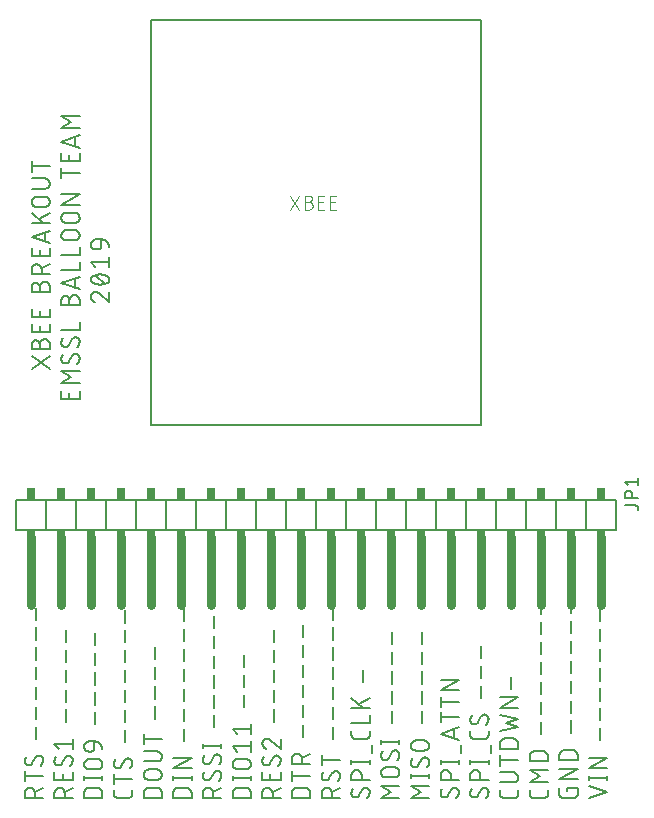
<source format=gbr>
G04 EAGLE Gerber RS-274X export*
G75*
%MOMM*%
%FSLAX34Y34*%
%LPD*%
%INSilkscreen Top*%
%IPPOS*%
%AMOC8*
5,1,8,0,0,1.08239X$1,22.5*%
G01*
%ADD10C,0.127000*%
%ADD11C,0.152400*%
%ADD12C,0.762000*%
%ADD13R,0.762000X0.508000*%
%ADD14R,0.762000X1.016000*%
%ADD15C,0.101600*%


D10*
X73279Y-56141D02*
X57785Y-56141D01*
X57785Y-51837D01*
X57787Y-51707D01*
X57793Y-51577D01*
X57803Y-51447D01*
X57816Y-51318D01*
X57834Y-51189D01*
X57855Y-51061D01*
X57881Y-50934D01*
X57910Y-50807D01*
X57943Y-50681D01*
X57980Y-50557D01*
X58020Y-50433D01*
X58065Y-50311D01*
X58113Y-50190D01*
X58164Y-50071D01*
X58219Y-49953D01*
X58278Y-49837D01*
X58340Y-49723D01*
X58406Y-49610D01*
X58475Y-49500D01*
X58547Y-49392D01*
X58622Y-49286D01*
X58701Y-49183D01*
X58783Y-49082D01*
X58867Y-48983D01*
X58955Y-48887D01*
X59046Y-48794D01*
X59139Y-48703D01*
X59235Y-48615D01*
X59334Y-48531D01*
X59435Y-48449D01*
X59538Y-48370D01*
X59644Y-48295D01*
X59752Y-48223D01*
X59862Y-48154D01*
X59975Y-48088D01*
X60089Y-48026D01*
X60205Y-47967D01*
X60323Y-47912D01*
X60442Y-47861D01*
X60563Y-47813D01*
X60685Y-47768D01*
X60809Y-47728D01*
X60933Y-47691D01*
X61059Y-47658D01*
X61186Y-47629D01*
X61313Y-47603D01*
X61441Y-47582D01*
X61570Y-47564D01*
X61699Y-47551D01*
X61829Y-47541D01*
X61959Y-47535D01*
X62089Y-47533D01*
X62219Y-47535D01*
X62349Y-47541D01*
X62479Y-47551D01*
X62608Y-47564D01*
X62737Y-47582D01*
X62865Y-47603D01*
X62992Y-47629D01*
X63119Y-47658D01*
X63245Y-47691D01*
X63369Y-47728D01*
X63493Y-47768D01*
X63615Y-47813D01*
X63736Y-47861D01*
X63855Y-47912D01*
X63973Y-47967D01*
X64089Y-48026D01*
X64203Y-48088D01*
X64316Y-48154D01*
X64426Y-48223D01*
X64534Y-48295D01*
X64640Y-48370D01*
X64743Y-48449D01*
X64844Y-48531D01*
X64943Y-48615D01*
X65039Y-48703D01*
X65132Y-48794D01*
X65223Y-48887D01*
X65311Y-48983D01*
X65395Y-49082D01*
X65477Y-49183D01*
X65556Y-49286D01*
X65631Y-49392D01*
X65703Y-49500D01*
X65772Y-49610D01*
X65838Y-49723D01*
X65900Y-49837D01*
X65959Y-49953D01*
X66014Y-50071D01*
X66065Y-50190D01*
X66113Y-50311D01*
X66158Y-50433D01*
X66198Y-50557D01*
X66235Y-50681D01*
X66268Y-50807D01*
X66297Y-50934D01*
X66323Y-51061D01*
X66344Y-51189D01*
X66362Y-51318D01*
X66375Y-51447D01*
X66385Y-51577D01*
X66391Y-51707D01*
X66393Y-51837D01*
X66393Y-56141D01*
X66393Y-50976D02*
X73279Y-47533D01*
X73279Y-38048D02*
X57785Y-38048D01*
X57785Y-42352D02*
X57785Y-33744D01*
X69836Y-20365D02*
X69951Y-20367D01*
X70066Y-20373D01*
X70181Y-20382D01*
X70295Y-20396D01*
X70409Y-20413D01*
X70522Y-20434D01*
X70634Y-20459D01*
X70746Y-20487D01*
X70856Y-20520D01*
X70965Y-20556D01*
X71073Y-20595D01*
X71180Y-20638D01*
X71285Y-20685D01*
X71389Y-20735D01*
X71491Y-20789D01*
X71591Y-20846D01*
X71689Y-20906D01*
X71785Y-20969D01*
X71878Y-21036D01*
X71970Y-21106D01*
X72059Y-21179D01*
X72146Y-21255D01*
X72230Y-21333D01*
X72311Y-21414D01*
X72390Y-21499D01*
X72465Y-21585D01*
X72538Y-21674D01*
X72608Y-21766D01*
X72675Y-21859D01*
X72738Y-21955D01*
X72798Y-22053D01*
X72855Y-22153D01*
X72909Y-22255D01*
X72959Y-22359D01*
X73006Y-22464D01*
X73049Y-22571D01*
X73089Y-22679D01*
X73124Y-22788D01*
X73157Y-22898D01*
X73185Y-23010D01*
X73210Y-23122D01*
X73231Y-23235D01*
X73248Y-23349D01*
X73262Y-23463D01*
X73271Y-23578D01*
X73277Y-23693D01*
X73279Y-23808D01*
X73277Y-23982D01*
X73271Y-24156D01*
X73260Y-24330D01*
X73246Y-24503D01*
X73227Y-24676D01*
X73204Y-24849D01*
X73177Y-25021D01*
X73146Y-25192D01*
X73111Y-25362D01*
X73072Y-25532D01*
X73029Y-25700D01*
X72981Y-25868D01*
X72930Y-26034D01*
X72875Y-26199D01*
X72816Y-26363D01*
X72752Y-26525D01*
X72686Y-26686D01*
X72615Y-26845D01*
X72540Y-27002D01*
X72462Y-27158D01*
X72380Y-27311D01*
X72294Y-27463D01*
X72205Y-27612D01*
X72112Y-27759D01*
X72016Y-27904D01*
X71916Y-28047D01*
X71813Y-28187D01*
X71707Y-28325D01*
X71597Y-28460D01*
X71484Y-28592D01*
X71368Y-28722D01*
X71249Y-28849D01*
X71127Y-28973D01*
X61228Y-28542D02*
X61113Y-28540D01*
X60998Y-28534D01*
X60883Y-28525D01*
X60769Y-28511D01*
X60655Y-28494D01*
X60542Y-28473D01*
X60430Y-28448D01*
X60318Y-28420D01*
X60208Y-28387D01*
X60099Y-28351D01*
X59991Y-28312D01*
X59884Y-28269D01*
X59779Y-28222D01*
X59675Y-28172D01*
X59573Y-28118D01*
X59473Y-28061D01*
X59375Y-28001D01*
X59279Y-27938D01*
X59186Y-27871D01*
X59094Y-27801D01*
X59005Y-27728D01*
X58918Y-27653D01*
X58834Y-27574D01*
X58753Y-27493D01*
X58674Y-27409D01*
X58599Y-27322D01*
X58526Y-27233D01*
X58456Y-27141D01*
X58389Y-27048D01*
X58326Y-26952D01*
X58266Y-26854D01*
X58209Y-26754D01*
X58155Y-26652D01*
X58105Y-26548D01*
X58058Y-26443D01*
X58015Y-26336D01*
X57976Y-26228D01*
X57940Y-26119D01*
X57907Y-26009D01*
X57879Y-25897D01*
X57854Y-25785D01*
X57833Y-25672D01*
X57816Y-25558D01*
X57802Y-25444D01*
X57793Y-25329D01*
X57787Y-25214D01*
X57785Y-25099D01*
X57787Y-24939D01*
X57793Y-24780D01*
X57803Y-24620D01*
X57817Y-24461D01*
X57834Y-24302D01*
X57856Y-24144D01*
X57882Y-23986D01*
X57911Y-23829D01*
X57945Y-23673D01*
X57982Y-23517D01*
X58023Y-23363D01*
X58068Y-23210D01*
X58116Y-23057D01*
X58169Y-22906D01*
X58225Y-22757D01*
X58285Y-22609D01*
X58348Y-22462D01*
X58415Y-22317D01*
X58486Y-22174D01*
X58560Y-22032D01*
X58638Y-21892D01*
X58719Y-21755D01*
X58803Y-21619D01*
X58891Y-21486D01*
X58982Y-21354D01*
X59076Y-21225D01*
X64241Y-26820D02*
X64180Y-26920D01*
X64115Y-27018D01*
X64048Y-27114D01*
X63977Y-27207D01*
X63903Y-27298D01*
X63826Y-27386D01*
X63746Y-27472D01*
X63663Y-27555D01*
X63578Y-27635D01*
X63490Y-27712D01*
X63399Y-27786D01*
X63306Y-27857D01*
X63211Y-27925D01*
X63113Y-27990D01*
X63014Y-28052D01*
X62912Y-28110D01*
X62808Y-28165D01*
X62703Y-28216D01*
X62596Y-28263D01*
X62487Y-28307D01*
X62377Y-28348D01*
X62266Y-28384D01*
X62154Y-28417D01*
X62040Y-28446D01*
X61926Y-28472D01*
X61811Y-28493D01*
X61695Y-28511D01*
X61579Y-28524D01*
X61462Y-28534D01*
X61345Y-28540D01*
X61228Y-28542D01*
X66823Y-22087D02*
X66884Y-21987D01*
X66949Y-21889D01*
X67017Y-21793D01*
X67087Y-21700D01*
X67161Y-21609D01*
X67238Y-21521D01*
X67318Y-21435D01*
X67401Y-21352D01*
X67486Y-21272D01*
X67574Y-21195D01*
X67665Y-21121D01*
X67758Y-21049D01*
X67853Y-20981D01*
X67951Y-20917D01*
X68050Y-20855D01*
X68152Y-20797D01*
X68256Y-20742D01*
X68361Y-20691D01*
X68468Y-20644D01*
X68577Y-20600D01*
X68687Y-20559D01*
X68798Y-20523D01*
X68910Y-20490D01*
X69024Y-20461D01*
X69138Y-20435D01*
X69253Y-20414D01*
X69369Y-20396D01*
X69485Y-20383D01*
X69602Y-20373D01*
X69719Y-20367D01*
X69836Y-20365D01*
X66823Y-22086D02*
X64241Y-26821D01*
X67254Y-6544D02*
X67254Y3786D01*
X67254Y10304D02*
X67254Y20634D01*
X67254Y27152D02*
X67254Y37481D01*
X67254Y44000D02*
X67254Y54329D01*
X67254Y60848D02*
X67254Y71177D01*
X67254Y77696D02*
X67254Y88025D01*
X67254Y94544D02*
X67254Y104873D01*
X82931Y-56141D02*
X98425Y-56141D01*
X82931Y-56141D02*
X82931Y-51837D01*
X82933Y-51707D01*
X82939Y-51577D01*
X82949Y-51447D01*
X82962Y-51318D01*
X82980Y-51189D01*
X83001Y-51061D01*
X83027Y-50934D01*
X83056Y-50807D01*
X83089Y-50681D01*
X83126Y-50557D01*
X83166Y-50433D01*
X83211Y-50311D01*
X83259Y-50190D01*
X83310Y-50071D01*
X83365Y-49953D01*
X83424Y-49837D01*
X83486Y-49723D01*
X83552Y-49610D01*
X83621Y-49500D01*
X83693Y-49392D01*
X83768Y-49286D01*
X83847Y-49183D01*
X83929Y-49082D01*
X84013Y-48983D01*
X84101Y-48887D01*
X84192Y-48794D01*
X84285Y-48703D01*
X84381Y-48615D01*
X84480Y-48531D01*
X84581Y-48449D01*
X84684Y-48370D01*
X84790Y-48295D01*
X84898Y-48223D01*
X85008Y-48154D01*
X85121Y-48088D01*
X85235Y-48026D01*
X85351Y-47967D01*
X85469Y-47912D01*
X85588Y-47861D01*
X85709Y-47813D01*
X85831Y-47768D01*
X85955Y-47728D01*
X86079Y-47691D01*
X86205Y-47658D01*
X86332Y-47629D01*
X86459Y-47603D01*
X86587Y-47582D01*
X86716Y-47564D01*
X86845Y-47551D01*
X86975Y-47541D01*
X87105Y-47535D01*
X87235Y-47533D01*
X87365Y-47535D01*
X87495Y-47541D01*
X87625Y-47551D01*
X87754Y-47564D01*
X87883Y-47582D01*
X88011Y-47603D01*
X88138Y-47629D01*
X88265Y-47658D01*
X88391Y-47691D01*
X88515Y-47728D01*
X88639Y-47768D01*
X88761Y-47813D01*
X88882Y-47861D01*
X89001Y-47912D01*
X89119Y-47967D01*
X89235Y-48026D01*
X89349Y-48088D01*
X89462Y-48154D01*
X89572Y-48223D01*
X89680Y-48295D01*
X89786Y-48370D01*
X89889Y-48449D01*
X89990Y-48531D01*
X90089Y-48615D01*
X90185Y-48703D01*
X90278Y-48794D01*
X90369Y-48887D01*
X90457Y-48983D01*
X90541Y-49082D01*
X90623Y-49183D01*
X90702Y-49286D01*
X90777Y-49392D01*
X90849Y-49500D01*
X90918Y-49610D01*
X90984Y-49723D01*
X91046Y-49837D01*
X91105Y-49953D01*
X91160Y-50071D01*
X91211Y-50190D01*
X91259Y-50311D01*
X91304Y-50433D01*
X91344Y-50557D01*
X91381Y-50681D01*
X91414Y-50807D01*
X91443Y-50934D01*
X91469Y-51061D01*
X91490Y-51189D01*
X91508Y-51318D01*
X91521Y-51447D01*
X91531Y-51577D01*
X91537Y-51707D01*
X91539Y-51837D01*
X91539Y-56141D01*
X91539Y-50976D02*
X98425Y-47533D01*
X98425Y-40838D02*
X98425Y-33952D01*
X98425Y-40838D02*
X82931Y-40838D01*
X82931Y-33952D01*
X89817Y-35673D02*
X89817Y-40838D01*
X98425Y-23808D02*
X98423Y-23693D01*
X98417Y-23578D01*
X98408Y-23463D01*
X98394Y-23349D01*
X98377Y-23235D01*
X98356Y-23122D01*
X98331Y-23010D01*
X98303Y-22898D01*
X98270Y-22788D01*
X98235Y-22679D01*
X98195Y-22571D01*
X98152Y-22464D01*
X98105Y-22359D01*
X98055Y-22255D01*
X98001Y-22153D01*
X97944Y-22053D01*
X97884Y-21955D01*
X97821Y-21859D01*
X97754Y-21766D01*
X97684Y-21674D01*
X97611Y-21585D01*
X97536Y-21499D01*
X97457Y-21414D01*
X97376Y-21333D01*
X97292Y-21255D01*
X97205Y-21179D01*
X97116Y-21106D01*
X97024Y-21036D01*
X96931Y-20969D01*
X96835Y-20906D01*
X96737Y-20846D01*
X96637Y-20789D01*
X96535Y-20735D01*
X96431Y-20685D01*
X96326Y-20638D01*
X96219Y-20595D01*
X96111Y-20556D01*
X96002Y-20520D01*
X95892Y-20487D01*
X95780Y-20459D01*
X95668Y-20434D01*
X95555Y-20413D01*
X95441Y-20396D01*
X95327Y-20382D01*
X95212Y-20373D01*
X95097Y-20367D01*
X94982Y-20365D01*
X98425Y-23808D02*
X98423Y-23982D01*
X98417Y-24156D01*
X98406Y-24330D01*
X98392Y-24503D01*
X98373Y-24676D01*
X98350Y-24849D01*
X98323Y-25021D01*
X98292Y-25192D01*
X98257Y-25362D01*
X98218Y-25532D01*
X98175Y-25700D01*
X98127Y-25868D01*
X98076Y-26034D01*
X98021Y-26199D01*
X97962Y-26363D01*
X97898Y-26525D01*
X97832Y-26686D01*
X97761Y-26845D01*
X97686Y-27002D01*
X97608Y-27158D01*
X97526Y-27311D01*
X97440Y-27463D01*
X97351Y-27612D01*
X97258Y-27759D01*
X97162Y-27904D01*
X97062Y-28047D01*
X96959Y-28187D01*
X96853Y-28325D01*
X96743Y-28460D01*
X96630Y-28592D01*
X96514Y-28722D01*
X96395Y-28849D01*
X96273Y-28973D01*
X86374Y-28542D02*
X86259Y-28540D01*
X86144Y-28534D01*
X86029Y-28525D01*
X85915Y-28511D01*
X85801Y-28494D01*
X85688Y-28473D01*
X85576Y-28448D01*
X85464Y-28420D01*
X85354Y-28387D01*
X85245Y-28351D01*
X85137Y-28312D01*
X85030Y-28269D01*
X84925Y-28222D01*
X84821Y-28172D01*
X84719Y-28118D01*
X84619Y-28061D01*
X84521Y-28001D01*
X84425Y-27938D01*
X84332Y-27871D01*
X84240Y-27801D01*
X84151Y-27728D01*
X84064Y-27653D01*
X83980Y-27574D01*
X83899Y-27493D01*
X83820Y-27409D01*
X83745Y-27322D01*
X83672Y-27233D01*
X83602Y-27141D01*
X83535Y-27048D01*
X83472Y-26952D01*
X83412Y-26854D01*
X83355Y-26754D01*
X83301Y-26652D01*
X83251Y-26548D01*
X83204Y-26443D01*
X83161Y-26336D01*
X83122Y-26228D01*
X83086Y-26119D01*
X83053Y-26009D01*
X83025Y-25897D01*
X83000Y-25785D01*
X82979Y-25672D01*
X82962Y-25558D01*
X82948Y-25444D01*
X82939Y-25329D01*
X82933Y-25214D01*
X82931Y-25099D01*
X82933Y-24939D01*
X82939Y-24780D01*
X82949Y-24620D01*
X82963Y-24461D01*
X82980Y-24302D01*
X83002Y-24144D01*
X83028Y-23986D01*
X83057Y-23829D01*
X83091Y-23673D01*
X83128Y-23517D01*
X83169Y-23363D01*
X83214Y-23210D01*
X83262Y-23057D01*
X83315Y-22906D01*
X83371Y-22757D01*
X83431Y-22609D01*
X83494Y-22462D01*
X83561Y-22317D01*
X83632Y-22174D01*
X83706Y-22032D01*
X83784Y-21892D01*
X83865Y-21755D01*
X83949Y-21619D01*
X84037Y-21486D01*
X84128Y-21354D01*
X84222Y-21225D01*
X89387Y-26820D02*
X89326Y-26920D01*
X89261Y-27018D01*
X89194Y-27114D01*
X89123Y-27207D01*
X89049Y-27298D01*
X88972Y-27386D01*
X88892Y-27472D01*
X88809Y-27555D01*
X88724Y-27635D01*
X88636Y-27712D01*
X88545Y-27786D01*
X88452Y-27857D01*
X88357Y-27925D01*
X88259Y-27990D01*
X88160Y-28052D01*
X88058Y-28110D01*
X87954Y-28165D01*
X87849Y-28216D01*
X87742Y-28263D01*
X87633Y-28307D01*
X87523Y-28348D01*
X87412Y-28384D01*
X87300Y-28417D01*
X87186Y-28446D01*
X87072Y-28472D01*
X86957Y-28493D01*
X86841Y-28511D01*
X86725Y-28524D01*
X86608Y-28534D01*
X86491Y-28540D01*
X86374Y-28542D01*
X91969Y-22087D02*
X92030Y-21987D01*
X92095Y-21889D01*
X92163Y-21793D01*
X92233Y-21700D01*
X92307Y-21609D01*
X92384Y-21521D01*
X92464Y-21435D01*
X92547Y-21352D01*
X92632Y-21272D01*
X92720Y-21195D01*
X92811Y-21121D01*
X92904Y-21049D01*
X92999Y-20981D01*
X93097Y-20917D01*
X93196Y-20855D01*
X93298Y-20797D01*
X93402Y-20742D01*
X93507Y-20691D01*
X93614Y-20644D01*
X93723Y-20600D01*
X93833Y-20559D01*
X93944Y-20523D01*
X94056Y-20490D01*
X94170Y-20461D01*
X94284Y-20435D01*
X94399Y-20414D01*
X94515Y-20396D01*
X94631Y-20383D01*
X94748Y-20373D01*
X94865Y-20367D01*
X94982Y-20365D01*
X91969Y-22086D02*
X89387Y-26821D01*
X86374Y-14602D02*
X82931Y-10298D01*
X98425Y-10298D01*
X98425Y-5995D02*
X98425Y-14602D01*
X92400Y8322D02*
X92400Y18651D01*
X92400Y25170D02*
X92400Y35499D01*
X92400Y42018D02*
X92400Y52347D01*
X92400Y58866D02*
X92400Y69195D01*
X92400Y75714D02*
X92400Y86043D01*
X108077Y-56141D02*
X123571Y-56141D01*
X108077Y-56141D02*
X108077Y-51837D01*
X108079Y-51707D01*
X108085Y-51577D01*
X108095Y-51447D01*
X108108Y-51318D01*
X108126Y-51189D01*
X108148Y-51061D01*
X108173Y-50934D01*
X108202Y-50807D01*
X108235Y-50681D01*
X108272Y-50557D01*
X108312Y-50433D01*
X108357Y-50311D01*
X108405Y-50190D01*
X108456Y-50071D01*
X108511Y-49953D01*
X108570Y-49837D01*
X108632Y-49723D01*
X108698Y-49610D01*
X108767Y-49500D01*
X108839Y-49392D01*
X108914Y-49286D01*
X108993Y-49183D01*
X109075Y-49082D01*
X109159Y-48983D01*
X109247Y-48887D01*
X109338Y-48794D01*
X109431Y-48703D01*
X109527Y-48615D01*
X109626Y-48531D01*
X109727Y-48449D01*
X109830Y-48370D01*
X109936Y-48295D01*
X110044Y-48223D01*
X110154Y-48154D01*
X110267Y-48088D01*
X110381Y-48026D01*
X110497Y-47967D01*
X110615Y-47912D01*
X110734Y-47861D01*
X110855Y-47813D01*
X110977Y-47768D01*
X111101Y-47728D01*
X111225Y-47691D01*
X111351Y-47658D01*
X111478Y-47629D01*
X111605Y-47603D01*
X111733Y-47582D01*
X111862Y-47564D01*
X111992Y-47551D01*
X112121Y-47541D01*
X112251Y-47535D01*
X112381Y-47533D01*
X119267Y-47533D01*
X119397Y-47535D01*
X119527Y-47541D01*
X119657Y-47551D01*
X119786Y-47564D01*
X119915Y-47582D01*
X120043Y-47603D01*
X120170Y-47629D01*
X120297Y-47658D01*
X120423Y-47691D01*
X120547Y-47728D01*
X120671Y-47768D01*
X120793Y-47813D01*
X120914Y-47861D01*
X121033Y-47912D01*
X121151Y-47967D01*
X121267Y-48026D01*
X121381Y-48088D01*
X121494Y-48154D01*
X121604Y-48223D01*
X121712Y-48295D01*
X121818Y-48370D01*
X121921Y-48449D01*
X122022Y-48531D01*
X122121Y-48615D01*
X122217Y-48703D01*
X122310Y-48794D01*
X122401Y-48887D01*
X122489Y-48983D01*
X122573Y-49082D01*
X122655Y-49183D01*
X122734Y-49286D01*
X122809Y-49392D01*
X122881Y-49500D01*
X122950Y-49610D01*
X123016Y-49723D01*
X123078Y-49837D01*
X123137Y-49953D01*
X123192Y-50071D01*
X123243Y-50190D01*
X123291Y-50311D01*
X123336Y-50433D01*
X123376Y-50557D01*
X123413Y-50681D01*
X123446Y-50807D01*
X123475Y-50934D01*
X123501Y-51061D01*
X123522Y-51189D01*
X123540Y-51318D01*
X123553Y-51447D01*
X123563Y-51577D01*
X123569Y-51707D01*
X123571Y-51837D01*
X123571Y-56141D01*
X123571Y-39449D02*
X108077Y-39449D01*
X123571Y-41171D02*
X123571Y-37727D01*
X108077Y-37727D02*
X108077Y-41171D01*
X112381Y-31860D02*
X119267Y-31860D01*
X112381Y-31860D02*
X112251Y-31858D01*
X112121Y-31852D01*
X111991Y-31842D01*
X111862Y-31829D01*
X111733Y-31811D01*
X111605Y-31790D01*
X111478Y-31764D01*
X111351Y-31735D01*
X111225Y-31702D01*
X111101Y-31665D01*
X110977Y-31625D01*
X110855Y-31580D01*
X110734Y-31532D01*
X110615Y-31481D01*
X110497Y-31426D01*
X110381Y-31367D01*
X110267Y-31305D01*
X110154Y-31239D01*
X110044Y-31170D01*
X109936Y-31098D01*
X109830Y-31023D01*
X109727Y-30944D01*
X109626Y-30862D01*
X109527Y-30778D01*
X109431Y-30690D01*
X109338Y-30599D01*
X109247Y-30506D01*
X109159Y-30410D01*
X109075Y-30311D01*
X108993Y-30210D01*
X108914Y-30107D01*
X108839Y-30001D01*
X108767Y-29893D01*
X108698Y-29783D01*
X108632Y-29670D01*
X108570Y-29556D01*
X108511Y-29440D01*
X108456Y-29322D01*
X108405Y-29203D01*
X108357Y-29082D01*
X108312Y-28960D01*
X108272Y-28836D01*
X108235Y-28712D01*
X108202Y-28586D01*
X108173Y-28459D01*
X108147Y-28332D01*
X108126Y-28204D01*
X108108Y-28075D01*
X108095Y-27946D01*
X108085Y-27816D01*
X108079Y-27686D01*
X108077Y-27556D01*
X108079Y-27426D01*
X108085Y-27296D01*
X108095Y-27166D01*
X108108Y-27037D01*
X108126Y-26908D01*
X108147Y-26780D01*
X108173Y-26653D01*
X108202Y-26526D01*
X108235Y-26400D01*
X108272Y-26276D01*
X108312Y-26152D01*
X108357Y-26030D01*
X108405Y-25909D01*
X108456Y-25790D01*
X108511Y-25672D01*
X108570Y-25556D01*
X108632Y-25442D01*
X108698Y-25329D01*
X108767Y-25219D01*
X108839Y-25111D01*
X108914Y-25005D01*
X108993Y-24902D01*
X109075Y-24801D01*
X109159Y-24702D01*
X109247Y-24606D01*
X109338Y-24513D01*
X109431Y-24422D01*
X109527Y-24334D01*
X109626Y-24250D01*
X109727Y-24168D01*
X109830Y-24089D01*
X109936Y-24014D01*
X110044Y-23942D01*
X110154Y-23873D01*
X110267Y-23807D01*
X110381Y-23745D01*
X110497Y-23686D01*
X110615Y-23631D01*
X110734Y-23580D01*
X110855Y-23532D01*
X110977Y-23487D01*
X111101Y-23447D01*
X111225Y-23410D01*
X111351Y-23377D01*
X111478Y-23348D01*
X111605Y-23322D01*
X111733Y-23301D01*
X111862Y-23283D01*
X111991Y-23270D01*
X112121Y-23260D01*
X112251Y-23254D01*
X112381Y-23252D01*
X119267Y-23252D01*
X119397Y-23254D01*
X119527Y-23260D01*
X119657Y-23270D01*
X119786Y-23283D01*
X119915Y-23301D01*
X120043Y-23322D01*
X120170Y-23348D01*
X120297Y-23377D01*
X120423Y-23410D01*
X120547Y-23447D01*
X120671Y-23487D01*
X120793Y-23532D01*
X120914Y-23580D01*
X121033Y-23631D01*
X121151Y-23686D01*
X121267Y-23745D01*
X121381Y-23807D01*
X121494Y-23873D01*
X121604Y-23942D01*
X121712Y-24014D01*
X121818Y-24089D01*
X121921Y-24168D01*
X122022Y-24250D01*
X122121Y-24334D01*
X122217Y-24422D01*
X122310Y-24513D01*
X122401Y-24606D01*
X122489Y-24702D01*
X122573Y-24801D01*
X122655Y-24902D01*
X122734Y-25005D01*
X122809Y-25111D01*
X122881Y-25219D01*
X122950Y-25329D01*
X123016Y-25442D01*
X123078Y-25556D01*
X123137Y-25672D01*
X123192Y-25790D01*
X123243Y-25909D01*
X123291Y-26030D01*
X123336Y-26152D01*
X123376Y-26276D01*
X123413Y-26400D01*
X123446Y-26526D01*
X123475Y-26653D01*
X123501Y-26780D01*
X123522Y-26908D01*
X123540Y-27037D01*
X123553Y-27166D01*
X123563Y-27296D01*
X123569Y-27426D01*
X123571Y-27556D01*
X123569Y-27686D01*
X123563Y-27816D01*
X123553Y-27946D01*
X123540Y-28075D01*
X123522Y-28204D01*
X123501Y-28332D01*
X123475Y-28459D01*
X123446Y-28586D01*
X123413Y-28712D01*
X123376Y-28836D01*
X123336Y-28960D01*
X123291Y-29082D01*
X123243Y-29203D01*
X123192Y-29322D01*
X123137Y-29440D01*
X123078Y-29556D01*
X123016Y-29670D01*
X122950Y-29783D01*
X122881Y-29893D01*
X122809Y-30001D01*
X122734Y-30107D01*
X122655Y-30210D01*
X122573Y-30311D01*
X122489Y-30410D01*
X122401Y-30506D01*
X122310Y-30599D01*
X122217Y-30690D01*
X122121Y-30778D01*
X122022Y-30862D01*
X121921Y-30944D01*
X121818Y-31023D01*
X121712Y-31098D01*
X121604Y-31170D01*
X121494Y-31239D01*
X121381Y-31305D01*
X121267Y-31367D01*
X121151Y-31426D01*
X121033Y-31481D01*
X120914Y-31532D01*
X120793Y-31580D01*
X120671Y-31625D01*
X120547Y-31665D01*
X120423Y-31702D01*
X120297Y-31735D01*
X120170Y-31764D01*
X120043Y-31790D01*
X119915Y-31811D01*
X119786Y-31829D01*
X119657Y-31842D01*
X119527Y-31852D01*
X119397Y-31858D01*
X119267Y-31860D01*
X116685Y-13551D02*
X116685Y-8387D01*
X116685Y-13551D02*
X116683Y-13666D01*
X116677Y-13781D01*
X116668Y-13896D01*
X116654Y-14010D01*
X116637Y-14124D01*
X116616Y-14237D01*
X116591Y-14349D01*
X116563Y-14461D01*
X116530Y-14571D01*
X116494Y-14680D01*
X116455Y-14788D01*
X116412Y-14895D01*
X116365Y-15000D01*
X116315Y-15104D01*
X116261Y-15206D01*
X116204Y-15306D01*
X116144Y-15404D01*
X116081Y-15500D01*
X116014Y-15593D01*
X115944Y-15685D01*
X115871Y-15774D01*
X115796Y-15861D01*
X115717Y-15945D01*
X115636Y-16026D01*
X115552Y-16105D01*
X115465Y-16180D01*
X115376Y-16253D01*
X115284Y-16323D01*
X115191Y-16390D01*
X115095Y-16453D01*
X114997Y-16513D01*
X114897Y-16570D01*
X114795Y-16624D01*
X114691Y-16674D01*
X114586Y-16721D01*
X114479Y-16764D01*
X114371Y-16803D01*
X114262Y-16839D01*
X114152Y-16872D01*
X114040Y-16900D01*
X113928Y-16925D01*
X113815Y-16946D01*
X113701Y-16963D01*
X113587Y-16977D01*
X113472Y-16986D01*
X113357Y-16992D01*
X113242Y-16994D01*
X112381Y-16994D01*
X112381Y-16995D02*
X112251Y-16993D01*
X112121Y-16987D01*
X111991Y-16977D01*
X111862Y-16964D01*
X111733Y-16946D01*
X111605Y-16925D01*
X111478Y-16899D01*
X111351Y-16870D01*
X111225Y-16837D01*
X111101Y-16800D01*
X110977Y-16760D01*
X110855Y-16715D01*
X110734Y-16667D01*
X110615Y-16616D01*
X110497Y-16561D01*
X110381Y-16502D01*
X110267Y-16440D01*
X110154Y-16374D01*
X110044Y-16305D01*
X109936Y-16233D01*
X109830Y-16158D01*
X109727Y-16079D01*
X109626Y-15997D01*
X109527Y-15913D01*
X109431Y-15825D01*
X109338Y-15734D01*
X109247Y-15641D01*
X109159Y-15545D01*
X109075Y-15446D01*
X108993Y-15345D01*
X108914Y-15242D01*
X108839Y-15136D01*
X108767Y-15028D01*
X108698Y-14918D01*
X108632Y-14805D01*
X108570Y-14691D01*
X108511Y-14575D01*
X108456Y-14457D01*
X108405Y-14338D01*
X108357Y-14217D01*
X108312Y-14095D01*
X108272Y-13971D01*
X108235Y-13847D01*
X108202Y-13721D01*
X108173Y-13594D01*
X108147Y-13467D01*
X108126Y-13339D01*
X108108Y-13210D01*
X108095Y-13081D01*
X108085Y-12951D01*
X108079Y-12821D01*
X108077Y-12691D01*
X108079Y-12561D01*
X108085Y-12431D01*
X108095Y-12301D01*
X108108Y-12172D01*
X108126Y-12043D01*
X108147Y-11915D01*
X108173Y-11788D01*
X108202Y-11661D01*
X108235Y-11535D01*
X108272Y-11411D01*
X108312Y-11287D01*
X108357Y-11165D01*
X108405Y-11044D01*
X108456Y-10925D01*
X108511Y-10807D01*
X108570Y-10691D01*
X108632Y-10577D01*
X108698Y-10464D01*
X108767Y-10354D01*
X108839Y-10246D01*
X108914Y-10140D01*
X108993Y-10037D01*
X109075Y-9936D01*
X109159Y-9837D01*
X109247Y-9741D01*
X109338Y-9648D01*
X109431Y-9557D01*
X109527Y-9469D01*
X109626Y-9385D01*
X109727Y-9303D01*
X109830Y-9224D01*
X109936Y-9149D01*
X110044Y-9077D01*
X110154Y-9008D01*
X110267Y-8942D01*
X110381Y-8880D01*
X110497Y-8821D01*
X110615Y-8766D01*
X110734Y-8715D01*
X110855Y-8667D01*
X110977Y-8622D01*
X111101Y-8582D01*
X111225Y-8545D01*
X111351Y-8512D01*
X111478Y-8483D01*
X111605Y-8457D01*
X111733Y-8436D01*
X111862Y-8418D01*
X111991Y-8405D01*
X112121Y-8395D01*
X112251Y-8389D01*
X112381Y-8387D01*
X116685Y-8387D01*
X116851Y-8389D01*
X117018Y-8395D01*
X117184Y-8405D01*
X117350Y-8419D01*
X117515Y-8437D01*
X117680Y-8459D01*
X117844Y-8485D01*
X118008Y-8515D01*
X118171Y-8549D01*
X118333Y-8587D01*
X118494Y-8629D01*
X118654Y-8675D01*
X118813Y-8724D01*
X118971Y-8777D01*
X119127Y-8834D01*
X119282Y-8895D01*
X119435Y-8960D01*
X119587Y-9028D01*
X119737Y-9100D01*
X119885Y-9176D01*
X120031Y-9255D01*
X120176Y-9337D01*
X120318Y-9424D01*
X120459Y-9513D01*
X120597Y-9606D01*
X120732Y-9702D01*
X120866Y-9802D01*
X120997Y-9904D01*
X121125Y-10010D01*
X121251Y-10119D01*
X121374Y-10231D01*
X121495Y-10345D01*
X121613Y-10463D01*
X121727Y-10584D01*
X121839Y-10707D01*
X121948Y-10833D01*
X122054Y-10961D01*
X122156Y-11092D01*
X122256Y-11226D01*
X122352Y-11361D01*
X122445Y-11499D01*
X122534Y-11640D01*
X122621Y-11782D01*
X122703Y-11927D01*
X122782Y-12073D01*
X122858Y-12221D01*
X122930Y-12371D01*
X122998Y-12523D01*
X123063Y-12676D01*
X123124Y-12831D01*
X123181Y-12988D01*
X123234Y-13145D01*
X123283Y-13304D01*
X123329Y-13464D01*
X123371Y-13625D01*
X123409Y-13787D01*
X123443Y-13950D01*
X123473Y-14114D01*
X123499Y-14278D01*
X123521Y-14443D01*
X123539Y-14608D01*
X123553Y-14774D01*
X123563Y-14940D01*
X123569Y-15107D01*
X123571Y-15273D01*
X117546Y5930D02*
X117546Y16259D01*
X117546Y22778D02*
X117546Y33107D01*
X117546Y39626D02*
X117546Y49955D01*
X117546Y56474D02*
X117546Y66803D01*
X117546Y73321D02*
X117546Y83651D01*
X148717Y-49255D02*
X148717Y-52698D01*
X148715Y-52813D01*
X148709Y-52928D01*
X148700Y-53043D01*
X148686Y-53157D01*
X148669Y-53271D01*
X148648Y-53384D01*
X148623Y-53496D01*
X148595Y-53608D01*
X148562Y-53718D01*
X148526Y-53827D01*
X148487Y-53935D01*
X148444Y-54042D01*
X148397Y-54147D01*
X148347Y-54251D01*
X148293Y-54353D01*
X148236Y-54453D01*
X148176Y-54551D01*
X148113Y-54647D01*
X148046Y-54740D01*
X147976Y-54832D01*
X147903Y-54921D01*
X147828Y-55008D01*
X147749Y-55092D01*
X147668Y-55173D01*
X147584Y-55252D01*
X147497Y-55327D01*
X147408Y-55400D01*
X147316Y-55470D01*
X147223Y-55537D01*
X147127Y-55600D01*
X147029Y-55660D01*
X146929Y-55717D01*
X146827Y-55771D01*
X146723Y-55821D01*
X146618Y-55868D01*
X146511Y-55911D01*
X146403Y-55950D01*
X146294Y-55986D01*
X146184Y-56019D01*
X146072Y-56047D01*
X145960Y-56072D01*
X145847Y-56093D01*
X145733Y-56110D01*
X145619Y-56124D01*
X145504Y-56133D01*
X145389Y-56139D01*
X145274Y-56141D01*
X136666Y-56141D01*
X136551Y-56139D01*
X136436Y-56133D01*
X136321Y-56124D01*
X136207Y-56110D01*
X136093Y-56093D01*
X135980Y-56072D01*
X135868Y-56047D01*
X135756Y-56019D01*
X135646Y-55986D01*
X135537Y-55951D01*
X135429Y-55911D01*
X135322Y-55868D01*
X135217Y-55821D01*
X135113Y-55771D01*
X135011Y-55717D01*
X134911Y-55660D01*
X134813Y-55600D01*
X134717Y-55537D01*
X134624Y-55470D01*
X134532Y-55400D01*
X134443Y-55327D01*
X134357Y-55252D01*
X134272Y-55173D01*
X134191Y-55092D01*
X134113Y-55008D01*
X134037Y-54921D01*
X133964Y-54832D01*
X133894Y-54740D01*
X133827Y-54647D01*
X133764Y-54551D01*
X133704Y-54453D01*
X133647Y-54353D01*
X133593Y-54251D01*
X133543Y-54147D01*
X133496Y-54042D01*
X133453Y-53935D01*
X133414Y-53827D01*
X133378Y-53718D01*
X133345Y-53608D01*
X133317Y-53496D01*
X133292Y-53384D01*
X133271Y-53271D01*
X133254Y-53157D01*
X133240Y-53043D01*
X133231Y-52928D01*
X133225Y-52813D01*
X133223Y-52698D01*
X133223Y-49255D01*
X133223Y-40402D02*
X148717Y-40402D01*
X133223Y-44706D02*
X133223Y-36099D01*
X145274Y-22719D02*
X145389Y-22721D01*
X145504Y-22727D01*
X145619Y-22736D01*
X145733Y-22750D01*
X145847Y-22767D01*
X145960Y-22788D01*
X146072Y-22813D01*
X146184Y-22841D01*
X146294Y-22874D01*
X146403Y-22910D01*
X146511Y-22949D01*
X146618Y-22992D01*
X146723Y-23039D01*
X146827Y-23089D01*
X146929Y-23143D01*
X147029Y-23200D01*
X147127Y-23260D01*
X147223Y-23323D01*
X147316Y-23390D01*
X147408Y-23460D01*
X147497Y-23533D01*
X147584Y-23609D01*
X147668Y-23687D01*
X147749Y-23768D01*
X147828Y-23853D01*
X147903Y-23939D01*
X147976Y-24028D01*
X148046Y-24120D01*
X148113Y-24213D01*
X148176Y-24309D01*
X148236Y-24407D01*
X148293Y-24507D01*
X148347Y-24609D01*
X148397Y-24713D01*
X148444Y-24818D01*
X148487Y-24925D01*
X148527Y-25033D01*
X148562Y-25142D01*
X148595Y-25252D01*
X148623Y-25364D01*
X148648Y-25476D01*
X148669Y-25589D01*
X148686Y-25703D01*
X148700Y-25817D01*
X148709Y-25932D01*
X148715Y-26047D01*
X148717Y-26162D01*
X148715Y-26336D01*
X148709Y-26510D01*
X148698Y-26684D01*
X148684Y-26857D01*
X148665Y-27030D01*
X148642Y-27203D01*
X148615Y-27375D01*
X148584Y-27546D01*
X148549Y-27716D01*
X148510Y-27886D01*
X148467Y-28054D01*
X148419Y-28222D01*
X148368Y-28388D01*
X148313Y-28553D01*
X148254Y-28717D01*
X148190Y-28879D01*
X148124Y-29040D01*
X148053Y-29199D01*
X147978Y-29356D01*
X147900Y-29512D01*
X147818Y-29665D01*
X147732Y-29817D01*
X147643Y-29966D01*
X147550Y-30113D01*
X147454Y-30258D01*
X147354Y-30401D01*
X147251Y-30541D01*
X147145Y-30679D01*
X147035Y-30814D01*
X146922Y-30946D01*
X146806Y-31076D01*
X146687Y-31203D01*
X146565Y-31327D01*
X136666Y-30897D02*
X136551Y-30895D01*
X136436Y-30889D01*
X136321Y-30880D01*
X136207Y-30866D01*
X136093Y-30849D01*
X135980Y-30828D01*
X135868Y-30803D01*
X135756Y-30775D01*
X135646Y-30742D01*
X135537Y-30706D01*
X135429Y-30667D01*
X135322Y-30624D01*
X135217Y-30577D01*
X135113Y-30527D01*
X135011Y-30473D01*
X134911Y-30416D01*
X134813Y-30356D01*
X134717Y-30293D01*
X134624Y-30226D01*
X134532Y-30156D01*
X134443Y-30083D01*
X134356Y-30008D01*
X134272Y-29929D01*
X134191Y-29848D01*
X134112Y-29764D01*
X134037Y-29677D01*
X133964Y-29588D01*
X133894Y-29496D01*
X133827Y-29403D01*
X133764Y-29307D01*
X133704Y-29209D01*
X133647Y-29109D01*
X133593Y-29007D01*
X133543Y-28903D01*
X133496Y-28798D01*
X133453Y-28691D01*
X133414Y-28583D01*
X133378Y-28474D01*
X133345Y-28364D01*
X133317Y-28252D01*
X133292Y-28140D01*
X133271Y-28027D01*
X133254Y-27913D01*
X133240Y-27799D01*
X133231Y-27684D01*
X133225Y-27569D01*
X133223Y-27454D01*
X133225Y-27294D01*
X133231Y-27135D01*
X133241Y-26975D01*
X133255Y-26816D01*
X133272Y-26657D01*
X133294Y-26499D01*
X133320Y-26341D01*
X133349Y-26184D01*
X133383Y-26028D01*
X133420Y-25872D01*
X133461Y-25718D01*
X133506Y-25565D01*
X133554Y-25412D01*
X133607Y-25261D01*
X133663Y-25112D01*
X133723Y-24964D01*
X133786Y-24817D01*
X133853Y-24672D01*
X133924Y-24529D01*
X133998Y-24387D01*
X134076Y-24247D01*
X134157Y-24110D01*
X134241Y-23974D01*
X134329Y-23841D01*
X134420Y-23709D01*
X134514Y-23580D01*
X139679Y-29175D02*
X139618Y-29275D01*
X139553Y-29373D01*
X139486Y-29469D01*
X139415Y-29562D01*
X139341Y-29653D01*
X139264Y-29741D01*
X139184Y-29827D01*
X139101Y-29910D01*
X139016Y-29990D01*
X138928Y-30067D01*
X138837Y-30141D01*
X138744Y-30212D01*
X138649Y-30280D01*
X138551Y-30345D01*
X138452Y-30407D01*
X138350Y-30465D01*
X138246Y-30520D01*
X138141Y-30571D01*
X138034Y-30618D01*
X137925Y-30662D01*
X137815Y-30703D01*
X137704Y-30739D01*
X137592Y-30772D01*
X137478Y-30801D01*
X137364Y-30827D01*
X137249Y-30848D01*
X137133Y-30866D01*
X137017Y-30879D01*
X136900Y-30889D01*
X136783Y-30895D01*
X136666Y-30897D01*
X142261Y-24441D02*
X142322Y-24341D01*
X142387Y-24243D01*
X142455Y-24147D01*
X142525Y-24054D01*
X142599Y-23963D01*
X142676Y-23875D01*
X142756Y-23789D01*
X142839Y-23706D01*
X142924Y-23626D01*
X143012Y-23549D01*
X143103Y-23475D01*
X143196Y-23403D01*
X143291Y-23335D01*
X143389Y-23271D01*
X143488Y-23209D01*
X143590Y-23151D01*
X143694Y-23096D01*
X143799Y-23045D01*
X143906Y-22998D01*
X144015Y-22954D01*
X144125Y-22913D01*
X144236Y-22877D01*
X144348Y-22844D01*
X144462Y-22815D01*
X144576Y-22789D01*
X144691Y-22768D01*
X144807Y-22750D01*
X144923Y-22737D01*
X145040Y-22727D01*
X145157Y-22721D01*
X145274Y-22719D01*
X142261Y-24441D02*
X139679Y-29175D01*
X142692Y-8898D02*
X142692Y1431D01*
X142692Y7950D02*
X142692Y18279D01*
X142692Y24798D02*
X142692Y35127D01*
X142692Y41645D02*
X142692Y51975D01*
X142692Y58493D02*
X142692Y68823D01*
X142692Y75341D02*
X142692Y85671D01*
X142692Y92189D02*
X142692Y102518D01*
X158369Y-56141D02*
X173863Y-56141D01*
X158369Y-56141D02*
X158369Y-51837D01*
X158371Y-51707D01*
X158377Y-51577D01*
X158387Y-51447D01*
X158400Y-51318D01*
X158418Y-51189D01*
X158440Y-51061D01*
X158465Y-50934D01*
X158494Y-50807D01*
X158527Y-50681D01*
X158564Y-50557D01*
X158604Y-50433D01*
X158649Y-50311D01*
X158697Y-50190D01*
X158748Y-50071D01*
X158803Y-49953D01*
X158862Y-49837D01*
X158924Y-49723D01*
X158990Y-49610D01*
X159059Y-49500D01*
X159131Y-49392D01*
X159206Y-49286D01*
X159285Y-49183D01*
X159367Y-49082D01*
X159451Y-48983D01*
X159539Y-48887D01*
X159630Y-48794D01*
X159723Y-48703D01*
X159819Y-48615D01*
X159918Y-48531D01*
X160019Y-48449D01*
X160122Y-48370D01*
X160228Y-48295D01*
X160336Y-48223D01*
X160446Y-48154D01*
X160559Y-48088D01*
X160673Y-48026D01*
X160789Y-47967D01*
X160907Y-47912D01*
X161026Y-47861D01*
X161147Y-47813D01*
X161269Y-47768D01*
X161393Y-47728D01*
X161517Y-47691D01*
X161643Y-47658D01*
X161770Y-47629D01*
X161897Y-47603D01*
X162025Y-47582D01*
X162154Y-47564D01*
X162284Y-47551D01*
X162413Y-47541D01*
X162543Y-47535D01*
X162673Y-47533D01*
X169559Y-47533D01*
X169689Y-47535D01*
X169819Y-47541D01*
X169949Y-47551D01*
X170078Y-47564D01*
X170207Y-47582D01*
X170335Y-47603D01*
X170462Y-47629D01*
X170589Y-47658D01*
X170715Y-47691D01*
X170839Y-47728D01*
X170963Y-47768D01*
X171085Y-47813D01*
X171206Y-47861D01*
X171325Y-47912D01*
X171443Y-47967D01*
X171559Y-48026D01*
X171673Y-48088D01*
X171786Y-48154D01*
X171896Y-48223D01*
X172004Y-48295D01*
X172110Y-48370D01*
X172213Y-48449D01*
X172314Y-48531D01*
X172413Y-48615D01*
X172509Y-48703D01*
X172602Y-48794D01*
X172693Y-48887D01*
X172781Y-48983D01*
X172865Y-49082D01*
X172947Y-49183D01*
X173026Y-49286D01*
X173101Y-49392D01*
X173173Y-49500D01*
X173242Y-49610D01*
X173308Y-49723D01*
X173370Y-49837D01*
X173429Y-49953D01*
X173484Y-50071D01*
X173535Y-50190D01*
X173583Y-50311D01*
X173628Y-50433D01*
X173668Y-50557D01*
X173705Y-50681D01*
X173738Y-50807D01*
X173767Y-50934D01*
X173793Y-51061D01*
X173814Y-51189D01*
X173832Y-51318D01*
X173845Y-51447D01*
X173855Y-51577D01*
X173861Y-51707D01*
X173863Y-51837D01*
X173863Y-56141D01*
X169559Y-40780D02*
X162673Y-40780D01*
X162543Y-40778D01*
X162413Y-40772D01*
X162283Y-40762D01*
X162154Y-40749D01*
X162025Y-40731D01*
X161897Y-40710D01*
X161770Y-40684D01*
X161643Y-40655D01*
X161517Y-40622D01*
X161393Y-40585D01*
X161269Y-40545D01*
X161147Y-40500D01*
X161026Y-40452D01*
X160907Y-40401D01*
X160789Y-40346D01*
X160673Y-40287D01*
X160559Y-40225D01*
X160446Y-40159D01*
X160336Y-40090D01*
X160228Y-40018D01*
X160122Y-39943D01*
X160019Y-39864D01*
X159918Y-39782D01*
X159819Y-39698D01*
X159723Y-39610D01*
X159630Y-39519D01*
X159539Y-39426D01*
X159451Y-39330D01*
X159367Y-39231D01*
X159285Y-39130D01*
X159206Y-39027D01*
X159131Y-38921D01*
X159059Y-38813D01*
X158990Y-38703D01*
X158924Y-38590D01*
X158862Y-38476D01*
X158803Y-38360D01*
X158748Y-38242D01*
X158697Y-38123D01*
X158649Y-38002D01*
X158604Y-37880D01*
X158564Y-37756D01*
X158527Y-37632D01*
X158494Y-37506D01*
X158465Y-37379D01*
X158439Y-37252D01*
X158418Y-37124D01*
X158400Y-36995D01*
X158387Y-36866D01*
X158377Y-36736D01*
X158371Y-36606D01*
X158369Y-36476D01*
X158371Y-36346D01*
X158377Y-36216D01*
X158387Y-36086D01*
X158400Y-35957D01*
X158418Y-35828D01*
X158439Y-35700D01*
X158465Y-35573D01*
X158494Y-35446D01*
X158527Y-35320D01*
X158564Y-35196D01*
X158604Y-35072D01*
X158649Y-34950D01*
X158697Y-34829D01*
X158748Y-34710D01*
X158803Y-34592D01*
X158862Y-34476D01*
X158924Y-34362D01*
X158990Y-34249D01*
X159059Y-34139D01*
X159131Y-34031D01*
X159206Y-33925D01*
X159285Y-33822D01*
X159367Y-33721D01*
X159451Y-33622D01*
X159539Y-33526D01*
X159630Y-33433D01*
X159723Y-33342D01*
X159819Y-33254D01*
X159918Y-33170D01*
X160019Y-33088D01*
X160122Y-33009D01*
X160228Y-32934D01*
X160336Y-32862D01*
X160446Y-32793D01*
X160559Y-32727D01*
X160673Y-32665D01*
X160789Y-32606D01*
X160907Y-32551D01*
X161026Y-32500D01*
X161147Y-32452D01*
X161269Y-32407D01*
X161393Y-32367D01*
X161517Y-32330D01*
X161643Y-32297D01*
X161770Y-32268D01*
X161897Y-32242D01*
X162025Y-32221D01*
X162154Y-32203D01*
X162283Y-32190D01*
X162413Y-32180D01*
X162543Y-32174D01*
X162673Y-32172D01*
X169559Y-32172D01*
X169689Y-32174D01*
X169819Y-32180D01*
X169949Y-32190D01*
X170078Y-32203D01*
X170207Y-32221D01*
X170335Y-32242D01*
X170462Y-32268D01*
X170589Y-32297D01*
X170715Y-32330D01*
X170839Y-32367D01*
X170963Y-32407D01*
X171085Y-32452D01*
X171206Y-32500D01*
X171325Y-32551D01*
X171443Y-32606D01*
X171559Y-32665D01*
X171673Y-32727D01*
X171786Y-32793D01*
X171896Y-32862D01*
X172004Y-32934D01*
X172110Y-33009D01*
X172213Y-33088D01*
X172314Y-33170D01*
X172413Y-33254D01*
X172509Y-33342D01*
X172602Y-33433D01*
X172693Y-33526D01*
X172781Y-33622D01*
X172865Y-33721D01*
X172947Y-33822D01*
X173026Y-33925D01*
X173101Y-34031D01*
X173173Y-34139D01*
X173242Y-34249D01*
X173308Y-34362D01*
X173370Y-34476D01*
X173429Y-34592D01*
X173484Y-34710D01*
X173535Y-34829D01*
X173583Y-34950D01*
X173628Y-35072D01*
X173668Y-35196D01*
X173705Y-35320D01*
X173738Y-35446D01*
X173767Y-35573D01*
X173793Y-35700D01*
X173814Y-35828D01*
X173832Y-35957D01*
X173845Y-36086D01*
X173855Y-36216D01*
X173861Y-36346D01*
X173863Y-36476D01*
X173861Y-36606D01*
X173855Y-36736D01*
X173845Y-36866D01*
X173832Y-36995D01*
X173814Y-37124D01*
X173793Y-37252D01*
X173767Y-37379D01*
X173738Y-37506D01*
X173705Y-37632D01*
X173668Y-37756D01*
X173628Y-37880D01*
X173583Y-38002D01*
X173535Y-38123D01*
X173484Y-38242D01*
X173429Y-38360D01*
X173370Y-38476D01*
X173308Y-38590D01*
X173242Y-38703D01*
X173173Y-38813D01*
X173101Y-38921D01*
X173026Y-39027D01*
X172947Y-39130D01*
X172865Y-39231D01*
X172781Y-39330D01*
X172693Y-39426D01*
X172602Y-39519D01*
X172509Y-39610D01*
X172413Y-39698D01*
X172314Y-39782D01*
X172213Y-39864D01*
X172110Y-39943D01*
X172004Y-40018D01*
X171896Y-40090D01*
X171786Y-40159D01*
X171673Y-40225D01*
X171559Y-40287D01*
X171443Y-40346D01*
X171325Y-40401D01*
X171206Y-40452D01*
X171085Y-40500D01*
X170963Y-40545D01*
X170839Y-40585D01*
X170715Y-40622D01*
X170589Y-40655D01*
X170462Y-40684D01*
X170335Y-40710D01*
X170207Y-40731D01*
X170078Y-40749D01*
X169949Y-40762D01*
X169819Y-40772D01*
X169689Y-40778D01*
X169559Y-40780D01*
X169559Y-25418D02*
X158369Y-25418D01*
X169559Y-25419D02*
X169689Y-25417D01*
X169819Y-25411D01*
X169949Y-25401D01*
X170078Y-25388D01*
X170207Y-25370D01*
X170335Y-25349D01*
X170462Y-25323D01*
X170589Y-25294D01*
X170715Y-25261D01*
X170839Y-25224D01*
X170963Y-25184D01*
X171085Y-25139D01*
X171206Y-25091D01*
X171325Y-25040D01*
X171443Y-24985D01*
X171559Y-24926D01*
X171673Y-24864D01*
X171786Y-24798D01*
X171896Y-24729D01*
X172004Y-24657D01*
X172110Y-24582D01*
X172213Y-24503D01*
X172314Y-24421D01*
X172413Y-24337D01*
X172509Y-24249D01*
X172602Y-24158D01*
X172693Y-24065D01*
X172781Y-23969D01*
X172865Y-23870D01*
X172947Y-23769D01*
X173026Y-23666D01*
X173101Y-23560D01*
X173173Y-23452D01*
X173242Y-23342D01*
X173308Y-23229D01*
X173370Y-23115D01*
X173429Y-22999D01*
X173484Y-22881D01*
X173535Y-22762D01*
X173583Y-22641D01*
X173628Y-22519D01*
X173668Y-22395D01*
X173705Y-22271D01*
X173738Y-22145D01*
X173767Y-22018D01*
X173793Y-21891D01*
X173814Y-21763D01*
X173832Y-21634D01*
X173845Y-21505D01*
X173855Y-21375D01*
X173861Y-21245D01*
X173863Y-21115D01*
X173861Y-20985D01*
X173855Y-20855D01*
X173845Y-20725D01*
X173832Y-20596D01*
X173814Y-20467D01*
X173793Y-20339D01*
X173767Y-20212D01*
X173738Y-20085D01*
X173705Y-19959D01*
X173668Y-19835D01*
X173628Y-19711D01*
X173583Y-19589D01*
X173535Y-19468D01*
X173484Y-19349D01*
X173429Y-19231D01*
X173370Y-19115D01*
X173308Y-19001D01*
X173242Y-18888D01*
X173173Y-18778D01*
X173101Y-18670D01*
X173026Y-18564D01*
X172947Y-18461D01*
X172865Y-18360D01*
X172781Y-18261D01*
X172693Y-18165D01*
X172602Y-18072D01*
X172509Y-17981D01*
X172413Y-17893D01*
X172314Y-17809D01*
X172213Y-17727D01*
X172110Y-17648D01*
X172004Y-17573D01*
X171896Y-17501D01*
X171786Y-17432D01*
X171673Y-17366D01*
X171559Y-17304D01*
X171443Y-17245D01*
X171325Y-17190D01*
X171206Y-17139D01*
X171085Y-17091D01*
X170963Y-17046D01*
X170839Y-17006D01*
X170715Y-16969D01*
X170589Y-16936D01*
X170462Y-16907D01*
X170335Y-16881D01*
X170207Y-16860D01*
X170078Y-16842D01*
X169949Y-16829D01*
X169819Y-16819D01*
X169689Y-16813D01*
X169559Y-16811D01*
X158369Y-16811D01*
X158369Y-6744D02*
X173863Y-6744D01*
X158369Y-11048D02*
X158369Y-2440D01*
X167838Y10885D02*
X167838Y21215D01*
X167838Y27733D02*
X167838Y38062D01*
X167838Y44581D02*
X167838Y54910D01*
X167838Y61429D02*
X167838Y71758D01*
X183515Y-56141D02*
X199009Y-56141D01*
X183515Y-56141D02*
X183515Y-51837D01*
X183517Y-51707D01*
X183523Y-51577D01*
X183533Y-51447D01*
X183546Y-51318D01*
X183564Y-51189D01*
X183586Y-51061D01*
X183611Y-50934D01*
X183640Y-50807D01*
X183673Y-50681D01*
X183710Y-50557D01*
X183750Y-50433D01*
X183795Y-50311D01*
X183843Y-50190D01*
X183894Y-50071D01*
X183949Y-49953D01*
X184008Y-49837D01*
X184070Y-49723D01*
X184136Y-49610D01*
X184205Y-49500D01*
X184277Y-49392D01*
X184352Y-49286D01*
X184431Y-49183D01*
X184513Y-49082D01*
X184597Y-48983D01*
X184685Y-48887D01*
X184776Y-48794D01*
X184869Y-48703D01*
X184965Y-48615D01*
X185064Y-48531D01*
X185165Y-48449D01*
X185268Y-48370D01*
X185374Y-48295D01*
X185482Y-48223D01*
X185592Y-48154D01*
X185705Y-48088D01*
X185819Y-48026D01*
X185935Y-47967D01*
X186053Y-47912D01*
X186172Y-47861D01*
X186293Y-47813D01*
X186415Y-47768D01*
X186539Y-47728D01*
X186663Y-47691D01*
X186789Y-47658D01*
X186916Y-47629D01*
X187043Y-47603D01*
X187171Y-47582D01*
X187300Y-47564D01*
X187430Y-47551D01*
X187559Y-47541D01*
X187689Y-47535D01*
X187819Y-47533D01*
X194705Y-47533D01*
X194835Y-47535D01*
X194965Y-47541D01*
X195095Y-47551D01*
X195224Y-47564D01*
X195353Y-47582D01*
X195481Y-47603D01*
X195608Y-47629D01*
X195735Y-47658D01*
X195861Y-47691D01*
X195985Y-47728D01*
X196109Y-47768D01*
X196231Y-47813D01*
X196352Y-47861D01*
X196471Y-47912D01*
X196589Y-47967D01*
X196705Y-48026D01*
X196819Y-48088D01*
X196932Y-48154D01*
X197042Y-48223D01*
X197150Y-48295D01*
X197256Y-48370D01*
X197359Y-48449D01*
X197460Y-48531D01*
X197559Y-48615D01*
X197655Y-48703D01*
X197748Y-48794D01*
X197839Y-48887D01*
X197927Y-48983D01*
X198011Y-49082D01*
X198093Y-49183D01*
X198172Y-49286D01*
X198247Y-49392D01*
X198319Y-49500D01*
X198388Y-49610D01*
X198454Y-49723D01*
X198516Y-49837D01*
X198575Y-49953D01*
X198630Y-50071D01*
X198681Y-50190D01*
X198729Y-50311D01*
X198774Y-50433D01*
X198814Y-50557D01*
X198851Y-50681D01*
X198884Y-50807D01*
X198913Y-50934D01*
X198939Y-51061D01*
X198960Y-51189D01*
X198978Y-51318D01*
X198991Y-51447D01*
X199001Y-51577D01*
X199007Y-51707D01*
X199009Y-51837D01*
X199009Y-56141D01*
X199009Y-39449D02*
X183515Y-39449D01*
X199009Y-41171D02*
X199009Y-37727D01*
X183515Y-37727D02*
X183515Y-41171D01*
X183515Y-31365D02*
X199009Y-31365D01*
X199009Y-22757D02*
X183515Y-31365D01*
X183515Y-22757D02*
X199009Y-22757D01*
X192984Y-7945D02*
X192984Y2385D01*
X192984Y8903D02*
X192984Y19232D01*
X192984Y25751D02*
X192984Y36080D01*
X192984Y42599D02*
X192984Y52928D01*
X192984Y59447D02*
X192984Y69776D01*
X192984Y76295D02*
X192984Y86624D01*
X192984Y93143D02*
X192984Y103472D01*
X208661Y-56141D02*
X224155Y-56141D01*
X208661Y-56141D02*
X208661Y-51837D01*
X208663Y-51707D01*
X208669Y-51577D01*
X208679Y-51447D01*
X208692Y-51318D01*
X208710Y-51189D01*
X208731Y-51061D01*
X208757Y-50934D01*
X208786Y-50807D01*
X208819Y-50681D01*
X208856Y-50557D01*
X208896Y-50433D01*
X208941Y-50311D01*
X208989Y-50190D01*
X209040Y-50071D01*
X209095Y-49953D01*
X209154Y-49837D01*
X209216Y-49723D01*
X209282Y-49610D01*
X209351Y-49500D01*
X209423Y-49392D01*
X209498Y-49286D01*
X209577Y-49183D01*
X209659Y-49082D01*
X209743Y-48983D01*
X209831Y-48887D01*
X209922Y-48794D01*
X210015Y-48703D01*
X210111Y-48615D01*
X210210Y-48531D01*
X210311Y-48449D01*
X210414Y-48370D01*
X210520Y-48295D01*
X210628Y-48223D01*
X210738Y-48154D01*
X210851Y-48088D01*
X210965Y-48026D01*
X211081Y-47967D01*
X211199Y-47912D01*
X211318Y-47861D01*
X211439Y-47813D01*
X211561Y-47768D01*
X211685Y-47728D01*
X211809Y-47691D01*
X211935Y-47658D01*
X212062Y-47629D01*
X212189Y-47603D01*
X212317Y-47582D01*
X212446Y-47564D01*
X212575Y-47551D01*
X212705Y-47541D01*
X212835Y-47535D01*
X212965Y-47533D01*
X213095Y-47535D01*
X213225Y-47541D01*
X213355Y-47551D01*
X213484Y-47564D01*
X213613Y-47582D01*
X213741Y-47603D01*
X213868Y-47629D01*
X213995Y-47658D01*
X214121Y-47691D01*
X214245Y-47728D01*
X214369Y-47768D01*
X214491Y-47813D01*
X214612Y-47861D01*
X214731Y-47912D01*
X214849Y-47967D01*
X214965Y-48026D01*
X215079Y-48088D01*
X215192Y-48154D01*
X215302Y-48223D01*
X215410Y-48295D01*
X215516Y-48370D01*
X215619Y-48449D01*
X215720Y-48531D01*
X215819Y-48615D01*
X215915Y-48703D01*
X216008Y-48794D01*
X216099Y-48887D01*
X216187Y-48983D01*
X216271Y-49082D01*
X216353Y-49183D01*
X216432Y-49286D01*
X216507Y-49392D01*
X216579Y-49500D01*
X216648Y-49610D01*
X216714Y-49723D01*
X216776Y-49837D01*
X216835Y-49953D01*
X216890Y-50071D01*
X216941Y-50190D01*
X216989Y-50311D01*
X217034Y-50433D01*
X217074Y-50557D01*
X217111Y-50681D01*
X217144Y-50807D01*
X217173Y-50934D01*
X217199Y-51061D01*
X217220Y-51189D01*
X217238Y-51318D01*
X217251Y-51447D01*
X217261Y-51577D01*
X217267Y-51707D01*
X217269Y-51837D01*
X217269Y-56141D01*
X217269Y-50976D02*
X224155Y-47533D01*
X224155Y-36692D02*
X224153Y-36577D01*
X224147Y-36462D01*
X224138Y-36347D01*
X224124Y-36233D01*
X224107Y-36119D01*
X224086Y-36006D01*
X224061Y-35894D01*
X224033Y-35782D01*
X224000Y-35672D01*
X223965Y-35563D01*
X223925Y-35455D01*
X223882Y-35348D01*
X223835Y-35243D01*
X223785Y-35139D01*
X223731Y-35037D01*
X223674Y-34937D01*
X223614Y-34839D01*
X223551Y-34743D01*
X223484Y-34650D01*
X223414Y-34558D01*
X223341Y-34469D01*
X223266Y-34383D01*
X223187Y-34298D01*
X223106Y-34217D01*
X223022Y-34139D01*
X222935Y-34063D01*
X222846Y-33990D01*
X222754Y-33920D01*
X222661Y-33853D01*
X222565Y-33790D01*
X222467Y-33730D01*
X222367Y-33673D01*
X222265Y-33619D01*
X222161Y-33569D01*
X222056Y-33522D01*
X221949Y-33479D01*
X221841Y-33440D01*
X221732Y-33404D01*
X221622Y-33371D01*
X221510Y-33343D01*
X221398Y-33318D01*
X221285Y-33297D01*
X221171Y-33280D01*
X221057Y-33266D01*
X220942Y-33257D01*
X220827Y-33251D01*
X220712Y-33249D01*
X224155Y-36692D02*
X224153Y-36866D01*
X224147Y-37040D01*
X224136Y-37214D01*
X224122Y-37387D01*
X224103Y-37560D01*
X224080Y-37733D01*
X224053Y-37905D01*
X224022Y-38076D01*
X223987Y-38246D01*
X223948Y-38416D01*
X223905Y-38584D01*
X223857Y-38752D01*
X223806Y-38918D01*
X223751Y-39083D01*
X223692Y-39247D01*
X223628Y-39409D01*
X223562Y-39570D01*
X223491Y-39729D01*
X223416Y-39886D01*
X223338Y-40042D01*
X223256Y-40195D01*
X223170Y-40347D01*
X223081Y-40496D01*
X222988Y-40643D01*
X222892Y-40788D01*
X222792Y-40931D01*
X222689Y-41071D01*
X222583Y-41209D01*
X222473Y-41344D01*
X222360Y-41476D01*
X222244Y-41606D01*
X222125Y-41733D01*
X222003Y-41857D01*
X212104Y-41426D02*
X211989Y-41424D01*
X211874Y-41418D01*
X211759Y-41409D01*
X211645Y-41395D01*
X211531Y-41378D01*
X211418Y-41357D01*
X211306Y-41332D01*
X211194Y-41304D01*
X211084Y-41271D01*
X210975Y-41235D01*
X210867Y-41196D01*
X210760Y-41153D01*
X210655Y-41106D01*
X210551Y-41056D01*
X210449Y-41002D01*
X210349Y-40945D01*
X210251Y-40885D01*
X210155Y-40822D01*
X210062Y-40755D01*
X209970Y-40685D01*
X209881Y-40612D01*
X209794Y-40537D01*
X209710Y-40458D01*
X209629Y-40377D01*
X209550Y-40293D01*
X209475Y-40206D01*
X209402Y-40117D01*
X209332Y-40025D01*
X209265Y-39932D01*
X209202Y-39836D01*
X209142Y-39738D01*
X209085Y-39638D01*
X209031Y-39536D01*
X208981Y-39432D01*
X208934Y-39327D01*
X208891Y-39220D01*
X208852Y-39112D01*
X208816Y-39003D01*
X208783Y-38893D01*
X208755Y-38781D01*
X208730Y-38669D01*
X208709Y-38556D01*
X208692Y-38442D01*
X208678Y-38328D01*
X208669Y-38213D01*
X208663Y-38098D01*
X208661Y-37983D01*
X208663Y-37823D01*
X208669Y-37664D01*
X208679Y-37504D01*
X208693Y-37345D01*
X208710Y-37186D01*
X208732Y-37028D01*
X208758Y-36870D01*
X208787Y-36713D01*
X208821Y-36557D01*
X208858Y-36401D01*
X208899Y-36247D01*
X208944Y-36094D01*
X208992Y-35941D01*
X209045Y-35790D01*
X209101Y-35641D01*
X209161Y-35493D01*
X209224Y-35346D01*
X209291Y-35201D01*
X209362Y-35058D01*
X209436Y-34916D01*
X209514Y-34776D01*
X209595Y-34639D01*
X209679Y-34503D01*
X209767Y-34370D01*
X209858Y-34238D01*
X209952Y-34109D01*
X215117Y-39704D02*
X215056Y-39804D01*
X214991Y-39902D01*
X214924Y-39998D01*
X214853Y-40091D01*
X214779Y-40182D01*
X214702Y-40270D01*
X214622Y-40356D01*
X214539Y-40439D01*
X214454Y-40519D01*
X214366Y-40596D01*
X214275Y-40670D01*
X214182Y-40741D01*
X214087Y-40809D01*
X213989Y-40874D01*
X213890Y-40936D01*
X213788Y-40994D01*
X213684Y-41049D01*
X213579Y-41100D01*
X213472Y-41147D01*
X213363Y-41191D01*
X213253Y-41232D01*
X213142Y-41268D01*
X213030Y-41301D01*
X212916Y-41330D01*
X212802Y-41356D01*
X212687Y-41377D01*
X212571Y-41395D01*
X212455Y-41408D01*
X212338Y-41418D01*
X212221Y-41424D01*
X212104Y-41426D01*
X217699Y-34970D02*
X217760Y-34870D01*
X217825Y-34772D01*
X217893Y-34676D01*
X217963Y-34583D01*
X218037Y-34492D01*
X218114Y-34404D01*
X218194Y-34318D01*
X218277Y-34235D01*
X218362Y-34155D01*
X218450Y-34078D01*
X218541Y-34004D01*
X218634Y-33932D01*
X218729Y-33864D01*
X218827Y-33800D01*
X218926Y-33738D01*
X219028Y-33680D01*
X219132Y-33625D01*
X219237Y-33574D01*
X219344Y-33527D01*
X219453Y-33483D01*
X219563Y-33442D01*
X219674Y-33406D01*
X219786Y-33373D01*
X219900Y-33344D01*
X220014Y-33318D01*
X220129Y-33297D01*
X220245Y-33279D01*
X220361Y-33266D01*
X220478Y-33256D01*
X220595Y-33250D01*
X220712Y-33248D01*
X217699Y-34970D02*
X215117Y-39704D01*
X224155Y-22817D02*
X224153Y-22702D01*
X224147Y-22587D01*
X224138Y-22472D01*
X224124Y-22358D01*
X224107Y-22244D01*
X224086Y-22131D01*
X224061Y-22019D01*
X224033Y-21907D01*
X224000Y-21797D01*
X223965Y-21688D01*
X223925Y-21580D01*
X223882Y-21473D01*
X223835Y-21368D01*
X223785Y-21264D01*
X223731Y-21162D01*
X223674Y-21062D01*
X223614Y-20964D01*
X223551Y-20868D01*
X223484Y-20775D01*
X223414Y-20683D01*
X223341Y-20594D01*
X223266Y-20508D01*
X223187Y-20423D01*
X223106Y-20342D01*
X223022Y-20264D01*
X222935Y-20188D01*
X222846Y-20115D01*
X222754Y-20045D01*
X222661Y-19978D01*
X222565Y-19915D01*
X222467Y-19855D01*
X222367Y-19798D01*
X222265Y-19744D01*
X222161Y-19694D01*
X222056Y-19647D01*
X221949Y-19604D01*
X221841Y-19565D01*
X221732Y-19529D01*
X221622Y-19496D01*
X221510Y-19468D01*
X221398Y-19443D01*
X221285Y-19422D01*
X221171Y-19405D01*
X221057Y-19391D01*
X220942Y-19382D01*
X220827Y-19376D01*
X220712Y-19374D01*
X224155Y-22817D02*
X224153Y-22991D01*
X224147Y-23165D01*
X224136Y-23339D01*
X224122Y-23512D01*
X224103Y-23685D01*
X224080Y-23858D01*
X224053Y-24030D01*
X224022Y-24201D01*
X223987Y-24371D01*
X223948Y-24541D01*
X223905Y-24709D01*
X223857Y-24877D01*
X223806Y-25043D01*
X223751Y-25208D01*
X223692Y-25372D01*
X223628Y-25534D01*
X223562Y-25695D01*
X223491Y-25854D01*
X223416Y-26011D01*
X223338Y-26167D01*
X223256Y-26320D01*
X223170Y-26472D01*
X223081Y-26621D01*
X222988Y-26768D01*
X222892Y-26913D01*
X222792Y-27056D01*
X222689Y-27196D01*
X222583Y-27334D01*
X222473Y-27469D01*
X222360Y-27601D01*
X222244Y-27731D01*
X222125Y-27858D01*
X222003Y-27982D01*
X212104Y-27551D02*
X211989Y-27549D01*
X211874Y-27543D01*
X211759Y-27534D01*
X211645Y-27520D01*
X211531Y-27503D01*
X211418Y-27482D01*
X211306Y-27457D01*
X211194Y-27429D01*
X211084Y-27396D01*
X210975Y-27360D01*
X210867Y-27321D01*
X210760Y-27278D01*
X210655Y-27231D01*
X210551Y-27181D01*
X210449Y-27127D01*
X210349Y-27070D01*
X210251Y-27010D01*
X210155Y-26947D01*
X210062Y-26880D01*
X209970Y-26810D01*
X209881Y-26737D01*
X209794Y-26662D01*
X209710Y-26583D01*
X209629Y-26502D01*
X209550Y-26418D01*
X209475Y-26331D01*
X209402Y-26242D01*
X209332Y-26150D01*
X209265Y-26057D01*
X209202Y-25961D01*
X209142Y-25863D01*
X209085Y-25763D01*
X209031Y-25661D01*
X208981Y-25557D01*
X208934Y-25452D01*
X208891Y-25345D01*
X208852Y-25237D01*
X208816Y-25128D01*
X208783Y-25018D01*
X208755Y-24906D01*
X208730Y-24794D01*
X208709Y-24681D01*
X208692Y-24567D01*
X208678Y-24453D01*
X208669Y-24338D01*
X208663Y-24223D01*
X208661Y-24108D01*
X208663Y-23948D01*
X208669Y-23789D01*
X208679Y-23629D01*
X208693Y-23470D01*
X208710Y-23311D01*
X208732Y-23153D01*
X208758Y-22995D01*
X208787Y-22838D01*
X208821Y-22682D01*
X208858Y-22526D01*
X208899Y-22372D01*
X208944Y-22219D01*
X208992Y-22066D01*
X209045Y-21915D01*
X209101Y-21766D01*
X209161Y-21618D01*
X209224Y-21471D01*
X209291Y-21326D01*
X209362Y-21183D01*
X209436Y-21041D01*
X209514Y-20901D01*
X209595Y-20764D01*
X209679Y-20628D01*
X209767Y-20495D01*
X209858Y-20363D01*
X209952Y-20234D01*
X215117Y-25829D02*
X215056Y-25929D01*
X214991Y-26027D01*
X214924Y-26123D01*
X214853Y-26216D01*
X214779Y-26307D01*
X214702Y-26395D01*
X214622Y-26481D01*
X214539Y-26564D01*
X214454Y-26644D01*
X214366Y-26721D01*
X214275Y-26795D01*
X214182Y-26866D01*
X214087Y-26934D01*
X213989Y-26999D01*
X213890Y-27061D01*
X213788Y-27119D01*
X213684Y-27174D01*
X213579Y-27225D01*
X213472Y-27272D01*
X213363Y-27316D01*
X213253Y-27357D01*
X213142Y-27393D01*
X213030Y-27426D01*
X212916Y-27455D01*
X212802Y-27481D01*
X212687Y-27502D01*
X212571Y-27520D01*
X212455Y-27533D01*
X212338Y-27543D01*
X212221Y-27549D01*
X212104Y-27551D01*
X217699Y-21096D02*
X217760Y-20996D01*
X217825Y-20898D01*
X217893Y-20802D01*
X217963Y-20709D01*
X218037Y-20618D01*
X218114Y-20530D01*
X218194Y-20444D01*
X218277Y-20361D01*
X218362Y-20281D01*
X218450Y-20204D01*
X218541Y-20130D01*
X218634Y-20058D01*
X218729Y-19990D01*
X218827Y-19926D01*
X218926Y-19864D01*
X219028Y-19806D01*
X219132Y-19751D01*
X219237Y-19700D01*
X219344Y-19653D01*
X219453Y-19609D01*
X219563Y-19568D01*
X219674Y-19532D01*
X219786Y-19499D01*
X219900Y-19470D01*
X220014Y-19444D01*
X220129Y-19423D01*
X220245Y-19405D01*
X220361Y-19392D01*
X220478Y-19382D01*
X220595Y-19376D01*
X220712Y-19374D01*
X217699Y-21095D02*
X215117Y-25830D01*
X208661Y-12281D02*
X224155Y-12281D01*
X224155Y-14002D02*
X224155Y-10559D01*
X208661Y-10559D02*
X208661Y-14002D01*
X218130Y3367D02*
X218130Y13696D01*
X218130Y20215D02*
X218130Y30544D01*
X218130Y37063D02*
X218130Y47392D01*
X218130Y53911D02*
X218130Y64240D01*
X218130Y70758D02*
X218130Y81088D01*
X218130Y87606D02*
X218130Y97936D01*
X233807Y-56141D02*
X249301Y-56141D01*
X233807Y-56141D02*
X233807Y-51837D01*
X233809Y-51707D01*
X233815Y-51577D01*
X233825Y-51447D01*
X233838Y-51318D01*
X233856Y-51189D01*
X233878Y-51061D01*
X233903Y-50934D01*
X233932Y-50807D01*
X233965Y-50681D01*
X234002Y-50557D01*
X234042Y-50433D01*
X234087Y-50311D01*
X234135Y-50190D01*
X234186Y-50071D01*
X234241Y-49953D01*
X234300Y-49837D01*
X234362Y-49723D01*
X234428Y-49610D01*
X234497Y-49500D01*
X234569Y-49392D01*
X234644Y-49286D01*
X234723Y-49183D01*
X234805Y-49082D01*
X234889Y-48983D01*
X234977Y-48887D01*
X235068Y-48794D01*
X235161Y-48703D01*
X235257Y-48615D01*
X235356Y-48531D01*
X235457Y-48449D01*
X235560Y-48370D01*
X235666Y-48295D01*
X235774Y-48223D01*
X235884Y-48154D01*
X235997Y-48088D01*
X236111Y-48026D01*
X236227Y-47967D01*
X236345Y-47912D01*
X236464Y-47861D01*
X236585Y-47813D01*
X236707Y-47768D01*
X236831Y-47728D01*
X236955Y-47691D01*
X237081Y-47658D01*
X237208Y-47629D01*
X237335Y-47603D01*
X237463Y-47582D01*
X237592Y-47564D01*
X237722Y-47551D01*
X237851Y-47541D01*
X237981Y-47535D01*
X238111Y-47533D01*
X244997Y-47533D01*
X245127Y-47535D01*
X245257Y-47541D01*
X245387Y-47551D01*
X245516Y-47564D01*
X245645Y-47582D01*
X245773Y-47603D01*
X245900Y-47629D01*
X246027Y-47658D01*
X246153Y-47691D01*
X246277Y-47728D01*
X246401Y-47768D01*
X246523Y-47813D01*
X246644Y-47861D01*
X246763Y-47912D01*
X246881Y-47967D01*
X246997Y-48026D01*
X247111Y-48088D01*
X247224Y-48154D01*
X247334Y-48223D01*
X247442Y-48295D01*
X247548Y-48370D01*
X247651Y-48449D01*
X247752Y-48531D01*
X247851Y-48615D01*
X247947Y-48703D01*
X248040Y-48794D01*
X248131Y-48887D01*
X248219Y-48983D01*
X248303Y-49082D01*
X248385Y-49183D01*
X248464Y-49286D01*
X248539Y-49392D01*
X248611Y-49500D01*
X248680Y-49610D01*
X248746Y-49723D01*
X248808Y-49837D01*
X248867Y-49953D01*
X248922Y-50071D01*
X248973Y-50190D01*
X249021Y-50311D01*
X249066Y-50433D01*
X249106Y-50557D01*
X249143Y-50681D01*
X249176Y-50807D01*
X249205Y-50934D01*
X249231Y-51061D01*
X249252Y-51189D01*
X249270Y-51318D01*
X249283Y-51447D01*
X249293Y-51577D01*
X249299Y-51707D01*
X249301Y-51837D01*
X249301Y-56141D01*
X249301Y-39449D02*
X233807Y-39449D01*
X249301Y-41171D02*
X249301Y-37727D01*
X233807Y-37727D02*
X233807Y-41171D01*
X238111Y-31860D02*
X244997Y-31860D01*
X238111Y-31860D02*
X237981Y-31858D01*
X237851Y-31852D01*
X237721Y-31842D01*
X237592Y-31829D01*
X237463Y-31811D01*
X237335Y-31790D01*
X237208Y-31764D01*
X237081Y-31735D01*
X236955Y-31702D01*
X236831Y-31665D01*
X236707Y-31625D01*
X236585Y-31580D01*
X236464Y-31532D01*
X236345Y-31481D01*
X236227Y-31426D01*
X236111Y-31367D01*
X235997Y-31305D01*
X235884Y-31239D01*
X235774Y-31170D01*
X235666Y-31098D01*
X235560Y-31023D01*
X235457Y-30944D01*
X235356Y-30862D01*
X235257Y-30778D01*
X235161Y-30690D01*
X235068Y-30599D01*
X234977Y-30506D01*
X234889Y-30410D01*
X234805Y-30311D01*
X234723Y-30210D01*
X234644Y-30107D01*
X234569Y-30001D01*
X234497Y-29893D01*
X234428Y-29783D01*
X234362Y-29670D01*
X234300Y-29556D01*
X234241Y-29440D01*
X234186Y-29322D01*
X234135Y-29203D01*
X234087Y-29082D01*
X234042Y-28960D01*
X234002Y-28836D01*
X233965Y-28712D01*
X233932Y-28586D01*
X233903Y-28459D01*
X233877Y-28332D01*
X233856Y-28204D01*
X233838Y-28075D01*
X233825Y-27946D01*
X233815Y-27816D01*
X233809Y-27686D01*
X233807Y-27556D01*
X233809Y-27426D01*
X233815Y-27296D01*
X233825Y-27166D01*
X233838Y-27037D01*
X233856Y-26908D01*
X233877Y-26780D01*
X233903Y-26653D01*
X233932Y-26526D01*
X233965Y-26400D01*
X234002Y-26276D01*
X234042Y-26152D01*
X234087Y-26030D01*
X234135Y-25909D01*
X234186Y-25790D01*
X234241Y-25672D01*
X234300Y-25556D01*
X234362Y-25442D01*
X234428Y-25329D01*
X234497Y-25219D01*
X234569Y-25111D01*
X234644Y-25005D01*
X234723Y-24902D01*
X234805Y-24801D01*
X234889Y-24702D01*
X234977Y-24606D01*
X235068Y-24513D01*
X235161Y-24422D01*
X235257Y-24334D01*
X235356Y-24250D01*
X235457Y-24168D01*
X235560Y-24089D01*
X235666Y-24014D01*
X235774Y-23942D01*
X235884Y-23873D01*
X235997Y-23807D01*
X236111Y-23745D01*
X236227Y-23686D01*
X236345Y-23631D01*
X236464Y-23580D01*
X236585Y-23532D01*
X236707Y-23487D01*
X236831Y-23447D01*
X236955Y-23410D01*
X237081Y-23377D01*
X237208Y-23348D01*
X237335Y-23322D01*
X237463Y-23301D01*
X237592Y-23283D01*
X237721Y-23270D01*
X237851Y-23260D01*
X237981Y-23254D01*
X238111Y-23252D01*
X244997Y-23252D01*
X245127Y-23254D01*
X245257Y-23260D01*
X245387Y-23270D01*
X245516Y-23283D01*
X245645Y-23301D01*
X245773Y-23322D01*
X245900Y-23348D01*
X246027Y-23377D01*
X246153Y-23410D01*
X246277Y-23447D01*
X246401Y-23487D01*
X246523Y-23532D01*
X246644Y-23580D01*
X246763Y-23631D01*
X246881Y-23686D01*
X246997Y-23745D01*
X247111Y-23807D01*
X247224Y-23873D01*
X247334Y-23942D01*
X247442Y-24014D01*
X247548Y-24089D01*
X247651Y-24168D01*
X247752Y-24250D01*
X247851Y-24334D01*
X247947Y-24422D01*
X248040Y-24513D01*
X248131Y-24606D01*
X248219Y-24702D01*
X248303Y-24801D01*
X248385Y-24902D01*
X248464Y-25005D01*
X248539Y-25111D01*
X248611Y-25219D01*
X248680Y-25329D01*
X248746Y-25442D01*
X248808Y-25556D01*
X248867Y-25672D01*
X248922Y-25790D01*
X248973Y-25909D01*
X249021Y-26030D01*
X249066Y-26152D01*
X249106Y-26276D01*
X249143Y-26400D01*
X249176Y-26526D01*
X249205Y-26653D01*
X249231Y-26780D01*
X249252Y-26908D01*
X249270Y-27037D01*
X249283Y-27166D01*
X249293Y-27296D01*
X249299Y-27426D01*
X249301Y-27556D01*
X249299Y-27686D01*
X249293Y-27816D01*
X249283Y-27946D01*
X249270Y-28075D01*
X249252Y-28204D01*
X249231Y-28332D01*
X249205Y-28459D01*
X249176Y-28586D01*
X249143Y-28712D01*
X249106Y-28836D01*
X249066Y-28960D01*
X249021Y-29082D01*
X248973Y-29203D01*
X248922Y-29322D01*
X248867Y-29440D01*
X248808Y-29556D01*
X248746Y-29670D01*
X248680Y-29783D01*
X248611Y-29893D01*
X248539Y-30001D01*
X248464Y-30107D01*
X248385Y-30210D01*
X248303Y-30311D01*
X248219Y-30410D01*
X248131Y-30506D01*
X248040Y-30599D01*
X247947Y-30690D01*
X247851Y-30778D01*
X247752Y-30862D01*
X247651Y-30944D01*
X247548Y-31023D01*
X247442Y-31098D01*
X247334Y-31170D01*
X247224Y-31239D01*
X247111Y-31305D01*
X246997Y-31367D01*
X246881Y-31426D01*
X246763Y-31481D01*
X246644Y-31532D01*
X246523Y-31580D01*
X246401Y-31625D01*
X246277Y-31665D01*
X246153Y-31702D01*
X246027Y-31735D01*
X245900Y-31764D01*
X245773Y-31790D01*
X245645Y-31811D01*
X245516Y-31829D01*
X245387Y-31842D01*
X245257Y-31852D01*
X245127Y-31858D01*
X244997Y-31860D01*
X237250Y-16994D02*
X233807Y-12691D01*
X249301Y-12691D01*
X249301Y-16994D02*
X249301Y-8387D01*
X237250Y-2129D02*
X233807Y2175D01*
X249301Y2175D01*
X249301Y-2129D02*
X249301Y6479D01*
X243276Y20796D02*
X243276Y31125D01*
X243276Y37644D02*
X243276Y47973D01*
X243276Y54491D02*
X243276Y64821D01*
X258953Y-56141D02*
X274447Y-56141D01*
X258953Y-56141D02*
X258953Y-51837D01*
X258955Y-51707D01*
X258961Y-51577D01*
X258971Y-51447D01*
X258984Y-51318D01*
X259002Y-51189D01*
X259023Y-51061D01*
X259049Y-50934D01*
X259078Y-50807D01*
X259111Y-50681D01*
X259148Y-50557D01*
X259188Y-50433D01*
X259233Y-50311D01*
X259281Y-50190D01*
X259332Y-50071D01*
X259387Y-49953D01*
X259446Y-49837D01*
X259508Y-49723D01*
X259574Y-49610D01*
X259643Y-49500D01*
X259715Y-49392D01*
X259790Y-49286D01*
X259869Y-49183D01*
X259951Y-49082D01*
X260035Y-48983D01*
X260123Y-48887D01*
X260214Y-48794D01*
X260307Y-48703D01*
X260403Y-48615D01*
X260502Y-48531D01*
X260603Y-48449D01*
X260706Y-48370D01*
X260812Y-48295D01*
X260920Y-48223D01*
X261030Y-48154D01*
X261143Y-48088D01*
X261257Y-48026D01*
X261373Y-47967D01*
X261491Y-47912D01*
X261610Y-47861D01*
X261731Y-47813D01*
X261853Y-47768D01*
X261977Y-47728D01*
X262101Y-47691D01*
X262227Y-47658D01*
X262354Y-47629D01*
X262481Y-47603D01*
X262609Y-47582D01*
X262738Y-47564D01*
X262867Y-47551D01*
X262997Y-47541D01*
X263127Y-47535D01*
X263257Y-47533D01*
X263387Y-47535D01*
X263517Y-47541D01*
X263647Y-47551D01*
X263776Y-47564D01*
X263905Y-47582D01*
X264033Y-47603D01*
X264160Y-47629D01*
X264287Y-47658D01*
X264413Y-47691D01*
X264537Y-47728D01*
X264661Y-47768D01*
X264783Y-47813D01*
X264904Y-47861D01*
X265023Y-47912D01*
X265141Y-47967D01*
X265257Y-48026D01*
X265371Y-48088D01*
X265484Y-48154D01*
X265594Y-48223D01*
X265702Y-48295D01*
X265808Y-48370D01*
X265911Y-48449D01*
X266012Y-48531D01*
X266111Y-48615D01*
X266207Y-48703D01*
X266300Y-48794D01*
X266391Y-48887D01*
X266479Y-48983D01*
X266563Y-49082D01*
X266645Y-49183D01*
X266724Y-49286D01*
X266799Y-49392D01*
X266871Y-49500D01*
X266940Y-49610D01*
X267006Y-49723D01*
X267068Y-49837D01*
X267127Y-49953D01*
X267182Y-50071D01*
X267233Y-50190D01*
X267281Y-50311D01*
X267326Y-50433D01*
X267366Y-50557D01*
X267403Y-50681D01*
X267436Y-50807D01*
X267465Y-50934D01*
X267491Y-51061D01*
X267512Y-51189D01*
X267530Y-51318D01*
X267543Y-51447D01*
X267553Y-51577D01*
X267559Y-51707D01*
X267561Y-51837D01*
X267561Y-56141D01*
X267561Y-50976D02*
X274447Y-47533D01*
X274447Y-40838D02*
X274447Y-33952D01*
X274447Y-40838D02*
X258953Y-40838D01*
X258953Y-33952D01*
X265839Y-35673D02*
X265839Y-40838D01*
X274447Y-23808D02*
X274445Y-23693D01*
X274439Y-23578D01*
X274430Y-23463D01*
X274416Y-23349D01*
X274399Y-23235D01*
X274378Y-23122D01*
X274353Y-23010D01*
X274325Y-22898D01*
X274292Y-22788D01*
X274257Y-22679D01*
X274217Y-22571D01*
X274174Y-22464D01*
X274127Y-22359D01*
X274077Y-22255D01*
X274023Y-22153D01*
X273966Y-22053D01*
X273906Y-21955D01*
X273843Y-21859D01*
X273776Y-21766D01*
X273706Y-21674D01*
X273633Y-21585D01*
X273558Y-21499D01*
X273479Y-21414D01*
X273398Y-21333D01*
X273314Y-21255D01*
X273227Y-21179D01*
X273138Y-21106D01*
X273046Y-21036D01*
X272953Y-20969D01*
X272857Y-20906D01*
X272759Y-20846D01*
X272659Y-20789D01*
X272557Y-20735D01*
X272453Y-20685D01*
X272348Y-20638D01*
X272241Y-20595D01*
X272133Y-20556D01*
X272024Y-20520D01*
X271914Y-20487D01*
X271802Y-20459D01*
X271690Y-20434D01*
X271577Y-20413D01*
X271463Y-20396D01*
X271349Y-20382D01*
X271234Y-20373D01*
X271119Y-20367D01*
X271004Y-20365D01*
X274447Y-23808D02*
X274445Y-23982D01*
X274439Y-24156D01*
X274428Y-24330D01*
X274414Y-24503D01*
X274395Y-24676D01*
X274372Y-24849D01*
X274345Y-25021D01*
X274314Y-25192D01*
X274279Y-25362D01*
X274240Y-25532D01*
X274197Y-25700D01*
X274149Y-25868D01*
X274098Y-26034D01*
X274043Y-26199D01*
X273984Y-26363D01*
X273920Y-26525D01*
X273854Y-26686D01*
X273783Y-26845D01*
X273708Y-27002D01*
X273630Y-27158D01*
X273548Y-27311D01*
X273462Y-27463D01*
X273373Y-27612D01*
X273280Y-27759D01*
X273184Y-27904D01*
X273084Y-28047D01*
X272981Y-28187D01*
X272875Y-28325D01*
X272765Y-28460D01*
X272652Y-28592D01*
X272536Y-28722D01*
X272417Y-28849D01*
X272295Y-28973D01*
X262396Y-28542D02*
X262281Y-28540D01*
X262166Y-28534D01*
X262051Y-28525D01*
X261937Y-28511D01*
X261823Y-28494D01*
X261710Y-28473D01*
X261598Y-28448D01*
X261486Y-28420D01*
X261376Y-28387D01*
X261267Y-28351D01*
X261159Y-28312D01*
X261052Y-28269D01*
X260947Y-28222D01*
X260843Y-28172D01*
X260741Y-28118D01*
X260641Y-28061D01*
X260543Y-28001D01*
X260447Y-27938D01*
X260354Y-27871D01*
X260262Y-27801D01*
X260173Y-27728D01*
X260086Y-27653D01*
X260002Y-27574D01*
X259921Y-27493D01*
X259842Y-27409D01*
X259767Y-27322D01*
X259694Y-27233D01*
X259624Y-27141D01*
X259557Y-27048D01*
X259494Y-26952D01*
X259434Y-26854D01*
X259377Y-26754D01*
X259323Y-26652D01*
X259273Y-26548D01*
X259226Y-26443D01*
X259183Y-26336D01*
X259144Y-26228D01*
X259108Y-26119D01*
X259075Y-26009D01*
X259047Y-25897D01*
X259022Y-25785D01*
X259001Y-25672D01*
X258984Y-25558D01*
X258970Y-25444D01*
X258961Y-25329D01*
X258955Y-25214D01*
X258953Y-25099D01*
X258955Y-24939D01*
X258961Y-24780D01*
X258971Y-24620D01*
X258985Y-24461D01*
X259002Y-24302D01*
X259024Y-24144D01*
X259050Y-23986D01*
X259079Y-23829D01*
X259113Y-23673D01*
X259150Y-23517D01*
X259191Y-23363D01*
X259236Y-23210D01*
X259284Y-23057D01*
X259337Y-22906D01*
X259393Y-22757D01*
X259453Y-22609D01*
X259516Y-22462D01*
X259583Y-22317D01*
X259654Y-22174D01*
X259728Y-22032D01*
X259806Y-21892D01*
X259887Y-21755D01*
X259971Y-21619D01*
X260059Y-21486D01*
X260150Y-21354D01*
X260244Y-21225D01*
X265409Y-26820D02*
X265348Y-26920D01*
X265283Y-27018D01*
X265216Y-27114D01*
X265145Y-27207D01*
X265071Y-27298D01*
X264994Y-27386D01*
X264914Y-27472D01*
X264831Y-27555D01*
X264746Y-27635D01*
X264658Y-27712D01*
X264567Y-27786D01*
X264474Y-27857D01*
X264379Y-27925D01*
X264281Y-27990D01*
X264182Y-28052D01*
X264080Y-28110D01*
X263976Y-28165D01*
X263871Y-28216D01*
X263764Y-28263D01*
X263655Y-28307D01*
X263545Y-28348D01*
X263434Y-28384D01*
X263322Y-28417D01*
X263208Y-28446D01*
X263094Y-28472D01*
X262979Y-28493D01*
X262863Y-28511D01*
X262747Y-28524D01*
X262630Y-28534D01*
X262513Y-28540D01*
X262396Y-28542D01*
X267991Y-22087D02*
X268052Y-21987D01*
X268117Y-21889D01*
X268185Y-21793D01*
X268255Y-21700D01*
X268329Y-21609D01*
X268406Y-21521D01*
X268486Y-21435D01*
X268569Y-21352D01*
X268654Y-21272D01*
X268742Y-21195D01*
X268833Y-21121D01*
X268926Y-21049D01*
X269021Y-20981D01*
X269119Y-20917D01*
X269218Y-20855D01*
X269320Y-20797D01*
X269424Y-20742D01*
X269529Y-20691D01*
X269636Y-20644D01*
X269745Y-20600D01*
X269855Y-20559D01*
X269966Y-20523D01*
X270078Y-20490D01*
X270192Y-20461D01*
X270306Y-20435D01*
X270421Y-20414D01*
X270537Y-20396D01*
X270653Y-20383D01*
X270770Y-20373D01*
X270887Y-20367D01*
X271004Y-20365D01*
X267991Y-22086D02*
X265409Y-26821D01*
X258953Y-9868D02*
X258955Y-9746D01*
X258961Y-9625D01*
X258970Y-9503D01*
X258984Y-9382D01*
X259001Y-9262D01*
X259022Y-9142D01*
X259046Y-9023D01*
X259075Y-8905D01*
X259107Y-8787D01*
X259143Y-8671D01*
X259182Y-8556D01*
X259225Y-8442D01*
X259272Y-8329D01*
X259322Y-8219D01*
X259375Y-8109D01*
X259432Y-8002D01*
X259492Y-7896D01*
X259556Y-7792D01*
X259623Y-7690D01*
X259693Y-7591D01*
X259766Y-7494D01*
X259842Y-7399D01*
X259921Y-7306D01*
X260003Y-7216D01*
X260088Y-7129D01*
X260175Y-7044D01*
X260265Y-6962D01*
X260358Y-6883D01*
X260453Y-6807D01*
X260550Y-6734D01*
X260649Y-6664D01*
X260751Y-6597D01*
X260855Y-6533D01*
X260961Y-6473D01*
X261068Y-6416D01*
X261178Y-6363D01*
X261288Y-6313D01*
X261401Y-6266D01*
X261515Y-6223D01*
X261630Y-6184D01*
X261746Y-6148D01*
X261864Y-6116D01*
X261982Y-6087D01*
X262101Y-6063D01*
X262221Y-6042D01*
X262341Y-6025D01*
X262462Y-6011D01*
X262584Y-6002D01*
X262705Y-5996D01*
X262827Y-5994D01*
X258953Y-9868D02*
X258955Y-10007D01*
X258961Y-10146D01*
X258970Y-10285D01*
X258984Y-10423D01*
X259002Y-10561D01*
X259023Y-10698D01*
X259048Y-10835D01*
X259077Y-10971D01*
X259110Y-11106D01*
X259146Y-11241D01*
X259186Y-11374D01*
X259230Y-11506D01*
X259278Y-11636D01*
X259329Y-11766D01*
X259384Y-11893D01*
X259442Y-12020D01*
X259504Y-12144D01*
X259569Y-12267D01*
X259638Y-12388D01*
X259710Y-12507D01*
X259786Y-12624D01*
X259864Y-12738D01*
X259946Y-12851D01*
X260031Y-12961D01*
X260119Y-13069D01*
X260210Y-13174D01*
X260304Y-13276D01*
X260400Y-13376D01*
X260500Y-13474D01*
X260602Y-13568D01*
X260706Y-13660D01*
X260814Y-13748D01*
X260923Y-13834D01*
X261035Y-13916D01*
X261150Y-13995D01*
X261266Y-14071D01*
X261384Y-14144D01*
X261505Y-14214D01*
X261627Y-14280D01*
X261752Y-14342D01*
X261877Y-14401D01*
X262005Y-14457D01*
X262134Y-14509D01*
X262264Y-14557D01*
X262396Y-14602D01*
X265840Y-7285D02*
X265753Y-7196D01*
X265663Y-7110D01*
X265570Y-7026D01*
X265475Y-6945D01*
X265378Y-6867D01*
X265278Y-6792D01*
X265176Y-6720D01*
X265072Y-6651D01*
X264966Y-6586D01*
X264858Y-6523D01*
X264748Y-6464D01*
X264636Y-6408D01*
X264523Y-6355D01*
X264409Y-6306D01*
X264292Y-6261D01*
X264175Y-6218D01*
X264056Y-6180D01*
X263937Y-6145D01*
X263816Y-6113D01*
X263694Y-6085D01*
X263572Y-6061D01*
X263449Y-6041D01*
X263325Y-6024D01*
X263201Y-6011D01*
X263076Y-6001D01*
X262952Y-5996D01*
X262827Y-5994D01*
X265839Y-7286D02*
X274447Y-14602D01*
X274447Y-5995D01*
X268422Y8322D02*
X268422Y18651D01*
X268422Y25170D02*
X268422Y35499D01*
X268422Y42018D02*
X268422Y52347D01*
X268422Y58866D02*
X268422Y69195D01*
X268422Y75714D02*
X268422Y86043D01*
X284099Y-56141D02*
X299593Y-56141D01*
X284099Y-56141D02*
X284099Y-51837D01*
X284101Y-51707D01*
X284107Y-51577D01*
X284117Y-51447D01*
X284130Y-51318D01*
X284148Y-51189D01*
X284170Y-51061D01*
X284195Y-50934D01*
X284224Y-50807D01*
X284257Y-50681D01*
X284294Y-50557D01*
X284334Y-50433D01*
X284379Y-50311D01*
X284427Y-50190D01*
X284478Y-50071D01*
X284533Y-49953D01*
X284592Y-49837D01*
X284654Y-49723D01*
X284720Y-49610D01*
X284789Y-49500D01*
X284861Y-49392D01*
X284936Y-49286D01*
X285015Y-49183D01*
X285097Y-49082D01*
X285181Y-48983D01*
X285269Y-48887D01*
X285360Y-48794D01*
X285453Y-48703D01*
X285549Y-48615D01*
X285648Y-48531D01*
X285749Y-48449D01*
X285852Y-48370D01*
X285958Y-48295D01*
X286066Y-48223D01*
X286176Y-48154D01*
X286289Y-48088D01*
X286403Y-48026D01*
X286519Y-47967D01*
X286637Y-47912D01*
X286756Y-47861D01*
X286877Y-47813D01*
X286999Y-47768D01*
X287123Y-47728D01*
X287247Y-47691D01*
X287373Y-47658D01*
X287500Y-47629D01*
X287627Y-47603D01*
X287755Y-47582D01*
X287884Y-47564D01*
X288014Y-47551D01*
X288143Y-47541D01*
X288273Y-47535D01*
X288403Y-47533D01*
X295289Y-47533D01*
X295419Y-47535D01*
X295549Y-47541D01*
X295679Y-47551D01*
X295808Y-47564D01*
X295937Y-47582D01*
X296065Y-47603D01*
X296192Y-47629D01*
X296319Y-47658D01*
X296445Y-47691D01*
X296569Y-47728D01*
X296693Y-47768D01*
X296815Y-47813D01*
X296936Y-47861D01*
X297055Y-47912D01*
X297173Y-47967D01*
X297289Y-48026D01*
X297403Y-48088D01*
X297516Y-48154D01*
X297626Y-48223D01*
X297734Y-48295D01*
X297840Y-48370D01*
X297943Y-48449D01*
X298044Y-48531D01*
X298143Y-48615D01*
X298239Y-48703D01*
X298332Y-48794D01*
X298423Y-48887D01*
X298511Y-48983D01*
X298595Y-49082D01*
X298677Y-49183D01*
X298756Y-49286D01*
X298831Y-49392D01*
X298903Y-49500D01*
X298972Y-49610D01*
X299038Y-49723D01*
X299100Y-49837D01*
X299159Y-49953D01*
X299214Y-50071D01*
X299265Y-50190D01*
X299313Y-50311D01*
X299358Y-50433D01*
X299398Y-50557D01*
X299435Y-50681D01*
X299468Y-50807D01*
X299497Y-50934D01*
X299523Y-51061D01*
X299544Y-51189D01*
X299562Y-51318D01*
X299575Y-51447D01*
X299585Y-51577D01*
X299591Y-51707D01*
X299593Y-51837D01*
X299593Y-56141D01*
X299593Y-37467D02*
X284099Y-37467D01*
X284099Y-41771D02*
X284099Y-33163D01*
X284099Y-27315D02*
X299593Y-27315D01*
X284099Y-27315D02*
X284099Y-23011D01*
X284101Y-22881D01*
X284107Y-22751D01*
X284117Y-22621D01*
X284130Y-22492D01*
X284148Y-22363D01*
X284169Y-22235D01*
X284195Y-22108D01*
X284224Y-21981D01*
X284257Y-21855D01*
X284294Y-21731D01*
X284334Y-21607D01*
X284379Y-21485D01*
X284427Y-21364D01*
X284478Y-21245D01*
X284533Y-21127D01*
X284592Y-21011D01*
X284654Y-20897D01*
X284720Y-20784D01*
X284789Y-20674D01*
X284861Y-20566D01*
X284936Y-20460D01*
X285015Y-20357D01*
X285097Y-20256D01*
X285181Y-20157D01*
X285269Y-20061D01*
X285360Y-19968D01*
X285453Y-19877D01*
X285549Y-19789D01*
X285648Y-19705D01*
X285749Y-19623D01*
X285852Y-19544D01*
X285958Y-19469D01*
X286066Y-19397D01*
X286176Y-19328D01*
X286289Y-19262D01*
X286403Y-19200D01*
X286519Y-19141D01*
X286637Y-19086D01*
X286756Y-19035D01*
X286877Y-18987D01*
X286999Y-18942D01*
X287123Y-18902D01*
X287247Y-18865D01*
X287373Y-18832D01*
X287500Y-18803D01*
X287627Y-18777D01*
X287755Y-18756D01*
X287884Y-18738D01*
X288013Y-18725D01*
X288143Y-18715D01*
X288273Y-18709D01*
X288403Y-18707D01*
X288533Y-18709D01*
X288663Y-18715D01*
X288793Y-18725D01*
X288922Y-18738D01*
X289051Y-18756D01*
X289179Y-18777D01*
X289306Y-18803D01*
X289433Y-18832D01*
X289559Y-18865D01*
X289683Y-18902D01*
X289807Y-18942D01*
X289929Y-18987D01*
X290050Y-19035D01*
X290169Y-19086D01*
X290287Y-19141D01*
X290403Y-19200D01*
X290517Y-19262D01*
X290630Y-19328D01*
X290740Y-19397D01*
X290848Y-19469D01*
X290954Y-19544D01*
X291057Y-19623D01*
X291158Y-19705D01*
X291257Y-19789D01*
X291353Y-19877D01*
X291446Y-19968D01*
X291537Y-20061D01*
X291625Y-20157D01*
X291709Y-20256D01*
X291791Y-20357D01*
X291870Y-20460D01*
X291945Y-20566D01*
X292017Y-20674D01*
X292086Y-20784D01*
X292152Y-20897D01*
X292214Y-21011D01*
X292273Y-21127D01*
X292328Y-21245D01*
X292379Y-21364D01*
X292427Y-21485D01*
X292472Y-21607D01*
X292512Y-21731D01*
X292549Y-21855D01*
X292582Y-21981D01*
X292611Y-22108D01*
X292637Y-22235D01*
X292658Y-22363D01*
X292676Y-22492D01*
X292689Y-22621D01*
X292699Y-22751D01*
X292705Y-22881D01*
X292707Y-23011D01*
X292707Y-27315D01*
X292707Y-22150D02*
X299593Y-18707D01*
X293568Y-4476D02*
X293568Y5853D01*
X293568Y12372D02*
X293568Y22701D01*
X293568Y29220D02*
X293568Y39549D01*
X293568Y46068D02*
X293568Y56397D01*
X293568Y62916D02*
X293568Y73245D01*
X293568Y79763D02*
X293568Y90093D01*
X309245Y-56141D02*
X324739Y-56141D01*
X309245Y-56141D02*
X309245Y-51837D01*
X309247Y-51707D01*
X309253Y-51577D01*
X309263Y-51447D01*
X309276Y-51318D01*
X309294Y-51189D01*
X309315Y-51061D01*
X309341Y-50934D01*
X309370Y-50807D01*
X309403Y-50681D01*
X309440Y-50557D01*
X309480Y-50433D01*
X309525Y-50311D01*
X309573Y-50190D01*
X309624Y-50071D01*
X309679Y-49953D01*
X309738Y-49837D01*
X309800Y-49723D01*
X309866Y-49610D01*
X309935Y-49500D01*
X310007Y-49392D01*
X310082Y-49286D01*
X310161Y-49183D01*
X310243Y-49082D01*
X310327Y-48983D01*
X310415Y-48887D01*
X310506Y-48794D01*
X310599Y-48703D01*
X310695Y-48615D01*
X310794Y-48531D01*
X310895Y-48449D01*
X310998Y-48370D01*
X311104Y-48295D01*
X311212Y-48223D01*
X311322Y-48154D01*
X311435Y-48088D01*
X311549Y-48026D01*
X311665Y-47967D01*
X311783Y-47912D01*
X311902Y-47861D01*
X312023Y-47813D01*
X312145Y-47768D01*
X312269Y-47728D01*
X312393Y-47691D01*
X312519Y-47658D01*
X312646Y-47629D01*
X312773Y-47603D01*
X312901Y-47582D01*
X313030Y-47564D01*
X313159Y-47551D01*
X313289Y-47541D01*
X313419Y-47535D01*
X313549Y-47533D01*
X313679Y-47535D01*
X313809Y-47541D01*
X313939Y-47551D01*
X314068Y-47564D01*
X314197Y-47582D01*
X314325Y-47603D01*
X314452Y-47629D01*
X314579Y-47658D01*
X314705Y-47691D01*
X314829Y-47728D01*
X314953Y-47768D01*
X315075Y-47813D01*
X315196Y-47861D01*
X315315Y-47912D01*
X315433Y-47967D01*
X315549Y-48026D01*
X315663Y-48088D01*
X315776Y-48154D01*
X315886Y-48223D01*
X315994Y-48295D01*
X316100Y-48370D01*
X316203Y-48449D01*
X316304Y-48531D01*
X316403Y-48615D01*
X316499Y-48703D01*
X316592Y-48794D01*
X316683Y-48887D01*
X316771Y-48983D01*
X316855Y-49082D01*
X316937Y-49183D01*
X317016Y-49286D01*
X317091Y-49392D01*
X317163Y-49500D01*
X317232Y-49610D01*
X317298Y-49723D01*
X317360Y-49837D01*
X317419Y-49953D01*
X317474Y-50071D01*
X317525Y-50190D01*
X317573Y-50311D01*
X317618Y-50433D01*
X317658Y-50557D01*
X317695Y-50681D01*
X317728Y-50807D01*
X317757Y-50934D01*
X317783Y-51061D01*
X317804Y-51189D01*
X317822Y-51318D01*
X317835Y-51447D01*
X317845Y-51577D01*
X317851Y-51707D01*
X317853Y-51837D01*
X317853Y-56141D01*
X317853Y-50976D02*
X324739Y-47533D01*
X324739Y-36692D02*
X324737Y-36577D01*
X324731Y-36462D01*
X324722Y-36347D01*
X324708Y-36233D01*
X324691Y-36119D01*
X324670Y-36006D01*
X324645Y-35894D01*
X324617Y-35782D01*
X324584Y-35672D01*
X324549Y-35563D01*
X324509Y-35455D01*
X324466Y-35348D01*
X324419Y-35243D01*
X324369Y-35139D01*
X324315Y-35037D01*
X324258Y-34937D01*
X324198Y-34839D01*
X324135Y-34743D01*
X324068Y-34650D01*
X323998Y-34558D01*
X323925Y-34469D01*
X323850Y-34383D01*
X323771Y-34298D01*
X323690Y-34217D01*
X323606Y-34139D01*
X323519Y-34063D01*
X323430Y-33990D01*
X323338Y-33920D01*
X323245Y-33853D01*
X323149Y-33790D01*
X323051Y-33730D01*
X322951Y-33673D01*
X322849Y-33619D01*
X322745Y-33569D01*
X322640Y-33522D01*
X322533Y-33479D01*
X322425Y-33440D01*
X322316Y-33404D01*
X322206Y-33371D01*
X322094Y-33343D01*
X321982Y-33318D01*
X321869Y-33297D01*
X321755Y-33280D01*
X321641Y-33266D01*
X321526Y-33257D01*
X321411Y-33251D01*
X321296Y-33249D01*
X324739Y-36692D02*
X324737Y-36866D01*
X324731Y-37040D01*
X324720Y-37214D01*
X324706Y-37387D01*
X324687Y-37560D01*
X324664Y-37733D01*
X324637Y-37905D01*
X324606Y-38076D01*
X324571Y-38246D01*
X324532Y-38416D01*
X324489Y-38584D01*
X324441Y-38752D01*
X324390Y-38918D01*
X324335Y-39083D01*
X324276Y-39247D01*
X324212Y-39409D01*
X324146Y-39570D01*
X324075Y-39729D01*
X324000Y-39886D01*
X323922Y-40042D01*
X323840Y-40195D01*
X323754Y-40347D01*
X323665Y-40496D01*
X323572Y-40643D01*
X323476Y-40788D01*
X323376Y-40931D01*
X323273Y-41071D01*
X323167Y-41209D01*
X323057Y-41344D01*
X322944Y-41476D01*
X322828Y-41606D01*
X322709Y-41733D01*
X322587Y-41857D01*
X312688Y-41426D02*
X312573Y-41424D01*
X312458Y-41418D01*
X312343Y-41409D01*
X312229Y-41395D01*
X312115Y-41378D01*
X312002Y-41357D01*
X311890Y-41332D01*
X311778Y-41304D01*
X311668Y-41271D01*
X311559Y-41235D01*
X311451Y-41196D01*
X311344Y-41153D01*
X311239Y-41106D01*
X311135Y-41056D01*
X311033Y-41002D01*
X310933Y-40945D01*
X310835Y-40885D01*
X310739Y-40822D01*
X310646Y-40755D01*
X310554Y-40685D01*
X310465Y-40612D01*
X310378Y-40537D01*
X310294Y-40458D01*
X310213Y-40377D01*
X310134Y-40293D01*
X310059Y-40206D01*
X309986Y-40117D01*
X309916Y-40025D01*
X309849Y-39932D01*
X309786Y-39836D01*
X309726Y-39738D01*
X309669Y-39638D01*
X309615Y-39536D01*
X309565Y-39432D01*
X309518Y-39327D01*
X309475Y-39220D01*
X309436Y-39112D01*
X309400Y-39003D01*
X309367Y-38893D01*
X309339Y-38781D01*
X309314Y-38669D01*
X309293Y-38556D01*
X309276Y-38442D01*
X309262Y-38328D01*
X309253Y-38213D01*
X309247Y-38098D01*
X309245Y-37983D01*
X309247Y-37823D01*
X309253Y-37664D01*
X309263Y-37504D01*
X309277Y-37345D01*
X309294Y-37186D01*
X309316Y-37028D01*
X309342Y-36870D01*
X309371Y-36713D01*
X309405Y-36557D01*
X309442Y-36401D01*
X309483Y-36247D01*
X309528Y-36094D01*
X309576Y-35941D01*
X309629Y-35790D01*
X309685Y-35641D01*
X309745Y-35493D01*
X309808Y-35346D01*
X309875Y-35201D01*
X309946Y-35058D01*
X310020Y-34916D01*
X310098Y-34776D01*
X310179Y-34639D01*
X310263Y-34503D01*
X310351Y-34370D01*
X310442Y-34238D01*
X310536Y-34109D01*
X315701Y-39704D02*
X315640Y-39804D01*
X315575Y-39902D01*
X315508Y-39998D01*
X315437Y-40091D01*
X315363Y-40182D01*
X315286Y-40270D01*
X315206Y-40356D01*
X315123Y-40439D01*
X315038Y-40519D01*
X314950Y-40596D01*
X314859Y-40670D01*
X314766Y-40741D01*
X314671Y-40809D01*
X314573Y-40874D01*
X314474Y-40936D01*
X314372Y-40994D01*
X314268Y-41049D01*
X314163Y-41100D01*
X314056Y-41147D01*
X313947Y-41191D01*
X313837Y-41232D01*
X313726Y-41268D01*
X313614Y-41301D01*
X313500Y-41330D01*
X313386Y-41356D01*
X313271Y-41377D01*
X313155Y-41395D01*
X313039Y-41408D01*
X312922Y-41418D01*
X312805Y-41424D01*
X312688Y-41426D01*
X318283Y-34970D02*
X318344Y-34870D01*
X318409Y-34772D01*
X318477Y-34676D01*
X318547Y-34583D01*
X318621Y-34492D01*
X318698Y-34404D01*
X318778Y-34318D01*
X318861Y-34235D01*
X318946Y-34155D01*
X319034Y-34078D01*
X319125Y-34004D01*
X319218Y-33932D01*
X319313Y-33864D01*
X319411Y-33800D01*
X319510Y-33738D01*
X319612Y-33680D01*
X319716Y-33625D01*
X319821Y-33574D01*
X319928Y-33527D01*
X320037Y-33483D01*
X320147Y-33442D01*
X320258Y-33406D01*
X320370Y-33373D01*
X320484Y-33344D01*
X320598Y-33318D01*
X320713Y-33297D01*
X320829Y-33279D01*
X320945Y-33266D01*
X321062Y-33256D01*
X321179Y-33250D01*
X321296Y-33248D01*
X318283Y-34970D02*
X315701Y-39704D01*
X309245Y-24173D02*
X324739Y-24173D01*
X309245Y-28477D02*
X309245Y-19869D01*
X318714Y-6544D02*
X318714Y3786D01*
X318714Y10304D02*
X318714Y20634D01*
X318714Y27152D02*
X318714Y37481D01*
X318714Y44000D02*
X318714Y54329D01*
X318714Y60848D02*
X318714Y71177D01*
X318714Y77696D02*
X318714Y88025D01*
X318714Y94544D02*
X318714Y104873D01*
X346442Y-47533D02*
X346557Y-47535D01*
X346672Y-47541D01*
X346787Y-47550D01*
X346901Y-47564D01*
X347015Y-47581D01*
X347128Y-47602D01*
X347240Y-47627D01*
X347352Y-47655D01*
X347462Y-47688D01*
X347571Y-47724D01*
X347679Y-47763D01*
X347786Y-47806D01*
X347891Y-47853D01*
X347995Y-47903D01*
X348097Y-47957D01*
X348197Y-48014D01*
X348295Y-48074D01*
X348391Y-48137D01*
X348484Y-48204D01*
X348576Y-48274D01*
X348665Y-48347D01*
X348752Y-48423D01*
X348836Y-48501D01*
X348917Y-48582D01*
X348996Y-48667D01*
X349071Y-48753D01*
X349144Y-48842D01*
X349214Y-48934D01*
X349281Y-49027D01*
X349344Y-49123D01*
X349404Y-49221D01*
X349461Y-49321D01*
X349515Y-49423D01*
X349565Y-49527D01*
X349612Y-49632D01*
X349655Y-49739D01*
X349695Y-49847D01*
X349730Y-49956D01*
X349763Y-50066D01*
X349791Y-50178D01*
X349816Y-50290D01*
X349837Y-50403D01*
X349854Y-50517D01*
X349868Y-50631D01*
X349877Y-50746D01*
X349883Y-50861D01*
X349885Y-50976D01*
X349883Y-51150D01*
X349877Y-51324D01*
X349866Y-51498D01*
X349852Y-51671D01*
X349833Y-51844D01*
X349810Y-52017D01*
X349783Y-52189D01*
X349752Y-52360D01*
X349717Y-52530D01*
X349678Y-52700D01*
X349635Y-52868D01*
X349587Y-53036D01*
X349536Y-53202D01*
X349481Y-53367D01*
X349422Y-53531D01*
X349358Y-53693D01*
X349292Y-53854D01*
X349221Y-54013D01*
X349146Y-54170D01*
X349068Y-54326D01*
X348986Y-54479D01*
X348900Y-54631D01*
X348811Y-54780D01*
X348718Y-54927D01*
X348622Y-55072D01*
X348522Y-55215D01*
X348419Y-55355D01*
X348313Y-55493D01*
X348203Y-55628D01*
X348090Y-55760D01*
X347974Y-55890D01*
X347855Y-56017D01*
X347733Y-56141D01*
X337834Y-55710D02*
X337719Y-55708D01*
X337604Y-55702D01*
X337489Y-55693D01*
X337375Y-55679D01*
X337261Y-55662D01*
X337148Y-55641D01*
X337036Y-55616D01*
X336924Y-55588D01*
X336814Y-55555D01*
X336705Y-55519D01*
X336597Y-55480D01*
X336490Y-55437D01*
X336385Y-55390D01*
X336281Y-55340D01*
X336179Y-55286D01*
X336079Y-55229D01*
X335981Y-55169D01*
X335885Y-55106D01*
X335792Y-55039D01*
X335700Y-54969D01*
X335611Y-54896D01*
X335524Y-54821D01*
X335440Y-54742D01*
X335359Y-54661D01*
X335280Y-54577D01*
X335205Y-54490D01*
X335132Y-54401D01*
X335062Y-54309D01*
X334995Y-54216D01*
X334932Y-54120D01*
X334872Y-54022D01*
X334815Y-53922D01*
X334761Y-53820D01*
X334711Y-53716D01*
X334664Y-53611D01*
X334621Y-53504D01*
X334582Y-53396D01*
X334546Y-53287D01*
X334513Y-53177D01*
X334485Y-53065D01*
X334460Y-52953D01*
X334439Y-52840D01*
X334422Y-52726D01*
X334408Y-52612D01*
X334399Y-52497D01*
X334393Y-52382D01*
X334391Y-52267D01*
X334393Y-52107D01*
X334399Y-51948D01*
X334409Y-51788D01*
X334423Y-51629D01*
X334440Y-51470D01*
X334462Y-51312D01*
X334488Y-51154D01*
X334517Y-50997D01*
X334551Y-50841D01*
X334588Y-50685D01*
X334629Y-50531D01*
X334674Y-50378D01*
X334722Y-50225D01*
X334775Y-50074D01*
X334831Y-49925D01*
X334891Y-49777D01*
X334954Y-49630D01*
X335021Y-49485D01*
X335092Y-49342D01*
X335166Y-49200D01*
X335244Y-49060D01*
X335325Y-48923D01*
X335409Y-48787D01*
X335497Y-48654D01*
X335588Y-48522D01*
X335682Y-48393D01*
X340847Y-53989D02*
X340786Y-54089D01*
X340721Y-54187D01*
X340654Y-54283D01*
X340583Y-54376D01*
X340509Y-54467D01*
X340432Y-54555D01*
X340352Y-54641D01*
X340269Y-54724D01*
X340184Y-54804D01*
X340096Y-54881D01*
X340005Y-54955D01*
X339912Y-55026D01*
X339817Y-55094D01*
X339719Y-55159D01*
X339620Y-55221D01*
X339518Y-55279D01*
X339414Y-55334D01*
X339309Y-55385D01*
X339202Y-55432D01*
X339093Y-55476D01*
X338983Y-55517D01*
X338872Y-55553D01*
X338760Y-55586D01*
X338646Y-55615D01*
X338532Y-55641D01*
X338417Y-55662D01*
X338301Y-55680D01*
X338185Y-55693D01*
X338068Y-55703D01*
X337951Y-55709D01*
X337834Y-55711D01*
X343429Y-49255D02*
X343490Y-49155D01*
X343555Y-49057D01*
X343623Y-48961D01*
X343693Y-48868D01*
X343767Y-48777D01*
X343844Y-48689D01*
X343924Y-48603D01*
X344007Y-48520D01*
X344092Y-48440D01*
X344180Y-48363D01*
X344271Y-48289D01*
X344364Y-48217D01*
X344459Y-48149D01*
X344557Y-48085D01*
X344656Y-48023D01*
X344758Y-47965D01*
X344862Y-47910D01*
X344967Y-47859D01*
X345074Y-47812D01*
X345183Y-47768D01*
X345293Y-47727D01*
X345404Y-47691D01*
X345516Y-47658D01*
X345630Y-47629D01*
X345744Y-47603D01*
X345859Y-47582D01*
X345975Y-47564D01*
X346091Y-47551D01*
X346208Y-47541D01*
X346325Y-47535D01*
X346442Y-47533D01*
X343429Y-49255D02*
X340847Y-53989D01*
X334391Y-41078D02*
X349885Y-41078D01*
X334391Y-41078D02*
X334391Y-36774D01*
X334393Y-36644D01*
X334399Y-36514D01*
X334409Y-36384D01*
X334422Y-36255D01*
X334440Y-36126D01*
X334461Y-35998D01*
X334487Y-35871D01*
X334516Y-35744D01*
X334549Y-35618D01*
X334586Y-35494D01*
X334626Y-35370D01*
X334671Y-35248D01*
X334719Y-35127D01*
X334770Y-35008D01*
X334825Y-34890D01*
X334884Y-34774D01*
X334946Y-34660D01*
X335012Y-34547D01*
X335081Y-34437D01*
X335153Y-34329D01*
X335228Y-34223D01*
X335307Y-34120D01*
X335389Y-34019D01*
X335473Y-33920D01*
X335561Y-33824D01*
X335652Y-33731D01*
X335745Y-33640D01*
X335841Y-33552D01*
X335940Y-33468D01*
X336041Y-33386D01*
X336144Y-33307D01*
X336250Y-33232D01*
X336358Y-33160D01*
X336468Y-33091D01*
X336581Y-33025D01*
X336695Y-32963D01*
X336811Y-32904D01*
X336929Y-32849D01*
X337048Y-32798D01*
X337169Y-32750D01*
X337291Y-32705D01*
X337415Y-32665D01*
X337539Y-32628D01*
X337665Y-32595D01*
X337792Y-32566D01*
X337919Y-32540D01*
X338047Y-32519D01*
X338176Y-32501D01*
X338305Y-32488D01*
X338435Y-32478D01*
X338565Y-32472D01*
X338695Y-32470D01*
X338825Y-32472D01*
X338955Y-32478D01*
X339085Y-32488D01*
X339214Y-32501D01*
X339343Y-32519D01*
X339471Y-32540D01*
X339598Y-32566D01*
X339725Y-32595D01*
X339851Y-32628D01*
X339975Y-32665D01*
X340099Y-32705D01*
X340221Y-32750D01*
X340342Y-32798D01*
X340461Y-32849D01*
X340579Y-32904D01*
X340695Y-32963D01*
X340809Y-33025D01*
X340922Y-33091D01*
X341032Y-33160D01*
X341140Y-33232D01*
X341246Y-33307D01*
X341349Y-33386D01*
X341450Y-33468D01*
X341549Y-33552D01*
X341645Y-33640D01*
X341738Y-33731D01*
X341829Y-33824D01*
X341917Y-33920D01*
X342001Y-34019D01*
X342083Y-34120D01*
X342162Y-34223D01*
X342237Y-34329D01*
X342309Y-34437D01*
X342378Y-34547D01*
X342444Y-34660D01*
X342506Y-34774D01*
X342565Y-34890D01*
X342620Y-35008D01*
X342671Y-35127D01*
X342719Y-35248D01*
X342764Y-35370D01*
X342804Y-35494D01*
X342841Y-35618D01*
X342874Y-35744D01*
X342903Y-35871D01*
X342929Y-35998D01*
X342950Y-36126D01*
X342968Y-36255D01*
X342981Y-36384D01*
X342991Y-36514D01*
X342997Y-36644D01*
X342999Y-36774D01*
X342999Y-41078D01*
X349885Y-25574D02*
X334391Y-25574D01*
X349885Y-27296D02*
X349885Y-23853D01*
X334391Y-23853D02*
X334391Y-27296D01*
X351607Y-18611D02*
X351607Y-11725D01*
X349885Y-2687D02*
X349885Y756D01*
X349885Y-2687D02*
X349883Y-2802D01*
X349877Y-2917D01*
X349868Y-3032D01*
X349854Y-3146D01*
X349837Y-3260D01*
X349816Y-3373D01*
X349791Y-3485D01*
X349763Y-3597D01*
X349730Y-3707D01*
X349694Y-3816D01*
X349655Y-3924D01*
X349612Y-4031D01*
X349565Y-4136D01*
X349515Y-4240D01*
X349461Y-4342D01*
X349404Y-4442D01*
X349344Y-4540D01*
X349281Y-4636D01*
X349214Y-4729D01*
X349144Y-4821D01*
X349071Y-4910D01*
X348996Y-4997D01*
X348917Y-5081D01*
X348836Y-5162D01*
X348752Y-5241D01*
X348665Y-5316D01*
X348576Y-5389D01*
X348484Y-5459D01*
X348391Y-5526D01*
X348295Y-5589D01*
X348197Y-5649D01*
X348097Y-5706D01*
X347995Y-5760D01*
X347891Y-5810D01*
X347786Y-5857D01*
X347679Y-5900D01*
X347571Y-5939D01*
X347462Y-5975D01*
X347352Y-6008D01*
X347240Y-6036D01*
X347128Y-6061D01*
X347015Y-6082D01*
X346901Y-6099D01*
X346787Y-6113D01*
X346672Y-6122D01*
X346557Y-6128D01*
X346442Y-6130D01*
X337834Y-6130D01*
X337719Y-6128D01*
X337604Y-6122D01*
X337489Y-6113D01*
X337375Y-6099D01*
X337261Y-6082D01*
X337148Y-6061D01*
X337036Y-6036D01*
X336924Y-6008D01*
X336814Y-5975D01*
X336705Y-5940D01*
X336597Y-5900D01*
X336490Y-5857D01*
X336385Y-5810D01*
X336281Y-5760D01*
X336179Y-5706D01*
X336079Y-5649D01*
X335981Y-5589D01*
X335885Y-5526D01*
X335792Y-5459D01*
X335700Y-5389D01*
X335611Y-5316D01*
X335525Y-5241D01*
X335440Y-5162D01*
X335359Y-5081D01*
X335281Y-4997D01*
X335205Y-4910D01*
X335132Y-4821D01*
X335062Y-4729D01*
X334995Y-4636D01*
X334932Y-4540D01*
X334872Y-4442D01*
X334815Y-4342D01*
X334761Y-4240D01*
X334711Y-4136D01*
X334664Y-4031D01*
X334621Y-3924D01*
X334582Y-3816D01*
X334546Y-3707D01*
X334513Y-3597D01*
X334485Y-3485D01*
X334460Y-3373D01*
X334439Y-3260D01*
X334422Y-3146D01*
X334408Y-3032D01*
X334399Y-2917D01*
X334393Y-2802D01*
X334391Y-2687D01*
X334391Y756D01*
X334391Y6818D02*
X349885Y6818D01*
X349885Y13704D01*
X349885Y19871D02*
X334391Y19871D01*
X334391Y28479D02*
X343860Y19871D01*
X340416Y23315D02*
X349885Y28479D01*
X343860Y42104D02*
X343860Y52433D01*
X359537Y-56141D02*
X375031Y-56141D01*
X368145Y-50976D02*
X359537Y-56141D01*
X368145Y-50976D02*
X359537Y-45812D01*
X375031Y-45812D01*
X370727Y-38928D02*
X363841Y-38928D01*
X363711Y-38926D01*
X363581Y-38920D01*
X363451Y-38910D01*
X363322Y-38897D01*
X363193Y-38879D01*
X363065Y-38858D01*
X362938Y-38832D01*
X362811Y-38803D01*
X362685Y-38770D01*
X362561Y-38733D01*
X362437Y-38693D01*
X362315Y-38648D01*
X362194Y-38600D01*
X362075Y-38549D01*
X361957Y-38494D01*
X361841Y-38435D01*
X361727Y-38373D01*
X361614Y-38307D01*
X361504Y-38238D01*
X361396Y-38166D01*
X361290Y-38091D01*
X361187Y-38012D01*
X361086Y-37930D01*
X360987Y-37846D01*
X360891Y-37758D01*
X360798Y-37667D01*
X360707Y-37574D01*
X360619Y-37478D01*
X360535Y-37379D01*
X360453Y-37278D01*
X360374Y-37175D01*
X360299Y-37069D01*
X360227Y-36961D01*
X360158Y-36851D01*
X360092Y-36738D01*
X360030Y-36624D01*
X359971Y-36508D01*
X359916Y-36390D01*
X359865Y-36271D01*
X359817Y-36150D01*
X359772Y-36028D01*
X359732Y-35904D01*
X359695Y-35780D01*
X359662Y-35654D01*
X359633Y-35527D01*
X359607Y-35400D01*
X359586Y-35272D01*
X359568Y-35143D01*
X359555Y-35014D01*
X359545Y-34884D01*
X359539Y-34754D01*
X359537Y-34624D01*
X359539Y-34494D01*
X359545Y-34364D01*
X359555Y-34234D01*
X359568Y-34105D01*
X359586Y-33976D01*
X359607Y-33848D01*
X359633Y-33721D01*
X359662Y-33594D01*
X359695Y-33468D01*
X359732Y-33344D01*
X359772Y-33220D01*
X359817Y-33098D01*
X359865Y-32977D01*
X359916Y-32858D01*
X359971Y-32740D01*
X360030Y-32624D01*
X360092Y-32510D01*
X360158Y-32397D01*
X360227Y-32287D01*
X360299Y-32179D01*
X360374Y-32073D01*
X360453Y-31970D01*
X360535Y-31869D01*
X360619Y-31770D01*
X360707Y-31674D01*
X360798Y-31581D01*
X360891Y-31490D01*
X360987Y-31402D01*
X361086Y-31318D01*
X361187Y-31236D01*
X361290Y-31157D01*
X361396Y-31082D01*
X361504Y-31010D01*
X361614Y-30941D01*
X361727Y-30875D01*
X361841Y-30813D01*
X361957Y-30754D01*
X362075Y-30699D01*
X362194Y-30648D01*
X362315Y-30600D01*
X362437Y-30555D01*
X362561Y-30515D01*
X362685Y-30478D01*
X362811Y-30445D01*
X362938Y-30416D01*
X363065Y-30390D01*
X363193Y-30369D01*
X363322Y-30351D01*
X363451Y-30338D01*
X363581Y-30328D01*
X363711Y-30322D01*
X363841Y-30320D01*
X370727Y-30320D01*
X370857Y-30322D01*
X370987Y-30328D01*
X371117Y-30338D01*
X371246Y-30351D01*
X371375Y-30369D01*
X371503Y-30390D01*
X371630Y-30416D01*
X371757Y-30445D01*
X371883Y-30478D01*
X372007Y-30515D01*
X372131Y-30555D01*
X372253Y-30600D01*
X372374Y-30648D01*
X372493Y-30699D01*
X372611Y-30754D01*
X372727Y-30813D01*
X372841Y-30875D01*
X372954Y-30941D01*
X373064Y-31010D01*
X373172Y-31082D01*
X373278Y-31157D01*
X373381Y-31236D01*
X373482Y-31318D01*
X373581Y-31402D01*
X373677Y-31490D01*
X373770Y-31581D01*
X373861Y-31674D01*
X373949Y-31770D01*
X374033Y-31869D01*
X374115Y-31970D01*
X374194Y-32073D01*
X374269Y-32179D01*
X374341Y-32287D01*
X374410Y-32397D01*
X374476Y-32510D01*
X374538Y-32624D01*
X374597Y-32740D01*
X374652Y-32858D01*
X374703Y-32977D01*
X374751Y-33098D01*
X374796Y-33220D01*
X374836Y-33344D01*
X374873Y-33468D01*
X374906Y-33594D01*
X374935Y-33721D01*
X374961Y-33848D01*
X374982Y-33976D01*
X375000Y-34105D01*
X375013Y-34234D01*
X375023Y-34364D01*
X375029Y-34494D01*
X375031Y-34624D01*
X375029Y-34754D01*
X375023Y-34884D01*
X375013Y-35014D01*
X375000Y-35143D01*
X374982Y-35272D01*
X374961Y-35400D01*
X374935Y-35527D01*
X374906Y-35654D01*
X374873Y-35780D01*
X374836Y-35904D01*
X374796Y-36028D01*
X374751Y-36150D01*
X374703Y-36271D01*
X374652Y-36390D01*
X374597Y-36508D01*
X374538Y-36624D01*
X374476Y-36738D01*
X374410Y-36851D01*
X374341Y-36961D01*
X374269Y-37069D01*
X374194Y-37175D01*
X374115Y-37278D01*
X374033Y-37379D01*
X373949Y-37478D01*
X373861Y-37574D01*
X373770Y-37667D01*
X373677Y-37758D01*
X373581Y-37846D01*
X373482Y-37930D01*
X373381Y-38012D01*
X373278Y-38091D01*
X373172Y-38166D01*
X373064Y-38238D01*
X372954Y-38307D01*
X372841Y-38373D01*
X372727Y-38435D01*
X372611Y-38494D01*
X372493Y-38549D01*
X372374Y-38600D01*
X372253Y-38648D01*
X372131Y-38693D01*
X372007Y-38733D01*
X371883Y-38770D01*
X371757Y-38803D01*
X371630Y-38832D01*
X371503Y-38858D01*
X371375Y-38879D01*
X371246Y-38897D01*
X371117Y-38910D01*
X370987Y-38920D01*
X370857Y-38926D01*
X370727Y-38928D01*
X375031Y-19393D02*
X375029Y-19278D01*
X375023Y-19163D01*
X375014Y-19048D01*
X375000Y-18934D01*
X374983Y-18820D01*
X374962Y-18707D01*
X374937Y-18595D01*
X374909Y-18483D01*
X374876Y-18373D01*
X374841Y-18264D01*
X374801Y-18156D01*
X374758Y-18049D01*
X374711Y-17944D01*
X374661Y-17840D01*
X374607Y-17738D01*
X374550Y-17638D01*
X374490Y-17540D01*
X374427Y-17444D01*
X374360Y-17351D01*
X374290Y-17259D01*
X374217Y-17170D01*
X374142Y-17084D01*
X374063Y-16999D01*
X373982Y-16918D01*
X373898Y-16840D01*
X373811Y-16764D01*
X373722Y-16691D01*
X373630Y-16621D01*
X373537Y-16554D01*
X373441Y-16491D01*
X373343Y-16431D01*
X373243Y-16374D01*
X373141Y-16320D01*
X373037Y-16270D01*
X372932Y-16223D01*
X372825Y-16180D01*
X372717Y-16141D01*
X372608Y-16105D01*
X372498Y-16072D01*
X372386Y-16044D01*
X372274Y-16019D01*
X372161Y-15998D01*
X372047Y-15981D01*
X371933Y-15967D01*
X371818Y-15958D01*
X371703Y-15952D01*
X371588Y-15950D01*
X375031Y-19393D02*
X375029Y-19567D01*
X375023Y-19741D01*
X375012Y-19915D01*
X374998Y-20088D01*
X374979Y-20261D01*
X374956Y-20434D01*
X374929Y-20606D01*
X374898Y-20777D01*
X374863Y-20947D01*
X374824Y-21117D01*
X374781Y-21285D01*
X374733Y-21453D01*
X374682Y-21619D01*
X374627Y-21784D01*
X374568Y-21948D01*
X374504Y-22110D01*
X374438Y-22271D01*
X374367Y-22430D01*
X374292Y-22587D01*
X374214Y-22743D01*
X374132Y-22896D01*
X374046Y-23048D01*
X373957Y-23197D01*
X373864Y-23344D01*
X373768Y-23489D01*
X373668Y-23632D01*
X373565Y-23772D01*
X373459Y-23910D01*
X373349Y-24045D01*
X373236Y-24177D01*
X373120Y-24307D01*
X373001Y-24434D01*
X372879Y-24558D01*
X362980Y-24127D02*
X362865Y-24125D01*
X362750Y-24119D01*
X362635Y-24110D01*
X362521Y-24096D01*
X362407Y-24079D01*
X362294Y-24058D01*
X362182Y-24033D01*
X362070Y-24005D01*
X361960Y-23972D01*
X361851Y-23936D01*
X361743Y-23897D01*
X361636Y-23854D01*
X361531Y-23807D01*
X361427Y-23757D01*
X361325Y-23703D01*
X361225Y-23646D01*
X361127Y-23586D01*
X361031Y-23523D01*
X360938Y-23456D01*
X360846Y-23386D01*
X360757Y-23313D01*
X360670Y-23238D01*
X360586Y-23159D01*
X360505Y-23078D01*
X360426Y-22994D01*
X360351Y-22907D01*
X360278Y-22818D01*
X360208Y-22726D01*
X360141Y-22633D01*
X360078Y-22537D01*
X360018Y-22439D01*
X359961Y-22339D01*
X359907Y-22237D01*
X359857Y-22133D01*
X359810Y-22028D01*
X359767Y-21921D01*
X359728Y-21813D01*
X359692Y-21704D01*
X359659Y-21594D01*
X359631Y-21482D01*
X359606Y-21370D01*
X359585Y-21257D01*
X359568Y-21143D01*
X359554Y-21029D01*
X359545Y-20914D01*
X359539Y-20799D01*
X359537Y-20684D01*
X359539Y-20524D01*
X359545Y-20365D01*
X359555Y-20205D01*
X359569Y-20046D01*
X359586Y-19887D01*
X359608Y-19729D01*
X359634Y-19571D01*
X359663Y-19414D01*
X359697Y-19258D01*
X359734Y-19102D01*
X359775Y-18948D01*
X359820Y-18795D01*
X359868Y-18642D01*
X359921Y-18491D01*
X359977Y-18342D01*
X360037Y-18194D01*
X360100Y-18047D01*
X360167Y-17902D01*
X360238Y-17759D01*
X360312Y-17617D01*
X360390Y-17477D01*
X360471Y-17340D01*
X360555Y-17204D01*
X360643Y-17071D01*
X360734Y-16939D01*
X360828Y-16810D01*
X365993Y-22405D02*
X365932Y-22505D01*
X365867Y-22603D01*
X365800Y-22699D01*
X365729Y-22792D01*
X365655Y-22883D01*
X365578Y-22971D01*
X365498Y-23057D01*
X365415Y-23140D01*
X365330Y-23220D01*
X365242Y-23297D01*
X365151Y-23371D01*
X365058Y-23442D01*
X364963Y-23510D01*
X364865Y-23575D01*
X364766Y-23637D01*
X364664Y-23695D01*
X364560Y-23750D01*
X364455Y-23801D01*
X364348Y-23848D01*
X364239Y-23892D01*
X364129Y-23933D01*
X364018Y-23969D01*
X363906Y-24002D01*
X363792Y-24031D01*
X363678Y-24057D01*
X363563Y-24078D01*
X363447Y-24096D01*
X363331Y-24109D01*
X363214Y-24119D01*
X363097Y-24125D01*
X362980Y-24127D01*
X368575Y-17672D02*
X368636Y-17572D01*
X368701Y-17474D01*
X368769Y-17378D01*
X368839Y-17285D01*
X368913Y-17194D01*
X368990Y-17106D01*
X369070Y-17020D01*
X369153Y-16937D01*
X369238Y-16857D01*
X369326Y-16780D01*
X369417Y-16706D01*
X369510Y-16634D01*
X369605Y-16566D01*
X369703Y-16502D01*
X369802Y-16440D01*
X369904Y-16382D01*
X370008Y-16327D01*
X370113Y-16276D01*
X370220Y-16229D01*
X370329Y-16185D01*
X370439Y-16144D01*
X370550Y-16108D01*
X370662Y-16075D01*
X370776Y-16046D01*
X370890Y-16020D01*
X371005Y-15999D01*
X371121Y-15981D01*
X371237Y-15968D01*
X371354Y-15958D01*
X371471Y-15952D01*
X371588Y-15950D01*
X368575Y-17671D02*
X365993Y-22406D01*
X359537Y-8857D02*
X375031Y-8857D01*
X375031Y-10578D02*
X375031Y-7135D01*
X359537Y-7135D02*
X359537Y-10578D01*
X369006Y6791D02*
X369006Y17120D01*
X369006Y23639D02*
X369006Y33968D01*
X369006Y40487D02*
X369006Y50816D01*
X369006Y57334D02*
X369006Y67664D01*
X369006Y74182D02*
X369006Y84512D01*
X384683Y-56141D02*
X400177Y-56141D01*
X393291Y-50976D02*
X384683Y-56141D01*
X393291Y-50976D02*
X384683Y-45812D01*
X400177Y-45812D01*
X400177Y-37597D02*
X384683Y-37597D01*
X400177Y-39319D02*
X400177Y-35876D01*
X384683Y-35876D02*
X384683Y-39319D01*
X400177Y-25339D02*
X400175Y-25224D01*
X400169Y-25109D01*
X400160Y-24994D01*
X400146Y-24880D01*
X400129Y-24766D01*
X400108Y-24653D01*
X400083Y-24541D01*
X400055Y-24429D01*
X400022Y-24319D01*
X399987Y-24210D01*
X399947Y-24102D01*
X399904Y-23995D01*
X399857Y-23890D01*
X399807Y-23786D01*
X399753Y-23684D01*
X399696Y-23584D01*
X399636Y-23486D01*
X399573Y-23390D01*
X399506Y-23297D01*
X399436Y-23205D01*
X399363Y-23116D01*
X399288Y-23030D01*
X399209Y-22945D01*
X399128Y-22864D01*
X399044Y-22786D01*
X398957Y-22710D01*
X398868Y-22637D01*
X398776Y-22567D01*
X398683Y-22500D01*
X398587Y-22437D01*
X398489Y-22377D01*
X398389Y-22320D01*
X398287Y-22266D01*
X398183Y-22216D01*
X398078Y-22169D01*
X397971Y-22126D01*
X397863Y-22087D01*
X397754Y-22051D01*
X397644Y-22018D01*
X397532Y-21990D01*
X397420Y-21965D01*
X397307Y-21944D01*
X397193Y-21927D01*
X397079Y-21913D01*
X396964Y-21904D01*
X396849Y-21898D01*
X396734Y-21896D01*
X400177Y-25339D02*
X400175Y-25513D01*
X400169Y-25687D01*
X400158Y-25861D01*
X400144Y-26034D01*
X400125Y-26207D01*
X400102Y-26380D01*
X400075Y-26552D01*
X400044Y-26723D01*
X400009Y-26893D01*
X399970Y-27063D01*
X399927Y-27231D01*
X399879Y-27399D01*
X399828Y-27565D01*
X399773Y-27730D01*
X399714Y-27894D01*
X399650Y-28056D01*
X399584Y-28217D01*
X399513Y-28376D01*
X399438Y-28533D01*
X399360Y-28689D01*
X399278Y-28842D01*
X399192Y-28994D01*
X399103Y-29143D01*
X399010Y-29290D01*
X398914Y-29435D01*
X398814Y-29578D01*
X398711Y-29718D01*
X398605Y-29856D01*
X398495Y-29991D01*
X398382Y-30123D01*
X398266Y-30253D01*
X398147Y-30380D01*
X398025Y-30504D01*
X388126Y-30073D02*
X388011Y-30071D01*
X387896Y-30065D01*
X387781Y-30056D01*
X387667Y-30042D01*
X387553Y-30025D01*
X387440Y-30004D01*
X387328Y-29979D01*
X387216Y-29951D01*
X387106Y-29918D01*
X386997Y-29882D01*
X386889Y-29843D01*
X386782Y-29800D01*
X386677Y-29753D01*
X386573Y-29703D01*
X386471Y-29649D01*
X386371Y-29592D01*
X386273Y-29532D01*
X386177Y-29469D01*
X386084Y-29402D01*
X385992Y-29332D01*
X385903Y-29259D01*
X385816Y-29184D01*
X385732Y-29105D01*
X385651Y-29024D01*
X385572Y-28940D01*
X385497Y-28853D01*
X385424Y-28764D01*
X385354Y-28672D01*
X385287Y-28579D01*
X385224Y-28483D01*
X385164Y-28385D01*
X385107Y-28285D01*
X385053Y-28183D01*
X385003Y-28079D01*
X384956Y-27974D01*
X384913Y-27867D01*
X384874Y-27759D01*
X384838Y-27650D01*
X384805Y-27540D01*
X384777Y-27428D01*
X384752Y-27316D01*
X384731Y-27203D01*
X384714Y-27089D01*
X384700Y-26975D01*
X384691Y-26860D01*
X384685Y-26745D01*
X384683Y-26630D01*
X384685Y-26470D01*
X384691Y-26311D01*
X384701Y-26151D01*
X384715Y-25992D01*
X384732Y-25833D01*
X384754Y-25675D01*
X384780Y-25517D01*
X384809Y-25360D01*
X384843Y-25204D01*
X384880Y-25048D01*
X384921Y-24894D01*
X384966Y-24741D01*
X385014Y-24588D01*
X385067Y-24437D01*
X385123Y-24288D01*
X385183Y-24140D01*
X385246Y-23993D01*
X385313Y-23848D01*
X385384Y-23705D01*
X385458Y-23563D01*
X385536Y-23423D01*
X385617Y-23286D01*
X385701Y-23150D01*
X385789Y-23017D01*
X385880Y-22885D01*
X385974Y-22756D01*
X391139Y-28352D02*
X391078Y-28452D01*
X391013Y-28550D01*
X390946Y-28646D01*
X390875Y-28739D01*
X390801Y-28830D01*
X390724Y-28918D01*
X390644Y-29004D01*
X390561Y-29087D01*
X390476Y-29167D01*
X390388Y-29244D01*
X390297Y-29318D01*
X390204Y-29389D01*
X390109Y-29457D01*
X390011Y-29522D01*
X389912Y-29584D01*
X389810Y-29642D01*
X389706Y-29697D01*
X389601Y-29748D01*
X389494Y-29795D01*
X389385Y-29839D01*
X389275Y-29880D01*
X389164Y-29916D01*
X389052Y-29949D01*
X388938Y-29978D01*
X388824Y-30004D01*
X388709Y-30025D01*
X388593Y-30043D01*
X388477Y-30056D01*
X388360Y-30066D01*
X388243Y-30072D01*
X388126Y-30074D01*
X393721Y-23618D02*
X393782Y-23518D01*
X393847Y-23420D01*
X393915Y-23324D01*
X393985Y-23231D01*
X394059Y-23140D01*
X394136Y-23052D01*
X394216Y-22966D01*
X394299Y-22883D01*
X394384Y-22803D01*
X394472Y-22726D01*
X394563Y-22652D01*
X394656Y-22580D01*
X394751Y-22512D01*
X394849Y-22448D01*
X394948Y-22386D01*
X395050Y-22328D01*
X395154Y-22273D01*
X395259Y-22222D01*
X395366Y-22175D01*
X395475Y-22131D01*
X395585Y-22090D01*
X395696Y-22054D01*
X395808Y-22021D01*
X395922Y-21992D01*
X396036Y-21966D01*
X396151Y-21945D01*
X396267Y-21927D01*
X396383Y-21914D01*
X396500Y-21904D01*
X396617Y-21898D01*
X396734Y-21896D01*
X393721Y-23618D02*
X391139Y-28352D01*
X388987Y-16134D02*
X395873Y-16134D01*
X388987Y-16134D02*
X388857Y-16132D01*
X388727Y-16126D01*
X388597Y-16116D01*
X388468Y-16103D01*
X388339Y-16085D01*
X388211Y-16064D01*
X388084Y-16038D01*
X387957Y-16009D01*
X387831Y-15976D01*
X387707Y-15939D01*
X387583Y-15899D01*
X387461Y-15854D01*
X387340Y-15806D01*
X387221Y-15755D01*
X387103Y-15700D01*
X386987Y-15641D01*
X386873Y-15579D01*
X386760Y-15513D01*
X386650Y-15444D01*
X386542Y-15372D01*
X386436Y-15297D01*
X386333Y-15218D01*
X386232Y-15136D01*
X386133Y-15052D01*
X386037Y-14964D01*
X385944Y-14873D01*
X385853Y-14780D01*
X385765Y-14684D01*
X385681Y-14585D01*
X385599Y-14484D01*
X385520Y-14381D01*
X385445Y-14275D01*
X385373Y-14167D01*
X385304Y-14057D01*
X385238Y-13944D01*
X385176Y-13830D01*
X385117Y-13714D01*
X385062Y-13596D01*
X385011Y-13477D01*
X384963Y-13356D01*
X384918Y-13234D01*
X384878Y-13110D01*
X384841Y-12986D01*
X384808Y-12860D01*
X384779Y-12733D01*
X384753Y-12606D01*
X384732Y-12478D01*
X384714Y-12349D01*
X384701Y-12220D01*
X384691Y-12090D01*
X384685Y-11960D01*
X384683Y-11830D01*
X384685Y-11700D01*
X384691Y-11570D01*
X384701Y-11440D01*
X384714Y-11311D01*
X384732Y-11182D01*
X384753Y-11054D01*
X384779Y-10927D01*
X384808Y-10800D01*
X384841Y-10674D01*
X384878Y-10550D01*
X384918Y-10426D01*
X384963Y-10304D01*
X385011Y-10183D01*
X385062Y-10064D01*
X385117Y-9946D01*
X385176Y-9830D01*
X385238Y-9716D01*
X385304Y-9603D01*
X385373Y-9493D01*
X385445Y-9385D01*
X385520Y-9279D01*
X385599Y-9176D01*
X385681Y-9075D01*
X385765Y-8976D01*
X385853Y-8880D01*
X385944Y-8787D01*
X386037Y-8696D01*
X386133Y-8608D01*
X386232Y-8524D01*
X386333Y-8442D01*
X386436Y-8363D01*
X386542Y-8288D01*
X386650Y-8216D01*
X386760Y-8147D01*
X386873Y-8081D01*
X386987Y-8019D01*
X387103Y-7960D01*
X387221Y-7905D01*
X387340Y-7854D01*
X387461Y-7806D01*
X387583Y-7761D01*
X387707Y-7721D01*
X387831Y-7684D01*
X387957Y-7651D01*
X388084Y-7622D01*
X388211Y-7596D01*
X388339Y-7575D01*
X388468Y-7557D01*
X388597Y-7544D01*
X388727Y-7534D01*
X388857Y-7528D01*
X388987Y-7526D01*
X395873Y-7526D01*
X396003Y-7528D01*
X396133Y-7534D01*
X396263Y-7544D01*
X396392Y-7557D01*
X396521Y-7575D01*
X396649Y-7596D01*
X396776Y-7622D01*
X396903Y-7651D01*
X397029Y-7684D01*
X397153Y-7721D01*
X397277Y-7761D01*
X397399Y-7806D01*
X397520Y-7854D01*
X397639Y-7905D01*
X397757Y-7960D01*
X397873Y-8019D01*
X397987Y-8081D01*
X398100Y-8147D01*
X398210Y-8216D01*
X398318Y-8288D01*
X398424Y-8363D01*
X398527Y-8442D01*
X398628Y-8524D01*
X398727Y-8608D01*
X398823Y-8696D01*
X398916Y-8787D01*
X399007Y-8880D01*
X399095Y-8976D01*
X399179Y-9075D01*
X399261Y-9176D01*
X399340Y-9279D01*
X399415Y-9385D01*
X399487Y-9493D01*
X399556Y-9603D01*
X399622Y-9716D01*
X399684Y-9830D01*
X399743Y-9946D01*
X399798Y-10064D01*
X399849Y-10183D01*
X399897Y-10304D01*
X399942Y-10426D01*
X399982Y-10550D01*
X400019Y-10674D01*
X400052Y-10800D01*
X400081Y-10927D01*
X400107Y-11054D01*
X400128Y-11182D01*
X400146Y-11311D01*
X400159Y-11440D01*
X400169Y-11570D01*
X400175Y-11700D01*
X400177Y-11830D01*
X400175Y-11960D01*
X400169Y-12090D01*
X400159Y-12220D01*
X400146Y-12349D01*
X400128Y-12478D01*
X400107Y-12606D01*
X400081Y-12733D01*
X400052Y-12860D01*
X400019Y-12986D01*
X399982Y-13110D01*
X399942Y-13234D01*
X399897Y-13356D01*
X399849Y-13477D01*
X399798Y-13596D01*
X399743Y-13714D01*
X399684Y-13830D01*
X399622Y-13944D01*
X399556Y-14057D01*
X399487Y-14167D01*
X399415Y-14275D01*
X399340Y-14381D01*
X399261Y-14484D01*
X399179Y-14585D01*
X399095Y-14684D01*
X399007Y-14780D01*
X398916Y-14873D01*
X398823Y-14964D01*
X398727Y-15052D01*
X398628Y-15136D01*
X398527Y-15218D01*
X398424Y-15297D01*
X398318Y-15372D01*
X398210Y-15444D01*
X398100Y-15513D01*
X397987Y-15579D01*
X397873Y-15641D01*
X397757Y-15700D01*
X397639Y-15755D01*
X397520Y-15806D01*
X397399Y-15854D01*
X397277Y-15899D01*
X397153Y-15939D01*
X397029Y-15976D01*
X396903Y-16009D01*
X396776Y-16038D01*
X396649Y-16064D01*
X396521Y-16085D01*
X396392Y-16103D01*
X396263Y-16116D01*
X396133Y-16126D01*
X396003Y-16132D01*
X395873Y-16134D01*
X394152Y6791D02*
X394152Y17120D01*
X394152Y23639D02*
X394152Y33968D01*
X394152Y40487D02*
X394152Y50816D01*
X394152Y57334D02*
X394152Y67664D01*
X394152Y74182D02*
X394152Y84512D01*
X421880Y-47533D02*
X421995Y-47535D01*
X422110Y-47541D01*
X422225Y-47550D01*
X422339Y-47564D01*
X422453Y-47581D01*
X422566Y-47602D01*
X422678Y-47627D01*
X422790Y-47655D01*
X422900Y-47688D01*
X423009Y-47724D01*
X423117Y-47763D01*
X423224Y-47806D01*
X423329Y-47853D01*
X423433Y-47903D01*
X423535Y-47957D01*
X423635Y-48014D01*
X423733Y-48074D01*
X423829Y-48137D01*
X423922Y-48204D01*
X424014Y-48274D01*
X424103Y-48347D01*
X424190Y-48423D01*
X424274Y-48501D01*
X424355Y-48582D01*
X424434Y-48667D01*
X424509Y-48753D01*
X424582Y-48842D01*
X424652Y-48934D01*
X424719Y-49027D01*
X424782Y-49123D01*
X424842Y-49221D01*
X424899Y-49321D01*
X424953Y-49423D01*
X425003Y-49527D01*
X425050Y-49632D01*
X425093Y-49739D01*
X425133Y-49847D01*
X425168Y-49956D01*
X425201Y-50066D01*
X425229Y-50178D01*
X425254Y-50290D01*
X425275Y-50403D01*
X425292Y-50517D01*
X425306Y-50631D01*
X425315Y-50746D01*
X425321Y-50861D01*
X425323Y-50976D01*
X425321Y-51150D01*
X425315Y-51324D01*
X425304Y-51498D01*
X425290Y-51671D01*
X425271Y-51844D01*
X425248Y-52017D01*
X425221Y-52189D01*
X425190Y-52360D01*
X425155Y-52530D01*
X425116Y-52700D01*
X425073Y-52868D01*
X425025Y-53036D01*
X424974Y-53202D01*
X424919Y-53367D01*
X424860Y-53531D01*
X424796Y-53693D01*
X424730Y-53854D01*
X424659Y-54013D01*
X424584Y-54170D01*
X424506Y-54326D01*
X424424Y-54479D01*
X424338Y-54631D01*
X424249Y-54780D01*
X424156Y-54927D01*
X424060Y-55072D01*
X423960Y-55215D01*
X423857Y-55355D01*
X423751Y-55493D01*
X423641Y-55628D01*
X423528Y-55760D01*
X423412Y-55890D01*
X423293Y-56017D01*
X423171Y-56141D01*
X413272Y-55710D02*
X413157Y-55708D01*
X413042Y-55702D01*
X412927Y-55693D01*
X412813Y-55679D01*
X412699Y-55662D01*
X412586Y-55641D01*
X412474Y-55616D01*
X412362Y-55588D01*
X412252Y-55555D01*
X412143Y-55519D01*
X412035Y-55480D01*
X411928Y-55437D01*
X411823Y-55390D01*
X411719Y-55340D01*
X411617Y-55286D01*
X411517Y-55229D01*
X411419Y-55169D01*
X411323Y-55106D01*
X411230Y-55039D01*
X411138Y-54969D01*
X411049Y-54896D01*
X410962Y-54821D01*
X410878Y-54742D01*
X410797Y-54661D01*
X410718Y-54577D01*
X410643Y-54490D01*
X410570Y-54401D01*
X410500Y-54309D01*
X410433Y-54216D01*
X410370Y-54120D01*
X410310Y-54022D01*
X410253Y-53922D01*
X410199Y-53820D01*
X410149Y-53716D01*
X410102Y-53611D01*
X410059Y-53504D01*
X410020Y-53396D01*
X409984Y-53287D01*
X409951Y-53177D01*
X409923Y-53065D01*
X409898Y-52953D01*
X409877Y-52840D01*
X409860Y-52726D01*
X409846Y-52612D01*
X409837Y-52497D01*
X409831Y-52382D01*
X409829Y-52267D01*
X409831Y-52107D01*
X409837Y-51948D01*
X409847Y-51788D01*
X409861Y-51629D01*
X409878Y-51470D01*
X409900Y-51312D01*
X409926Y-51154D01*
X409955Y-50997D01*
X409989Y-50841D01*
X410026Y-50685D01*
X410067Y-50531D01*
X410112Y-50378D01*
X410160Y-50225D01*
X410213Y-50074D01*
X410269Y-49925D01*
X410329Y-49777D01*
X410392Y-49630D01*
X410459Y-49485D01*
X410530Y-49342D01*
X410604Y-49200D01*
X410682Y-49060D01*
X410763Y-48923D01*
X410847Y-48787D01*
X410935Y-48654D01*
X411026Y-48522D01*
X411120Y-48393D01*
X416285Y-53989D02*
X416224Y-54089D01*
X416159Y-54187D01*
X416092Y-54283D01*
X416021Y-54376D01*
X415947Y-54467D01*
X415870Y-54555D01*
X415790Y-54641D01*
X415707Y-54724D01*
X415622Y-54804D01*
X415534Y-54881D01*
X415443Y-54955D01*
X415350Y-55026D01*
X415255Y-55094D01*
X415157Y-55159D01*
X415058Y-55221D01*
X414956Y-55279D01*
X414852Y-55334D01*
X414747Y-55385D01*
X414640Y-55432D01*
X414531Y-55476D01*
X414421Y-55517D01*
X414310Y-55553D01*
X414198Y-55586D01*
X414084Y-55615D01*
X413970Y-55641D01*
X413855Y-55662D01*
X413739Y-55680D01*
X413623Y-55693D01*
X413506Y-55703D01*
X413389Y-55709D01*
X413272Y-55711D01*
X418867Y-49255D02*
X418928Y-49155D01*
X418993Y-49057D01*
X419061Y-48961D01*
X419131Y-48868D01*
X419205Y-48777D01*
X419282Y-48689D01*
X419362Y-48603D01*
X419445Y-48520D01*
X419530Y-48440D01*
X419618Y-48363D01*
X419709Y-48289D01*
X419802Y-48217D01*
X419897Y-48149D01*
X419995Y-48085D01*
X420094Y-48023D01*
X420196Y-47965D01*
X420300Y-47910D01*
X420405Y-47859D01*
X420512Y-47812D01*
X420621Y-47768D01*
X420731Y-47727D01*
X420842Y-47691D01*
X420954Y-47658D01*
X421068Y-47629D01*
X421182Y-47603D01*
X421297Y-47582D01*
X421413Y-47564D01*
X421529Y-47551D01*
X421646Y-47541D01*
X421763Y-47535D01*
X421880Y-47533D01*
X418867Y-49255D02*
X416285Y-53989D01*
X409829Y-41078D02*
X425323Y-41078D01*
X409829Y-41078D02*
X409829Y-36774D01*
X409831Y-36644D01*
X409837Y-36514D01*
X409847Y-36384D01*
X409860Y-36255D01*
X409878Y-36126D01*
X409899Y-35998D01*
X409925Y-35871D01*
X409954Y-35744D01*
X409987Y-35618D01*
X410024Y-35494D01*
X410064Y-35370D01*
X410109Y-35248D01*
X410157Y-35127D01*
X410208Y-35008D01*
X410263Y-34890D01*
X410322Y-34774D01*
X410384Y-34660D01*
X410450Y-34547D01*
X410519Y-34437D01*
X410591Y-34329D01*
X410666Y-34223D01*
X410745Y-34120D01*
X410827Y-34019D01*
X410911Y-33920D01*
X410999Y-33824D01*
X411090Y-33731D01*
X411183Y-33640D01*
X411279Y-33552D01*
X411378Y-33468D01*
X411479Y-33386D01*
X411582Y-33307D01*
X411688Y-33232D01*
X411796Y-33160D01*
X411906Y-33091D01*
X412019Y-33025D01*
X412133Y-32963D01*
X412249Y-32904D01*
X412367Y-32849D01*
X412486Y-32798D01*
X412607Y-32750D01*
X412729Y-32705D01*
X412853Y-32665D01*
X412977Y-32628D01*
X413103Y-32595D01*
X413230Y-32566D01*
X413357Y-32540D01*
X413485Y-32519D01*
X413614Y-32501D01*
X413743Y-32488D01*
X413873Y-32478D01*
X414003Y-32472D01*
X414133Y-32470D01*
X414263Y-32472D01*
X414393Y-32478D01*
X414523Y-32488D01*
X414652Y-32501D01*
X414781Y-32519D01*
X414909Y-32540D01*
X415036Y-32566D01*
X415163Y-32595D01*
X415289Y-32628D01*
X415413Y-32665D01*
X415537Y-32705D01*
X415659Y-32750D01*
X415780Y-32798D01*
X415899Y-32849D01*
X416017Y-32904D01*
X416133Y-32963D01*
X416247Y-33025D01*
X416360Y-33091D01*
X416470Y-33160D01*
X416578Y-33232D01*
X416684Y-33307D01*
X416787Y-33386D01*
X416888Y-33468D01*
X416987Y-33552D01*
X417083Y-33640D01*
X417176Y-33731D01*
X417267Y-33824D01*
X417355Y-33920D01*
X417439Y-34019D01*
X417521Y-34120D01*
X417600Y-34223D01*
X417675Y-34329D01*
X417747Y-34437D01*
X417816Y-34547D01*
X417882Y-34660D01*
X417944Y-34774D01*
X418003Y-34890D01*
X418058Y-35008D01*
X418109Y-35127D01*
X418157Y-35248D01*
X418202Y-35370D01*
X418242Y-35494D01*
X418279Y-35618D01*
X418312Y-35744D01*
X418341Y-35871D01*
X418367Y-35998D01*
X418388Y-36126D01*
X418406Y-36255D01*
X418419Y-36384D01*
X418429Y-36514D01*
X418435Y-36644D01*
X418437Y-36774D01*
X418437Y-41078D01*
X425323Y-25574D02*
X409829Y-25574D01*
X425323Y-27296D02*
X425323Y-23853D01*
X409829Y-23853D02*
X409829Y-27296D01*
X427045Y-18611D02*
X427045Y-11725D01*
X425323Y-6954D02*
X409829Y-1789D01*
X425323Y3376D01*
X421450Y2085D02*
X421450Y-5662D01*
X425323Y12086D02*
X409829Y12086D01*
X409829Y7782D02*
X409829Y16390D01*
X409829Y24970D02*
X425323Y24970D01*
X409829Y20666D02*
X409829Y29273D01*
X409829Y35036D02*
X425323Y35036D01*
X425323Y43644D02*
X409829Y35036D01*
X409829Y43644D02*
X425323Y43644D01*
X447026Y-47533D02*
X447141Y-47535D01*
X447256Y-47541D01*
X447371Y-47550D01*
X447485Y-47564D01*
X447599Y-47581D01*
X447712Y-47602D01*
X447824Y-47627D01*
X447936Y-47655D01*
X448046Y-47688D01*
X448155Y-47724D01*
X448263Y-47763D01*
X448370Y-47806D01*
X448475Y-47853D01*
X448579Y-47903D01*
X448681Y-47957D01*
X448781Y-48014D01*
X448879Y-48074D01*
X448975Y-48137D01*
X449068Y-48204D01*
X449160Y-48274D01*
X449249Y-48347D01*
X449336Y-48423D01*
X449420Y-48501D01*
X449501Y-48582D01*
X449580Y-48667D01*
X449655Y-48753D01*
X449728Y-48842D01*
X449798Y-48934D01*
X449865Y-49027D01*
X449928Y-49123D01*
X449988Y-49221D01*
X450045Y-49321D01*
X450099Y-49423D01*
X450149Y-49527D01*
X450196Y-49632D01*
X450239Y-49739D01*
X450279Y-49847D01*
X450314Y-49956D01*
X450347Y-50066D01*
X450375Y-50178D01*
X450400Y-50290D01*
X450421Y-50403D01*
X450438Y-50517D01*
X450452Y-50631D01*
X450461Y-50746D01*
X450467Y-50861D01*
X450469Y-50976D01*
X450467Y-51150D01*
X450461Y-51324D01*
X450450Y-51498D01*
X450436Y-51671D01*
X450417Y-51844D01*
X450394Y-52017D01*
X450367Y-52189D01*
X450336Y-52360D01*
X450301Y-52530D01*
X450262Y-52700D01*
X450219Y-52868D01*
X450171Y-53036D01*
X450120Y-53202D01*
X450065Y-53367D01*
X450006Y-53531D01*
X449942Y-53693D01*
X449876Y-53854D01*
X449805Y-54013D01*
X449730Y-54170D01*
X449652Y-54326D01*
X449570Y-54479D01*
X449484Y-54631D01*
X449395Y-54780D01*
X449302Y-54927D01*
X449206Y-55072D01*
X449106Y-55215D01*
X449003Y-55355D01*
X448897Y-55493D01*
X448787Y-55628D01*
X448674Y-55760D01*
X448558Y-55890D01*
X448439Y-56017D01*
X448317Y-56141D01*
X438418Y-55710D02*
X438303Y-55708D01*
X438188Y-55702D01*
X438073Y-55693D01*
X437959Y-55679D01*
X437845Y-55662D01*
X437732Y-55641D01*
X437620Y-55616D01*
X437508Y-55588D01*
X437398Y-55555D01*
X437289Y-55519D01*
X437181Y-55480D01*
X437074Y-55437D01*
X436969Y-55390D01*
X436865Y-55340D01*
X436763Y-55286D01*
X436663Y-55229D01*
X436565Y-55169D01*
X436469Y-55106D01*
X436376Y-55039D01*
X436284Y-54969D01*
X436195Y-54896D01*
X436108Y-54821D01*
X436024Y-54742D01*
X435943Y-54661D01*
X435864Y-54577D01*
X435789Y-54490D01*
X435716Y-54401D01*
X435646Y-54309D01*
X435579Y-54216D01*
X435516Y-54120D01*
X435456Y-54022D01*
X435399Y-53922D01*
X435345Y-53820D01*
X435295Y-53716D01*
X435248Y-53611D01*
X435205Y-53504D01*
X435166Y-53396D01*
X435130Y-53287D01*
X435097Y-53177D01*
X435069Y-53065D01*
X435044Y-52953D01*
X435023Y-52840D01*
X435006Y-52726D01*
X434992Y-52612D01*
X434983Y-52497D01*
X434977Y-52382D01*
X434975Y-52267D01*
X434977Y-52107D01*
X434983Y-51948D01*
X434993Y-51788D01*
X435007Y-51629D01*
X435024Y-51470D01*
X435046Y-51312D01*
X435072Y-51154D01*
X435101Y-50997D01*
X435135Y-50841D01*
X435172Y-50685D01*
X435213Y-50531D01*
X435258Y-50378D01*
X435306Y-50225D01*
X435359Y-50074D01*
X435415Y-49925D01*
X435475Y-49777D01*
X435538Y-49630D01*
X435605Y-49485D01*
X435676Y-49342D01*
X435750Y-49200D01*
X435828Y-49060D01*
X435909Y-48923D01*
X435993Y-48787D01*
X436081Y-48654D01*
X436172Y-48522D01*
X436266Y-48393D01*
X441431Y-53989D02*
X441370Y-54089D01*
X441305Y-54187D01*
X441238Y-54283D01*
X441167Y-54376D01*
X441093Y-54467D01*
X441016Y-54555D01*
X440936Y-54641D01*
X440853Y-54724D01*
X440768Y-54804D01*
X440680Y-54881D01*
X440589Y-54955D01*
X440496Y-55026D01*
X440401Y-55094D01*
X440303Y-55159D01*
X440204Y-55221D01*
X440102Y-55279D01*
X439998Y-55334D01*
X439893Y-55385D01*
X439786Y-55432D01*
X439677Y-55476D01*
X439567Y-55517D01*
X439456Y-55553D01*
X439344Y-55586D01*
X439230Y-55615D01*
X439116Y-55641D01*
X439001Y-55662D01*
X438885Y-55680D01*
X438769Y-55693D01*
X438652Y-55703D01*
X438535Y-55709D01*
X438418Y-55711D01*
X444013Y-49255D02*
X444074Y-49155D01*
X444139Y-49057D01*
X444207Y-48961D01*
X444277Y-48868D01*
X444351Y-48777D01*
X444428Y-48689D01*
X444508Y-48603D01*
X444591Y-48520D01*
X444676Y-48440D01*
X444764Y-48363D01*
X444855Y-48289D01*
X444948Y-48217D01*
X445043Y-48149D01*
X445141Y-48085D01*
X445240Y-48023D01*
X445342Y-47965D01*
X445446Y-47910D01*
X445551Y-47859D01*
X445658Y-47812D01*
X445767Y-47768D01*
X445877Y-47727D01*
X445988Y-47691D01*
X446100Y-47658D01*
X446214Y-47629D01*
X446328Y-47603D01*
X446443Y-47582D01*
X446559Y-47564D01*
X446675Y-47551D01*
X446792Y-47541D01*
X446909Y-47535D01*
X447026Y-47533D01*
X444013Y-49255D02*
X441431Y-53989D01*
X434975Y-41078D02*
X450469Y-41078D01*
X434975Y-41078D02*
X434975Y-36774D01*
X434977Y-36644D01*
X434983Y-36514D01*
X434993Y-36384D01*
X435006Y-36255D01*
X435024Y-36126D01*
X435045Y-35998D01*
X435071Y-35871D01*
X435100Y-35744D01*
X435133Y-35618D01*
X435170Y-35494D01*
X435210Y-35370D01*
X435255Y-35248D01*
X435303Y-35127D01*
X435354Y-35008D01*
X435409Y-34890D01*
X435468Y-34774D01*
X435530Y-34660D01*
X435596Y-34547D01*
X435665Y-34437D01*
X435737Y-34329D01*
X435812Y-34223D01*
X435891Y-34120D01*
X435973Y-34019D01*
X436057Y-33920D01*
X436145Y-33824D01*
X436236Y-33731D01*
X436329Y-33640D01*
X436425Y-33552D01*
X436524Y-33468D01*
X436625Y-33386D01*
X436728Y-33307D01*
X436834Y-33232D01*
X436942Y-33160D01*
X437052Y-33091D01*
X437165Y-33025D01*
X437279Y-32963D01*
X437395Y-32904D01*
X437513Y-32849D01*
X437632Y-32798D01*
X437753Y-32750D01*
X437875Y-32705D01*
X437999Y-32665D01*
X438123Y-32628D01*
X438249Y-32595D01*
X438376Y-32566D01*
X438503Y-32540D01*
X438631Y-32519D01*
X438760Y-32501D01*
X438889Y-32488D01*
X439019Y-32478D01*
X439149Y-32472D01*
X439279Y-32470D01*
X439409Y-32472D01*
X439539Y-32478D01*
X439669Y-32488D01*
X439798Y-32501D01*
X439927Y-32519D01*
X440055Y-32540D01*
X440182Y-32566D01*
X440309Y-32595D01*
X440435Y-32628D01*
X440559Y-32665D01*
X440683Y-32705D01*
X440805Y-32750D01*
X440926Y-32798D01*
X441045Y-32849D01*
X441163Y-32904D01*
X441279Y-32963D01*
X441393Y-33025D01*
X441506Y-33091D01*
X441616Y-33160D01*
X441724Y-33232D01*
X441830Y-33307D01*
X441933Y-33386D01*
X442034Y-33468D01*
X442133Y-33552D01*
X442229Y-33640D01*
X442322Y-33731D01*
X442413Y-33824D01*
X442501Y-33920D01*
X442585Y-34019D01*
X442667Y-34120D01*
X442746Y-34223D01*
X442821Y-34329D01*
X442893Y-34437D01*
X442962Y-34547D01*
X443028Y-34660D01*
X443090Y-34774D01*
X443149Y-34890D01*
X443204Y-35008D01*
X443255Y-35127D01*
X443303Y-35248D01*
X443348Y-35370D01*
X443388Y-35494D01*
X443425Y-35618D01*
X443458Y-35744D01*
X443487Y-35871D01*
X443513Y-35998D01*
X443534Y-36126D01*
X443552Y-36255D01*
X443565Y-36384D01*
X443575Y-36514D01*
X443581Y-36644D01*
X443583Y-36774D01*
X443583Y-41078D01*
X450469Y-25574D02*
X434975Y-25574D01*
X450469Y-27296D02*
X450469Y-23853D01*
X434975Y-23853D02*
X434975Y-27296D01*
X452191Y-18611D02*
X452191Y-11725D01*
X450469Y-2687D02*
X450469Y756D01*
X450469Y-2687D02*
X450467Y-2802D01*
X450461Y-2917D01*
X450452Y-3032D01*
X450438Y-3146D01*
X450421Y-3260D01*
X450400Y-3373D01*
X450375Y-3485D01*
X450347Y-3597D01*
X450314Y-3707D01*
X450278Y-3816D01*
X450239Y-3924D01*
X450196Y-4031D01*
X450149Y-4136D01*
X450099Y-4240D01*
X450045Y-4342D01*
X449988Y-4442D01*
X449928Y-4540D01*
X449865Y-4636D01*
X449798Y-4729D01*
X449728Y-4821D01*
X449655Y-4910D01*
X449580Y-4997D01*
X449501Y-5081D01*
X449420Y-5162D01*
X449336Y-5241D01*
X449249Y-5316D01*
X449160Y-5389D01*
X449068Y-5459D01*
X448975Y-5526D01*
X448879Y-5589D01*
X448781Y-5649D01*
X448681Y-5706D01*
X448579Y-5760D01*
X448475Y-5810D01*
X448370Y-5857D01*
X448263Y-5900D01*
X448155Y-5939D01*
X448046Y-5975D01*
X447936Y-6008D01*
X447824Y-6036D01*
X447712Y-6061D01*
X447599Y-6082D01*
X447485Y-6099D01*
X447371Y-6113D01*
X447256Y-6122D01*
X447141Y-6128D01*
X447026Y-6130D01*
X438418Y-6130D01*
X438303Y-6128D01*
X438188Y-6122D01*
X438073Y-6113D01*
X437959Y-6099D01*
X437845Y-6082D01*
X437732Y-6061D01*
X437620Y-6036D01*
X437508Y-6008D01*
X437398Y-5975D01*
X437289Y-5940D01*
X437181Y-5900D01*
X437074Y-5857D01*
X436969Y-5810D01*
X436865Y-5760D01*
X436763Y-5706D01*
X436663Y-5649D01*
X436565Y-5589D01*
X436469Y-5526D01*
X436376Y-5459D01*
X436284Y-5389D01*
X436195Y-5316D01*
X436109Y-5241D01*
X436024Y-5162D01*
X435943Y-5081D01*
X435865Y-4997D01*
X435789Y-4910D01*
X435716Y-4821D01*
X435646Y-4729D01*
X435579Y-4636D01*
X435516Y-4540D01*
X435456Y-4442D01*
X435399Y-4342D01*
X435345Y-4240D01*
X435295Y-4136D01*
X435248Y-4031D01*
X435205Y-3924D01*
X435166Y-3816D01*
X435130Y-3707D01*
X435097Y-3597D01*
X435069Y-3485D01*
X435044Y-3373D01*
X435023Y-3260D01*
X435006Y-3146D01*
X434992Y-3032D01*
X434983Y-2917D01*
X434977Y-2802D01*
X434975Y-2687D01*
X434975Y756D01*
X447026Y14408D02*
X447141Y14406D01*
X447256Y14400D01*
X447371Y14391D01*
X447485Y14377D01*
X447599Y14360D01*
X447712Y14339D01*
X447824Y14314D01*
X447936Y14286D01*
X448046Y14253D01*
X448155Y14217D01*
X448263Y14178D01*
X448370Y14135D01*
X448475Y14088D01*
X448579Y14038D01*
X448681Y13984D01*
X448781Y13927D01*
X448879Y13867D01*
X448975Y13804D01*
X449068Y13737D01*
X449160Y13667D01*
X449249Y13594D01*
X449336Y13519D01*
X449420Y13440D01*
X449501Y13359D01*
X449580Y13275D01*
X449655Y13188D01*
X449728Y13099D01*
X449798Y13007D01*
X449865Y12914D01*
X449928Y12818D01*
X449988Y12720D01*
X450045Y12620D01*
X450099Y12518D01*
X450149Y12414D01*
X450196Y12309D01*
X450239Y12202D01*
X450278Y12094D01*
X450314Y11985D01*
X450347Y11875D01*
X450375Y11763D01*
X450400Y11651D01*
X450421Y11538D01*
X450438Y11424D01*
X450452Y11310D01*
X450461Y11195D01*
X450467Y11080D01*
X450469Y10965D01*
X450467Y10791D01*
X450461Y10617D01*
X450450Y10443D01*
X450436Y10270D01*
X450417Y10097D01*
X450394Y9924D01*
X450367Y9752D01*
X450336Y9581D01*
X450301Y9411D01*
X450262Y9241D01*
X450219Y9073D01*
X450171Y8905D01*
X450120Y8739D01*
X450065Y8574D01*
X450006Y8410D01*
X449942Y8248D01*
X449876Y8087D01*
X449805Y7928D01*
X449730Y7771D01*
X449652Y7615D01*
X449570Y7462D01*
X449484Y7310D01*
X449395Y7161D01*
X449302Y7014D01*
X449206Y6869D01*
X449106Y6726D01*
X449003Y6586D01*
X448897Y6448D01*
X448787Y6313D01*
X448674Y6181D01*
X448558Y6051D01*
X448439Y5924D01*
X448317Y5800D01*
X438418Y6230D02*
X438303Y6232D01*
X438188Y6238D01*
X438073Y6247D01*
X437959Y6261D01*
X437845Y6278D01*
X437732Y6299D01*
X437620Y6324D01*
X437508Y6352D01*
X437398Y6385D01*
X437289Y6421D01*
X437181Y6460D01*
X437074Y6503D01*
X436969Y6550D01*
X436865Y6600D01*
X436763Y6654D01*
X436663Y6711D01*
X436565Y6771D01*
X436469Y6834D01*
X436376Y6901D01*
X436284Y6971D01*
X436195Y7044D01*
X436108Y7119D01*
X436024Y7198D01*
X435943Y7279D01*
X435864Y7363D01*
X435789Y7450D01*
X435716Y7539D01*
X435646Y7631D01*
X435579Y7724D01*
X435516Y7820D01*
X435456Y7918D01*
X435399Y8018D01*
X435345Y8120D01*
X435295Y8224D01*
X435248Y8329D01*
X435205Y8436D01*
X435166Y8544D01*
X435130Y8653D01*
X435097Y8763D01*
X435069Y8875D01*
X435044Y8987D01*
X435023Y9100D01*
X435006Y9214D01*
X434992Y9328D01*
X434983Y9443D01*
X434977Y9558D01*
X434975Y9673D01*
X434977Y9833D01*
X434983Y9992D01*
X434993Y10152D01*
X435007Y10311D01*
X435024Y10470D01*
X435046Y10628D01*
X435072Y10786D01*
X435101Y10943D01*
X435135Y11099D01*
X435172Y11255D01*
X435213Y11409D01*
X435258Y11562D01*
X435306Y11715D01*
X435359Y11866D01*
X435415Y12015D01*
X435475Y12163D01*
X435538Y12310D01*
X435605Y12455D01*
X435676Y12598D01*
X435750Y12740D01*
X435828Y12880D01*
X435909Y13017D01*
X435993Y13153D01*
X436081Y13286D01*
X436172Y13418D01*
X436266Y13547D01*
X441431Y7952D02*
X441370Y7852D01*
X441305Y7754D01*
X441238Y7658D01*
X441167Y7565D01*
X441093Y7474D01*
X441016Y7386D01*
X440936Y7300D01*
X440853Y7217D01*
X440768Y7137D01*
X440680Y7060D01*
X440589Y6986D01*
X440496Y6915D01*
X440401Y6847D01*
X440303Y6782D01*
X440204Y6720D01*
X440102Y6662D01*
X439998Y6607D01*
X439893Y6556D01*
X439786Y6509D01*
X439677Y6465D01*
X439567Y6424D01*
X439456Y6388D01*
X439344Y6355D01*
X439230Y6326D01*
X439116Y6300D01*
X439001Y6279D01*
X438885Y6261D01*
X438769Y6248D01*
X438652Y6238D01*
X438535Y6232D01*
X438418Y6230D01*
X444013Y12686D02*
X444074Y12786D01*
X444139Y12884D01*
X444207Y12980D01*
X444277Y13073D01*
X444351Y13164D01*
X444428Y13252D01*
X444508Y13338D01*
X444591Y13421D01*
X444676Y13501D01*
X444764Y13578D01*
X444855Y13652D01*
X444948Y13724D01*
X445043Y13792D01*
X445141Y13856D01*
X445240Y13918D01*
X445342Y13976D01*
X445446Y14031D01*
X445551Y14082D01*
X445658Y14129D01*
X445767Y14173D01*
X445877Y14214D01*
X445988Y14250D01*
X446100Y14283D01*
X446214Y14312D01*
X446328Y14338D01*
X446443Y14359D01*
X446559Y14377D01*
X446675Y14390D01*
X446792Y14400D01*
X446909Y14406D01*
X447026Y14408D01*
X444013Y12686D02*
X441431Y7952D01*
X444444Y28229D02*
X444444Y38558D01*
X444444Y45077D02*
X444444Y55406D01*
X444444Y61925D02*
X444444Y72254D01*
X475615Y-49255D02*
X475615Y-52698D01*
X475613Y-52813D01*
X475607Y-52928D01*
X475598Y-53043D01*
X475584Y-53157D01*
X475567Y-53271D01*
X475546Y-53384D01*
X475521Y-53496D01*
X475493Y-53608D01*
X475460Y-53718D01*
X475424Y-53827D01*
X475385Y-53935D01*
X475342Y-54042D01*
X475295Y-54147D01*
X475245Y-54251D01*
X475191Y-54353D01*
X475134Y-54453D01*
X475074Y-54551D01*
X475011Y-54647D01*
X474944Y-54740D01*
X474874Y-54832D01*
X474801Y-54921D01*
X474726Y-55008D01*
X474647Y-55092D01*
X474566Y-55173D01*
X474482Y-55252D01*
X474395Y-55327D01*
X474306Y-55400D01*
X474214Y-55470D01*
X474121Y-55537D01*
X474025Y-55600D01*
X473927Y-55660D01*
X473827Y-55717D01*
X473725Y-55771D01*
X473621Y-55821D01*
X473516Y-55868D01*
X473409Y-55911D01*
X473301Y-55950D01*
X473192Y-55986D01*
X473082Y-56019D01*
X472970Y-56047D01*
X472858Y-56072D01*
X472745Y-56093D01*
X472631Y-56110D01*
X472517Y-56124D01*
X472402Y-56133D01*
X472287Y-56139D01*
X472172Y-56141D01*
X463564Y-56141D01*
X463449Y-56139D01*
X463334Y-56133D01*
X463219Y-56124D01*
X463105Y-56110D01*
X462991Y-56093D01*
X462878Y-56072D01*
X462766Y-56047D01*
X462654Y-56019D01*
X462544Y-55986D01*
X462435Y-55951D01*
X462327Y-55911D01*
X462220Y-55868D01*
X462115Y-55821D01*
X462011Y-55771D01*
X461909Y-55717D01*
X461809Y-55660D01*
X461711Y-55600D01*
X461615Y-55537D01*
X461522Y-55470D01*
X461430Y-55400D01*
X461341Y-55327D01*
X461255Y-55252D01*
X461170Y-55173D01*
X461089Y-55092D01*
X461011Y-55008D01*
X460935Y-54921D01*
X460862Y-54832D01*
X460792Y-54740D01*
X460725Y-54647D01*
X460662Y-54551D01*
X460602Y-54453D01*
X460545Y-54353D01*
X460491Y-54251D01*
X460441Y-54147D01*
X460394Y-54042D01*
X460351Y-53935D01*
X460312Y-53827D01*
X460276Y-53718D01*
X460243Y-53608D01*
X460215Y-53496D01*
X460190Y-53384D01*
X460169Y-53271D01*
X460152Y-53157D01*
X460138Y-53043D01*
X460129Y-52928D01*
X460123Y-52813D01*
X460121Y-52698D01*
X460121Y-49255D01*
X460121Y-43220D02*
X471311Y-43220D01*
X471441Y-43218D01*
X471571Y-43212D01*
X471701Y-43202D01*
X471830Y-43189D01*
X471959Y-43171D01*
X472087Y-43150D01*
X472214Y-43124D01*
X472341Y-43095D01*
X472467Y-43062D01*
X472591Y-43025D01*
X472715Y-42985D01*
X472837Y-42940D01*
X472958Y-42892D01*
X473077Y-42841D01*
X473195Y-42786D01*
X473311Y-42727D01*
X473425Y-42665D01*
X473538Y-42599D01*
X473648Y-42530D01*
X473756Y-42458D01*
X473862Y-42383D01*
X473965Y-42304D01*
X474066Y-42222D01*
X474165Y-42138D01*
X474261Y-42050D01*
X474354Y-41959D01*
X474445Y-41866D01*
X474533Y-41770D01*
X474617Y-41671D01*
X474699Y-41570D01*
X474778Y-41467D01*
X474853Y-41361D01*
X474925Y-41253D01*
X474994Y-41143D01*
X475060Y-41030D01*
X475122Y-40916D01*
X475181Y-40800D01*
X475236Y-40682D01*
X475287Y-40563D01*
X475335Y-40442D01*
X475380Y-40320D01*
X475420Y-40196D01*
X475457Y-40072D01*
X475490Y-39946D01*
X475519Y-39819D01*
X475545Y-39692D01*
X475566Y-39564D01*
X475584Y-39435D01*
X475597Y-39306D01*
X475607Y-39176D01*
X475613Y-39046D01*
X475615Y-38916D01*
X475613Y-38786D01*
X475607Y-38656D01*
X475597Y-38526D01*
X475584Y-38397D01*
X475566Y-38268D01*
X475545Y-38140D01*
X475519Y-38013D01*
X475490Y-37886D01*
X475457Y-37760D01*
X475420Y-37636D01*
X475380Y-37512D01*
X475335Y-37390D01*
X475287Y-37269D01*
X475236Y-37150D01*
X475181Y-37032D01*
X475122Y-36916D01*
X475060Y-36802D01*
X474994Y-36689D01*
X474925Y-36579D01*
X474853Y-36471D01*
X474778Y-36365D01*
X474699Y-36262D01*
X474617Y-36161D01*
X474533Y-36062D01*
X474445Y-35966D01*
X474354Y-35873D01*
X474261Y-35782D01*
X474165Y-35694D01*
X474066Y-35610D01*
X473965Y-35528D01*
X473862Y-35449D01*
X473756Y-35374D01*
X473648Y-35302D01*
X473538Y-35233D01*
X473425Y-35167D01*
X473311Y-35105D01*
X473195Y-35046D01*
X473077Y-34991D01*
X472958Y-34940D01*
X472837Y-34892D01*
X472715Y-34847D01*
X472591Y-34807D01*
X472467Y-34770D01*
X472341Y-34737D01*
X472214Y-34708D01*
X472087Y-34682D01*
X471959Y-34661D01*
X471830Y-34643D01*
X471701Y-34630D01*
X471571Y-34620D01*
X471441Y-34614D01*
X471311Y-34612D01*
X460121Y-34612D01*
X460121Y-24546D02*
X475615Y-24546D01*
X460121Y-28850D02*
X460121Y-20242D01*
X460121Y-14479D02*
X475615Y-14479D01*
X460121Y-14479D02*
X460121Y-10175D01*
X460123Y-10045D01*
X460129Y-9915D01*
X460139Y-9785D01*
X460152Y-9656D01*
X460170Y-9527D01*
X460192Y-9399D01*
X460217Y-9272D01*
X460246Y-9145D01*
X460279Y-9019D01*
X460316Y-8895D01*
X460356Y-8771D01*
X460401Y-8649D01*
X460449Y-8528D01*
X460500Y-8409D01*
X460555Y-8291D01*
X460614Y-8175D01*
X460676Y-8061D01*
X460742Y-7948D01*
X460811Y-7838D01*
X460883Y-7730D01*
X460958Y-7624D01*
X461037Y-7521D01*
X461119Y-7420D01*
X461203Y-7321D01*
X461291Y-7225D01*
X461382Y-7132D01*
X461475Y-7041D01*
X461571Y-6953D01*
X461670Y-6869D01*
X461771Y-6787D01*
X461874Y-6708D01*
X461980Y-6633D01*
X462088Y-6561D01*
X462198Y-6492D01*
X462311Y-6426D01*
X462425Y-6364D01*
X462541Y-6305D01*
X462659Y-6250D01*
X462778Y-6199D01*
X462899Y-6151D01*
X463021Y-6106D01*
X463145Y-6066D01*
X463269Y-6029D01*
X463395Y-5996D01*
X463522Y-5967D01*
X463649Y-5941D01*
X463777Y-5920D01*
X463906Y-5902D01*
X464036Y-5889D01*
X464165Y-5879D01*
X464295Y-5873D01*
X464425Y-5871D01*
X464425Y-5872D02*
X471311Y-5872D01*
X471311Y-5871D02*
X471441Y-5873D01*
X471571Y-5879D01*
X471701Y-5889D01*
X471830Y-5902D01*
X471959Y-5920D01*
X472087Y-5941D01*
X472214Y-5967D01*
X472341Y-5996D01*
X472467Y-6029D01*
X472591Y-6066D01*
X472715Y-6106D01*
X472837Y-6151D01*
X472958Y-6199D01*
X473077Y-6250D01*
X473195Y-6305D01*
X473311Y-6364D01*
X473425Y-6426D01*
X473538Y-6492D01*
X473648Y-6561D01*
X473756Y-6633D01*
X473862Y-6708D01*
X473965Y-6787D01*
X474066Y-6869D01*
X474165Y-6953D01*
X474261Y-7041D01*
X474354Y-7132D01*
X474445Y-7225D01*
X474533Y-7321D01*
X474617Y-7420D01*
X474699Y-7521D01*
X474778Y-7624D01*
X474853Y-7730D01*
X474925Y-7838D01*
X474994Y-7948D01*
X475060Y-8061D01*
X475122Y-8175D01*
X475181Y-8291D01*
X475236Y-8409D01*
X475287Y-8528D01*
X475335Y-8649D01*
X475380Y-8771D01*
X475420Y-8895D01*
X475457Y-9019D01*
X475490Y-9145D01*
X475519Y-9272D01*
X475545Y-9399D01*
X475566Y-9527D01*
X475584Y-9656D01*
X475597Y-9785D01*
X475607Y-9915D01*
X475613Y-10045D01*
X475615Y-10175D01*
X475615Y-14479D01*
X475615Y3725D02*
X460121Y282D01*
X465286Y7168D02*
X475615Y3725D01*
X475615Y10611D02*
X465286Y7168D01*
X460121Y14054D02*
X475615Y10611D01*
X475615Y20208D02*
X460121Y20208D01*
X475615Y28815D01*
X460121Y28815D01*
X469590Y35699D02*
X469590Y46028D01*
X500761Y-49255D02*
X500761Y-52698D01*
X500759Y-52813D01*
X500753Y-52928D01*
X500744Y-53043D01*
X500730Y-53157D01*
X500713Y-53271D01*
X500692Y-53384D01*
X500667Y-53496D01*
X500639Y-53608D01*
X500606Y-53718D01*
X500570Y-53827D01*
X500531Y-53935D01*
X500488Y-54042D01*
X500441Y-54147D01*
X500391Y-54251D01*
X500337Y-54353D01*
X500280Y-54453D01*
X500220Y-54551D01*
X500157Y-54647D01*
X500090Y-54740D01*
X500020Y-54832D01*
X499947Y-54921D01*
X499872Y-55008D01*
X499793Y-55092D01*
X499712Y-55173D01*
X499628Y-55252D01*
X499541Y-55327D01*
X499452Y-55400D01*
X499360Y-55470D01*
X499267Y-55537D01*
X499171Y-55600D01*
X499073Y-55660D01*
X498973Y-55717D01*
X498871Y-55771D01*
X498767Y-55821D01*
X498662Y-55868D01*
X498555Y-55911D01*
X498447Y-55950D01*
X498338Y-55986D01*
X498228Y-56019D01*
X498116Y-56047D01*
X498004Y-56072D01*
X497891Y-56093D01*
X497777Y-56110D01*
X497663Y-56124D01*
X497548Y-56133D01*
X497433Y-56139D01*
X497318Y-56141D01*
X488710Y-56141D01*
X488595Y-56139D01*
X488480Y-56133D01*
X488365Y-56124D01*
X488251Y-56110D01*
X488137Y-56093D01*
X488024Y-56072D01*
X487912Y-56047D01*
X487800Y-56019D01*
X487690Y-55986D01*
X487581Y-55951D01*
X487473Y-55911D01*
X487366Y-55868D01*
X487261Y-55821D01*
X487157Y-55771D01*
X487055Y-55717D01*
X486955Y-55660D01*
X486857Y-55600D01*
X486761Y-55537D01*
X486668Y-55470D01*
X486576Y-55400D01*
X486487Y-55327D01*
X486401Y-55252D01*
X486316Y-55173D01*
X486235Y-55092D01*
X486157Y-55008D01*
X486081Y-54921D01*
X486008Y-54832D01*
X485938Y-54740D01*
X485871Y-54647D01*
X485808Y-54551D01*
X485748Y-54453D01*
X485691Y-54353D01*
X485637Y-54251D01*
X485587Y-54147D01*
X485540Y-54042D01*
X485497Y-53935D01*
X485458Y-53827D01*
X485422Y-53718D01*
X485389Y-53608D01*
X485361Y-53496D01*
X485336Y-53384D01*
X485315Y-53271D01*
X485298Y-53157D01*
X485284Y-53043D01*
X485275Y-52928D01*
X485269Y-52813D01*
X485267Y-52698D01*
X485267Y-49255D01*
X485267Y-43090D02*
X500761Y-43090D01*
X493875Y-37925D02*
X485267Y-43090D01*
X493875Y-37925D02*
X485267Y-32760D01*
X500761Y-32760D01*
X500761Y-25381D02*
X485267Y-25381D01*
X485267Y-21077D01*
X485269Y-20947D01*
X485275Y-20817D01*
X485285Y-20687D01*
X485298Y-20558D01*
X485316Y-20429D01*
X485338Y-20301D01*
X485363Y-20174D01*
X485392Y-20047D01*
X485425Y-19921D01*
X485462Y-19797D01*
X485502Y-19673D01*
X485547Y-19551D01*
X485595Y-19430D01*
X485646Y-19311D01*
X485701Y-19193D01*
X485760Y-19077D01*
X485822Y-18963D01*
X485888Y-18850D01*
X485957Y-18740D01*
X486029Y-18632D01*
X486104Y-18526D01*
X486183Y-18423D01*
X486265Y-18322D01*
X486349Y-18223D01*
X486437Y-18127D01*
X486528Y-18034D01*
X486621Y-17943D01*
X486717Y-17855D01*
X486816Y-17771D01*
X486917Y-17689D01*
X487020Y-17610D01*
X487126Y-17535D01*
X487234Y-17463D01*
X487344Y-17394D01*
X487457Y-17328D01*
X487571Y-17266D01*
X487687Y-17207D01*
X487805Y-17152D01*
X487924Y-17101D01*
X488045Y-17053D01*
X488167Y-17008D01*
X488291Y-16968D01*
X488415Y-16931D01*
X488541Y-16898D01*
X488668Y-16869D01*
X488795Y-16843D01*
X488923Y-16822D01*
X489052Y-16804D01*
X489182Y-16791D01*
X489311Y-16781D01*
X489441Y-16775D01*
X489571Y-16773D01*
X496457Y-16773D01*
X496587Y-16775D01*
X496717Y-16781D01*
X496847Y-16791D01*
X496976Y-16804D01*
X497105Y-16822D01*
X497233Y-16843D01*
X497360Y-16869D01*
X497487Y-16898D01*
X497613Y-16931D01*
X497737Y-16968D01*
X497861Y-17008D01*
X497983Y-17053D01*
X498104Y-17101D01*
X498223Y-17152D01*
X498341Y-17207D01*
X498457Y-17266D01*
X498571Y-17328D01*
X498684Y-17394D01*
X498794Y-17463D01*
X498902Y-17535D01*
X499008Y-17610D01*
X499111Y-17689D01*
X499212Y-17771D01*
X499311Y-17855D01*
X499407Y-17943D01*
X499500Y-18034D01*
X499591Y-18127D01*
X499679Y-18223D01*
X499763Y-18322D01*
X499845Y-18423D01*
X499924Y-18526D01*
X499999Y-18632D01*
X500071Y-18740D01*
X500140Y-18850D01*
X500206Y-18963D01*
X500268Y-19077D01*
X500327Y-19193D01*
X500382Y-19311D01*
X500433Y-19430D01*
X500481Y-19551D01*
X500526Y-19673D01*
X500566Y-19797D01*
X500603Y-19921D01*
X500636Y-20047D01*
X500665Y-20174D01*
X500691Y-20301D01*
X500712Y-20429D01*
X500730Y-20558D01*
X500743Y-20687D01*
X500753Y-20817D01*
X500759Y-20947D01*
X500761Y-21077D01*
X500761Y-25381D01*
X494736Y-1961D02*
X494736Y8368D01*
X494736Y14887D02*
X494736Y25216D01*
X494736Y31735D02*
X494736Y42064D01*
X494736Y48583D02*
X494736Y58912D01*
X494736Y65431D02*
X494736Y75760D01*
X494736Y82279D02*
X494736Y92608D01*
X494736Y99126D02*
X494736Y109456D01*
X517299Y-47533D02*
X517299Y-50116D01*
X517299Y-47533D02*
X525907Y-47533D01*
X525907Y-52698D01*
X525905Y-52813D01*
X525899Y-52928D01*
X525890Y-53043D01*
X525876Y-53157D01*
X525859Y-53271D01*
X525838Y-53384D01*
X525813Y-53496D01*
X525785Y-53608D01*
X525752Y-53718D01*
X525716Y-53827D01*
X525677Y-53935D01*
X525634Y-54042D01*
X525587Y-54147D01*
X525537Y-54251D01*
X525483Y-54353D01*
X525426Y-54453D01*
X525366Y-54551D01*
X525303Y-54647D01*
X525236Y-54740D01*
X525166Y-54832D01*
X525093Y-54921D01*
X525018Y-55008D01*
X524939Y-55092D01*
X524858Y-55173D01*
X524774Y-55252D01*
X524687Y-55327D01*
X524598Y-55400D01*
X524506Y-55470D01*
X524413Y-55537D01*
X524317Y-55600D01*
X524219Y-55660D01*
X524119Y-55717D01*
X524017Y-55771D01*
X523913Y-55821D01*
X523808Y-55868D01*
X523701Y-55911D01*
X523593Y-55950D01*
X523484Y-55986D01*
X523374Y-56019D01*
X523262Y-56047D01*
X523150Y-56072D01*
X523037Y-56093D01*
X522923Y-56110D01*
X522809Y-56124D01*
X522694Y-56133D01*
X522579Y-56139D01*
X522464Y-56141D01*
X513856Y-56141D01*
X513741Y-56139D01*
X513626Y-56133D01*
X513511Y-56124D01*
X513397Y-56110D01*
X513283Y-56093D01*
X513170Y-56072D01*
X513058Y-56047D01*
X512946Y-56019D01*
X512836Y-55986D01*
X512727Y-55951D01*
X512619Y-55911D01*
X512512Y-55868D01*
X512407Y-55821D01*
X512303Y-55771D01*
X512201Y-55717D01*
X512101Y-55660D01*
X512003Y-55600D01*
X511907Y-55537D01*
X511814Y-55470D01*
X511722Y-55400D01*
X511633Y-55327D01*
X511547Y-55252D01*
X511462Y-55173D01*
X511381Y-55092D01*
X511303Y-55008D01*
X511227Y-54921D01*
X511154Y-54832D01*
X511084Y-54740D01*
X511017Y-54647D01*
X510954Y-54551D01*
X510894Y-54453D01*
X510837Y-54353D01*
X510783Y-54251D01*
X510733Y-54147D01*
X510686Y-54042D01*
X510643Y-53935D01*
X510604Y-53827D01*
X510568Y-53718D01*
X510535Y-53608D01*
X510507Y-53496D01*
X510482Y-53384D01*
X510461Y-53271D01*
X510444Y-53157D01*
X510430Y-53043D01*
X510421Y-52928D01*
X510415Y-52813D01*
X510413Y-52698D01*
X510413Y-47533D01*
X510413Y-40284D02*
X525907Y-40284D01*
X525907Y-31676D02*
X510413Y-40284D01*
X510413Y-31676D02*
X525907Y-31676D01*
X525907Y-24427D02*
X510413Y-24427D01*
X510413Y-20123D01*
X510415Y-19993D01*
X510421Y-19863D01*
X510431Y-19733D01*
X510444Y-19604D01*
X510462Y-19475D01*
X510484Y-19347D01*
X510509Y-19220D01*
X510538Y-19093D01*
X510571Y-18967D01*
X510608Y-18843D01*
X510648Y-18719D01*
X510693Y-18597D01*
X510741Y-18476D01*
X510792Y-18357D01*
X510847Y-18239D01*
X510906Y-18123D01*
X510968Y-18009D01*
X511034Y-17896D01*
X511103Y-17786D01*
X511175Y-17678D01*
X511250Y-17572D01*
X511329Y-17469D01*
X511411Y-17368D01*
X511495Y-17269D01*
X511583Y-17173D01*
X511674Y-17080D01*
X511767Y-16989D01*
X511863Y-16901D01*
X511962Y-16817D01*
X512063Y-16735D01*
X512166Y-16656D01*
X512272Y-16581D01*
X512380Y-16509D01*
X512490Y-16440D01*
X512603Y-16374D01*
X512717Y-16312D01*
X512833Y-16253D01*
X512951Y-16198D01*
X513070Y-16147D01*
X513191Y-16099D01*
X513313Y-16054D01*
X513437Y-16014D01*
X513561Y-15977D01*
X513687Y-15944D01*
X513814Y-15915D01*
X513941Y-15889D01*
X514069Y-15868D01*
X514198Y-15850D01*
X514328Y-15837D01*
X514457Y-15827D01*
X514587Y-15821D01*
X514717Y-15819D01*
X514717Y-15820D02*
X521603Y-15820D01*
X521603Y-15819D02*
X521733Y-15821D01*
X521863Y-15827D01*
X521993Y-15837D01*
X522122Y-15850D01*
X522251Y-15868D01*
X522379Y-15889D01*
X522506Y-15915D01*
X522633Y-15944D01*
X522759Y-15977D01*
X522883Y-16014D01*
X523007Y-16054D01*
X523129Y-16099D01*
X523250Y-16147D01*
X523369Y-16198D01*
X523487Y-16253D01*
X523603Y-16312D01*
X523717Y-16374D01*
X523830Y-16440D01*
X523940Y-16509D01*
X524048Y-16581D01*
X524154Y-16656D01*
X524257Y-16735D01*
X524358Y-16817D01*
X524457Y-16901D01*
X524553Y-16989D01*
X524646Y-17080D01*
X524737Y-17173D01*
X524825Y-17269D01*
X524909Y-17368D01*
X524991Y-17469D01*
X525070Y-17572D01*
X525145Y-17678D01*
X525217Y-17786D01*
X525286Y-17896D01*
X525352Y-18009D01*
X525414Y-18123D01*
X525473Y-18239D01*
X525528Y-18357D01*
X525579Y-18476D01*
X525627Y-18597D01*
X525672Y-18719D01*
X525712Y-18843D01*
X525749Y-18967D01*
X525782Y-19093D01*
X525811Y-19220D01*
X525837Y-19347D01*
X525858Y-19475D01*
X525876Y-19604D01*
X525889Y-19733D01*
X525899Y-19863D01*
X525905Y-19993D01*
X525907Y-20123D01*
X525907Y-24427D01*
X519882Y-1007D02*
X519882Y9322D01*
X519882Y15841D02*
X519882Y26170D01*
X519882Y32688D02*
X519882Y43018D01*
X519882Y49536D02*
X519882Y59866D01*
X519882Y66384D02*
X519882Y76713D01*
X519882Y83232D02*
X519882Y93561D01*
X519882Y100080D02*
X519882Y110409D01*
X551053Y-50976D02*
X535559Y-56141D01*
X535559Y-45812D02*
X551053Y-50976D01*
X551053Y-39084D02*
X535559Y-39084D01*
X551053Y-40805D02*
X551053Y-37362D01*
X535559Y-37362D02*
X535559Y-40805D01*
X535559Y-30999D02*
X551053Y-30999D01*
X551053Y-22392D02*
X535559Y-30999D01*
X535559Y-22392D02*
X551053Y-22392D01*
X545028Y-7579D02*
X545028Y2750D01*
X545028Y9268D02*
X545028Y19598D01*
X545028Y26116D02*
X545028Y36446D01*
X545028Y42964D02*
X545028Y53294D01*
X545028Y59812D02*
X545028Y70141D01*
X545028Y76660D02*
X545028Y86989D01*
X545028Y93508D02*
X545028Y103837D01*
X545028Y110356D02*
X545028Y120685D01*
X79073Y307167D02*
X63579Y317497D01*
X63579Y307167D02*
X79073Y317497D01*
X70465Y323586D02*
X70465Y327890D01*
X70467Y328020D01*
X70473Y328150D01*
X70483Y328280D01*
X70496Y328409D01*
X70514Y328538D01*
X70535Y328666D01*
X70561Y328793D01*
X70590Y328920D01*
X70623Y329046D01*
X70660Y329170D01*
X70700Y329294D01*
X70745Y329416D01*
X70793Y329537D01*
X70844Y329656D01*
X70899Y329774D01*
X70958Y329890D01*
X71020Y330004D01*
X71086Y330117D01*
X71155Y330227D01*
X71227Y330335D01*
X71302Y330441D01*
X71381Y330544D01*
X71463Y330645D01*
X71547Y330744D01*
X71635Y330840D01*
X71726Y330933D01*
X71819Y331024D01*
X71915Y331112D01*
X72014Y331196D01*
X72115Y331278D01*
X72218Y331357D01*
X72324Y331432D01*
X72432Y331504D01*
X72542Y331573D01*
X72655Y331639D01*
X72769Y331701D01*
X72885Y331760D01*
X73003Y331815D01*
X73122Y331866D01*
X73243Y331914D01*
X73365Y331959D01*
X73489Y331999D01*
X73613Y332036D01*
X73739Y332069D01*
X73866Y332098D01*
X73993Y332124D01*
X74121Y332145D01*
X74250Y332163D01*
X74379Y332176D01*
X74509Y332186D01*
X74639Y332192D01*
X74769Y332194D01*
X74899Y332192D01*
X75029Y332186D01*
X75159Y332176D01*
X75288Y332163D01*
X75417Y332145D01*
X75545Y332124D01*
X75672Y332098D01*
X75799Y332069D01*
X75925Y332036D01*
X76049Y331999D01*
X76173Y331959D01*
X76295Y331914D01*
X76416Y331866D01*
X76535Y331815D01*
X76653Y331760D01*
X76769Y331701D01*
X76883Y331639D01*
X76996Y331573D01*
X77106Y331504D01*
X77214Y331432D01*
X77320Y331357D01*
X77423Y331278D01*
X77524Y331196D01*
X77623Y331112D01*
X77719Y331024D01*
X77812Y330933D01*
X77903Y330840D01*
X77991Y330744D01*
X78075Y330645D01*
X78157Y330544D01*
X78236Y330441D01*
X78311Y330335D01*
X78383Y330227D01*
X78452Y330117D01*
X78518Y330004D01*
X78580Y329890D01*
X78639Y329774D01*
X78694Y329656D01*
X78745Y329537D01*
X78793Y329416D01*
X78838Y329294D01*
X78878Y329170D01*
X78915Y329046D01*
X78948Y328920D01*
X78977Y328793D01*
X79003Y328666D01*
X79024Y328538D01*
X79042Y328409D01*
X79055Y328280D01*
X79065Y328150D01*
X79071Y328020D01*
X79073Y327890D01*
X79073Y323586D01*
X63579Y323586D01*
X63579Y327890D01*
X63581Y328006D01*
X63587Y328122D01*
X63597Y328238D01*
X63610Y328354D01*
X63628Y328469D01*
X63649Y328583D01*
X63675Y328697D01*
X63704Y328809D01*
X63737Y328921D01*
X63774Y329031D01*
X63814Y329140D01*
X63858Y329248D01*
X63906Y329354D01*
X63957Y329458D01*
X64012Y329561D01*
X64070Y329662D01*
X64131Y329760D01*
X64196Y329857D01*
X64264Y329951D01*
X64335Y330043D01*
X64410Y330133D01*
X64487Y330220D01*
X64567Y330304D01*
X64650Y330385D01*
X64736Y330464D01*
X64824Y330540D01*
X64915Y330613D01*
X65008Y330682D01*
X65103Y330749D01*
X65201Y330812D01*
X65301Y330872D01*
X65402Y330928D01*
X65506Y330981D01*
X65611Y331031D01*
X65718Y331076D01*
X65826Y331119D01*
X65936Y331157D01*
X66047Y331192D01*
X66159Y331223D01*
X66272Y331250D01*
X66386Y331274D01*
X66501Y331293D01*
X66616Y331309D01*
X66732Y331321D01*
X66848Y331329D01*
X66964Y331333D01*
X67080Y331333D01*
X67196Y331329D01*
X67312Y331321D01*
X67428Y331309D01*
X67543Y331293D01*
X67658Y331274D01*
X67772Y331250D01*
X67885Y331223D01*
X67997Y331192D01*
X68108Y331157D01*
X68218Y331119D01*
X68326Y331076D01*
X68433Y331031D01*
X68538Y330981D01*
X68642Y330928D01*
X68744Y330872D01*
X68843Y330812D01*
X68941Y330749D01*
X69036Y330682D01*
X69129Y330613D01*
X69220Y330540D01*
X69308Y330464D01*
X69394Y330385D01*
X69477Y330304D01*
X69557Y330220D01*
X69634Y330133D01*
X69709Y330043D01*
X69780Y329951D01*
X69848Y329857D01*
X69913Y329760D01*
X69974Y329662D01*
X70032Y329561D01*
X70087Y329458D01*
X70138Y329354D01*
X70186Y329248D01*
X70230Y329140D01*
X70270Y329031D01*
X70307Y328921D01*
X70340Y328809D01*
X70369Y328697D01*
X70395Y328583D01*
X70416Y328469D01*
X70434Y328354D01*
X70447Y328238D01*
X70457Y328122D01*
X70463Y328006D01*
X70465Y327890D01*
X79073Y338283D02*
X79073Y345169D01*
X79073Y338283D02*
X63579Y338283D01*
X63579Y345169D01*
X70465Y343447D02*
X70465Y338283D01*
X79073Y351166D02*
X79073Y358052D01*
X79073Y351166D02*
X63579Y351166D01*
X63579Y358052D01*
X70465Y356331D02*
X70465Y351166D01*
X70465Y372148D02*
X70465Y376452D01*
X70467Y376582D01*
X70473Y376712D01*
X70483Y376842D01*
X70496Y376971D01*
X70514Y377100D01*
X70535Y377228D01*
X70561Y377355D01*
X70590Y377482D01*
X70623Y377608D01*
X70660Y377732D01*
X70700Y377856D01*
X70745Y377978D01*
X70793Y378099D01*
X70844Y378218D01*
X70899Y378336D01*
X70958Y378452D01*
X71020Y378566D01*
X71086Y378679D01*
X71155Y378789D01*
X71227Y378897D01*
X71302Y379003D01*
X71381Y379106D01*
X71463Y379207D01*
X71547Y379306D01*
X71635Y379402D01*
X71726Y379495D01*
X71819Y379586D01*
X71915Y379674D01*
X72014Y379758D01*
X72115Y379840D01*
X72218Y379919D01*
X72324Y379994D01*
X72432Y380066D01*
X72542Y380135D01*
X72655Y380201D01*
X72769Y380263D01*
X72885Y380322D01*
X73003Y380377D01*
X73122Y380428D01*
X73243Y380476D01*
X73365Y380521D01*
X73489Y380561D01*
X73613Y380598D01*
X73739Y380631D01*
X73866Y380660D01*
X73993Y380686D01*
X74121Y380707D01*
X74250Y380725D01*
X74379Y380738D01*
X74509Y380748D01*
X74639Y380754D01*
X74769Y380756D01*
X74899Y380754D01*
X75029Y380748D01*
X75159Y380738D01*
X75288Y380725D01*
X75417Y380707D01*
X75545Y380686D01*
X75672Y380660D01*
X75799Y380631D01*
X75925Y380598D01*
X76049Y380561D01*
X76173Y380521D01*
X76295Y380476D01*
X76416Y380428D01*
X76535Y380377D01*
X76653Y380322D01*
X76769Y380263D01*
X76883Y380201D01*
X76996Y380135D01*
X77106Y380066D01*
X77214Y379994D01*
X77320Y379919D01*
X77423Y379840D01*
X77524Y379758D01*
X77623Y379674D01*
X77719Y379586D01*
X77812Y379495D01*
X77903Y379402D01*
X77991Y379306D01*
X78075Y379207D01*
X78157Y379106D01*
X78236Y379003D01*
X78311Y378897D01*
X78383Y378789D01*
X78452Y378679D01*
X78518Y378566D01*
X78580Y378452D01*
X78639Y378336D01*
X78694Y378218D01*
X78745Y378099D01*
X78793Y377978D01*
X78838Y377856D01*
X78878Y377732D01*
X78915Y377608D01*
X78948Y377482D01*
X78977Y377355D01*
X79003Y377228D01*
X79024Y377100D01*
X79042Y376971D01*
X79055Y376842D01*
X79065Y376712D01*
X79071Y376582D01*
X79073Y376452D01*
X79073Y372148D01*
X63579Y372148D01*
X63579Y376452D01*
X63581Y376568D01*
X63587Y376684D01*
X63597Y376800D01*
X63610Y376916D01*
X63628Y377031D01*
X63649Y377145D01*
X63675Y377259D01*
X63704Y377371D01*
X63737Y377483D01*
X63774Y377593D01*
X63814Y377702D01*
X63858Y377810D01*
X63906Y377916D01*
X63957Y378020D01*
X64012Y378123D01*
X64070Y378224D01*
X64131Y378322D01*
X64196Y378419D01*
X64264Y378513D01*
X64335Y378605D01*
X64410Y378695D01*
X64487Y378782D01*
X64567Y378866D01*
X64650Y378947D01*
X64736Y379026D01*
X64824Y379102D01*
X64915Y379175D01*
X65008Y379244D01*
X65103Y379311D01*
X65201Y379374D01*
X65301Y379434D01*
X65402Y379490D01*
X65506Y379543D01*
X65611Y379593D01*
X65718Y379638D01*
X65826Y379681D01*
X65936Y379719D01*
X66047Y379754D01*
X66159Y379785D01*
X66272Y379812D01*
X66386Y379836D01*
X66501Y379855D01*
X66616Y379871D01*
X66732Y379883D01*
X66848Y379891D01*
X66964Y379895D01*
X67080Y379895D01*
X67196Y379891D01*
X67312Y379883D01*
X67428Y379871D01*
X67543Y379855D01*
X67658Y379836D01*
X67772Y379812D01*
X67885Y379785D01*
X67997Y379754D01*
X68108Y379719D01*
X68218Y379681D01*
X68326Y379638D01*
X68433Y379593D01*
X68538Y379543D01*
X68642Y379490D01*
X68744Y379434D01*
X68843Y379374D01*
X68941Y379311D01*
X69036Y379244D01*
X69129Y379175D01*
X69220Y379102D01*
X69308Y379026D01*
X69394Y378947D01*
X69477Y378866D01*
X69557Y378782D01*
X69634Y378695D01*
X69709Y378605D01*
X69780Y378513D01*
X69848Y378419D01*
X69913Y378322D01*
X69974Y378224D01*
X70032Y378123D01*
X70087Y378020D01*
X70138Y377916D01*
X70186Y377810D01*
X70230Y377702D01*
X70270Y377593D01*
X70307Y377483D01*
X70340Y377371D01*
X70369Y377259D01*
X70395Y377145D01*
X70416Y377031D01*
X70434Y376916D01*
X70447Y376800D01*
X70457Y376684D01*
X70463Y376568D01*
X70465Y376452D01*
X63579Y386902D02*
X79073Y386902D01*
X63579Y386902D02*
X63579Y391206D01*
X63581Y391336D01*
X63587Y391466D01*
X63597Y391596D01*
X63610Y391725D01*
X63628Y391854D01*
X63649Y391982D01*
X63675Y392109D01*
X63704Y392236D01*
X63737Y392362D01*
X63774Y392486D01*
X63814Y392610D01*
X63859Y392732D01*
X63907Y392853D01*
X63958Y392972D01*
X64013Y393090D01*
X64072Y393206D01*
X64134Y393320D01*
X64200Y393433D01*
X64269Y393543D01*
X64341Y393651D01*
X64416Y393757D01*
X64495Y393860D01*
X64577Y393961D01*
X64661Y394060D01*
X64749Y394156D01*
X64840Y394249D01*
X64933Y394340D01*
X65029Y394428D01*
X65128Y394512D01*
X65229Y394594D01*
X65332Y394673D01*
X65438Y394748D01*
X65546Y394820D01*
X65656Y394889D01*
X65769Y394955D01*
X65883Y395017D01*
X65999Y395076D01*
X66117Y395131D01*
X66236Y395182D01*
X66357Y395230D01*
X66479Y395275D01*
X66603Y395315D01*
X66727Y395352D01*
X66853Y395385D01*
X66980Y395414D01*
X67107Y395440D01*
X67235Y395461D01*
X67364Y395479D01*
X67493Y395492D01*
X67623Y395502D01*
X67753Y395508D01*
X67883Y395510D01*
X68013Y395508D01*
X68143Y395502D01*
X68273Y395492D01*
X68402Y395479D01*
X68531Y395461D01*
X68659Y395440D01*
X68786Y395414D01*
X68913Y395385D01*
X69039Y395352D01*
X69163Y395315D01*
X69287Y395275D01*
X69409Y395230D01*
X69530Y395182D01*
X69649Y395131D01*
X69767Y395076D01*
X69883Y395017D01*
X69997Y394955D01*
X70110Y394889D01*
X70220Y394820D01*
X70328Y394748D01*
X70434Y394673D01*
X70537Y394594D01*
X70638Y394512D01*
X70737Y394428D01*
X70833Y394340D01*
X70926Y394249D01*
X71017Y394156D01*
X71105Y394060D01*
X71189Y393961D01*
X71271Y393860D01*
X71350Y393757D01*
X71425Y393651D01*
X71497Y393543D01*
X71566Y393433D01*
X71632Y393320D01*
X71694Y393206D01*
X71753Y393090D01*
X71808Y392972D01*
X71859Y392853D01*
X71907Y392732D01*
X71952Y392610D01*
X71992Y392486D01*
X72029Y392362D01*
X72062Y392236D01*
X72091Y392109D01*
X72117Y391982D01*
X72138Y391854D01*
X72156Y391725D01*
X72169Y391596D01*
X72179Y391466D01*
X72185Y391336D01*
X72187Y391206D01*
X72187Y386902D01*
X72187Y392067D02*
X79073Y395510D01*
X79073Y402205D02*
X79073Y409092D01*
X79073Y402205D02*
X63579Y402205D01*
X63579Y409092D01*
X70465Y407370D02*
X70465Y402205D01*
X79073Y413706D02*
X63579Y418870D01*
X79073Y424035D01*
X75200Y422744D02*
X75200Y414997D01*
X79073Y430125D02*
X63579Y430125D01*
X63579Y438732D02*
X73048Y430125D01*
X69604Y433568D02*
X79073Y438732D01*
X74769Y444298D02*
X67883Y444298D01*
X67753Y444300D01*
X67623Y444306D01*
X67493Y444316D01*
X67364Y444329D01*
X67235Y444347D01*
X67107Y444368D01*
X66980Y444394D01*
X66853Y444423D01*
X66727Y444456D01*
X66603Y444493D01*
X66479Y444533D01*
X66357Y444578D01*
X66236Y444626D01*
X66117Y444677D01*
X65999Y444732D01*
X65883Y444791D01*
X65769Y444853D01*
X65656Y444919D01*
X65546Y444988D01*
X65438Y445060D01*
X65332Y445135D01*
X65229Y445214D01*
X65128Y445296D01*
X65029Y445380D01*
X64933Y445468D01*
X64840Y445559D01*
X64749Y445652D01*
X64661Y445748D01*
X64577Y445847D01*
X64495Y445948D01*
X64416Y446051D01*
X64341Y446157D01*
X64269Y446265D01*
X64200Y446375D01*
X64134Y446488D01*
X64072Y446602D01*
X64013Y446718D01*
X63958Y446836D01*
X63907Y446955D01*
X63859Y447076D01*
X63814Y447198D01*
X63774Y447322D01*
X63737Y447446D01*
X63704Y447572D01*
X63675Y447699D01*
X63649Y447826D01*
X63628Y447954D01*
X63610Y448083D01*
X63597Y448212D01*
X63587Y448342D01*
X63581Y448472D01*
X63579Y448602D01*
X63581Y448732D01*
X63587Y448862D01*
X63597Y448992D01*
X63610Y449121D01*
X63628Y449250D01*
X63649Y449378D01*
X63675Y449505D01*
X63704Y449632D01*
X63737Y449758D01*
X63774Y449882D01*
X63814Y450006D01*
X63859Y450128D01*
X63907Y450249D01*
X63958Y450368D01*
X64013Y450486D01*
X64072Y450602D01*
X64134Y450716D01*
X64200Y450829D01*
X64269Y450939D01*
X64341Y451047D01*
X64416Y451153D01*
X64495Y451256D01*
X64577Y451357D01*
X64661Y451456D01*
X64749Y451552D01*
X64840Y451645D01*
X64933Y451736D01*
X65029Y451824D01*
X65128Y451908D01*
X65229Y451990D01*
X65332Y452069D01*
X65438Y452144D01*
X65546Y452216D01*
X65656Y452285D01*
X65769Y452351D01*
X65883Y452413D01*
X65999Y452472D01*
X66117Y452527D01*
X66236Y452578D01*
X66357Y452626D01*
X66479Y452671D01*
X66603Y452711D01*
X66727Y452748D01*
X66853Y452781D01*
X66980Y452810D01*
X67107Y452836D01*
X67235Y452857D01*
X67364Y452875D01*
X67493Y452888D01*
X67623Y452898D01*
X67753Y452904D01*
X67883Y452906D01*
X74769Y452906D01*
X74899Y452904D01*
X75029Y452898D01*
X75159Y452888D01*
X75288Y452875D01*
X75417Y452857D01*
X75545Y452836D01*
X75672Y452810D01*
X75799Y452781D01*
X75925Y452748D01*
X76049Y452711D01*
X76173Y452671D01*
X76295Y452626D01*
X76416Y452578D01*
X76535Y452527D01*
X76653Y452472D01*
X76769Y452413D01*
X76883Y452351D01*
X76996Y452285D01*
X77106Y452216D01*
X77214Y452144D01*
X77320Y452069D01*
X77423Y451990D01*
X77524Y451908D01*
X77623Y451824D01*
X77719Y451736D01*
X77812Y451645D01*
X77903Y451552D01*
X77991Y451456D01*
X78075Y451357D01*
X78157Y451256D01*
X78236Y451153D01*
X78311Y451047D01*
X78383Y450939D01*
X78452Y450829D01*
X78518Y450716D01*
X78580Y450602D01*
X78639Y450486D01*
X78694Y450368D01*
X78745Y450249D01*
X78793Y450128D01*
X78838Y450006D01*
X78878Y449882D01*
X78915Y449758D01*
X78948Y449632D01*
X78977Y449505D01*
X79003Y449378D01*
X79024Y449250D01*
X79042Y449121D01*
X79055Y448992D01*
X79065Y448862D01*
X79071Y448732D01*
X79073Y448602D01*
X79071Y448472D01*
X79065Y448342D01*
X79055Y448212D01*
X79042Y448083D01*
X79024Y447954D01*
X79003Y447826D01*
X78977Y447699D01*
X78948Y447572D01*
X78915Y447446D01*
X78878Y447322D01*
X78838Y447198D01*
X78793Y447076D01*
X78745Y446955D01*
X78694Y446836D01*
X78639Y446718D01*
X78580Y446602D01*
X78518Y446488D01*
X78452Y446375D01*
X78383Y446265D01*
X78311Y446157D01*
X78236Y446051D01*
X78157Y445948D01*
X78075Y445847D01*
X77991Y445748D01*
X77903Y445652D01*
X77812Y445559D01*
X77719Y445468D01*
X77623Y445380D01*
X77524Y445296D01*
X77423Y445214D01*
X77320Y445135D01*
X77214Y445060D01*
X77106Y444988D01*
X76996Y444919D01*
X76883Y444853D01*
X76769Y444791D01*
X76653Y444732D01*
X76535Y444677D01*
X76416Y444626D01*
X76295Y444578D01*
X76173Y444533D01*
X76049Y444493D01*
X75925Y444456D01*
X75799Y444423D01*
X75672Y444394D01*
X75545Y444368D01*
X75417Y444347D01*
X75288Y444329D01*
X75159Y444316D01*
X75029Y444306D01*
X74899Y444300D01*
X74769Y444298D01*
X74769Y459659D02*
X63579Y459659D01*
X74769Y459659D02*
X74899Y459661D01*
X75029Y459667D01*
X75159Y459677D01*
X75288Y459690D01*
X75417Y459708D01*
X75545Y459729D01*
X75672Y459755D01*
X75799Y459784D01*
X75925Y459817D01*
X76049Y459854D01*
X76173Y459894D01*
X76295Y459939D01*
X76416Y459987D01*
X76535Y460038D01*
X76653Y460093D01*
X76769Y460152D01*
X76883Y460214D01*
X76996Y460280D01*
X77106Y460349D01*
X77214Y460421D01*
X77320Y460496D01*
X77423Y460575D01*
X77524Y460657D01*
X77623Y460741D01*
X77719Y460829D01*
X77812Y460920D01*
X77903Y461013D01*
X77991Y461109D01*
X78075Y461208D01*
X78157Y461309D01*
X78236Y461412D01*
X78311Y461518D01*
X78383Y461626D01*
X78452Y461736D01*
X78518Y461849D01*
X78580Y461963D01*
X78639Y462079D01*
X78694Y462197D01*
X78745Y462316D01*
X78793Y462437D01*
X78838Y462559D01*
X78878Y462683D01*
X78915Y462807D01*
X78948Y462933D01*
X78977Y463060D01*
X79003Y463187D01*
X79024Y463315D01*
X79042Y463444D01*
X79055Y463573D01*
X79065Y463703D01*
X79071Y463833D01*
X79073Y463963D01*
X79071Y464093D01*
X79065Y464223D01*
X79055Y464353D01*
X79042Y464482D01*
X79024Y464611D01*
X79003Y464739D01*
X78977Y464866D01*
X78948Y464993D01*
X78915Y465119D01*
X78878Y465243D01*
X78838Y465367D01*
X78793Y465489D01*
X78745Y465610D01*
X78694Y465729D01*
X78639Y465847D01*
X78580Y465963D01*
X78518Y466077D01*
X78452Y466190D01*
X78383Y466300D01*
X78311Y466408D01*
X78236Y466514D01*
X78157Y466617D01*
X78075Y466718D01*
X77991Y466817D01*
X77903Y466913D01*
X77812Y467006D01*
X77719Y467097D01*
X77623Y467185D01*
X77524Y467269D01*
X77423Y467351D01*
X77320Y467430D01*
X77214Y467505D01*
X77106Y467577D01*
X76996Y467646D01*
X76883Y467712D01*
X76769Y467774D01*
X76653Y467833D01*
X76535Y467888D01*
X76416Y467939D01*
X76295Y467987D01*
X76173Y468032D01*
X76049Y468072D01*
X75925Y468109D01*
X75799Y468142D01*
X75672Y468171D01*
X75545Y468197D01*
X75417Y468218D01*
X75288Y468236D01*
X75159Y468249D01*
X75029Y468259D01*
X74899Y468265D01*
X74769Y468267D01*
X63579Y468267D01*
X63579Y478333D02*
X79073Y478333D01*
X63579Y474029D02*
X63579Y482637D01*
X104219Y288521D02*
X104219Y281635D01*
X88725Y281635D01*
X88725Y288521D01*
X95611Y286800D02*
X95611Y281635D01*
X88725Y294622D02*
X104219Y294622D01*
X97333Y299786D02*
X88725Y294622D01*
X97333Y299786D02*
X88725Y304951D01*
X104219Y304951D01*
X104219Y316504D02*
X104217Y316619D01*
X104211Y316734D01*
X104202Y316849D01*
X104188Y316963D01*
X104171Y317077D01*
X104150Y317190D01*
X104125Y317302D01*
X104097Y317414D01*
X104064Y317524D01*
X104028Y317633D01*
X103989Y317741D01*
X103946Y317848D01*
X103899Y317953D01*
X103849Y318057D01*
X103795Y318159D01*
X103738Y318259D01*
X103678Y318357D01*
X103615Y318453D01*
X103548Y318546D01*
X103478Y318638D01*
X103405Y318727D01*
X103330Y318814D01*
X103251Y318898D01*
X103170Y318979D01*
X103086Y319058D01*
X102999Y319133D01*
X102910Y319206D01*
X102818Y319276D01*
X102725Y319343D01*
X102629Y319406D01*
X102531Y319466D01*
X102431Y319523D01*
X102329Y319577D01*
X102225Y319627D01*
X102120Y319674D01*
X102013Y319717D01*
X101905Y319756D01*
X101796Y319792D01*
X101686Y319825D01*
X101574Y319853D01*
X101462Y319878D01*
X101349Y319899D01*
X101235Y319916D01*
X101121Y319930D01*
X101006Y319939D01*
X100891Y319945D01*
X100776Y319947D01*
X104219Y316504D02*
X104217Y316330D01*
X104211Y316156D01*
X104200Y315982D01*
X104186Y315809D01*
X104167Y315636D01*
X104144Y315463D01*
X104117Y315291D01*
X104086Y315120D01*
X104051Y314950D01*
X104012Y314780D01*
X103969Y314612D01*
X103921Y314444D01*
X103870Y314278D01*
X103815Y314113D01*
X103756Y313949D01*
X103692Y313787D01*
X103626Y313626D01*
X103555Y313467D01*
X103480Y313310D01*
X103402Y313154D01*
X103320Y313001D01*
X103234Y312849D01*
X103145Y312700D01*
X103052Y312553D01*
X102956Y312408D01*
X102856Y312265D01*
X102753Y312125D01*
X102647Y311987D01*
X102537Y311852D01*
X102424Y311720D01*
X102308Y311590D01*
X102189Y311463D01*
X102067Y311339D01*
X92168Y311770D02*
X92053Y311772D01*
X91938Y311778D01*
X91823Y311787D01*
X91709Y311801D01*
X91595Y311818D01*
X91482Y311839D01*
X91370Y311864D01*
X91258Y311892D01*
X91148Y311925D01*
X91039Y311961D01*
X90931Y312000D01*
X90824Y312043D01*
X90719Y312090D01*
X90615Y312140D01*
X90513Y312194D01*
X90413Y312251D01*
X90315Y312311D01*
X90219Y312374D01*
X90126Y312441D01*
X90034Y312511D01*
X89945Y312584D01*
X89858Y312659D01*
X89774Y312738D01*
X89693Y312819D01*
X89614Y312903D01*
X89539Y312990D01*
X89466Y313079D01*
X89396Y313171D01*
X89329Y313264D01*
X89266Y313360D01*
X89206Y313458D01*
X89149Y313558D01*
X89095Y313660D01*
X89045Y313764D01*
X88998Y313869D01*
X88955Y313976D01*
X88916Y314084D01*
X88880Y314193D01*
X88847Y314303D01*
X88819Y314415D01*
X88794Y314527D01*
X88773Y314640D01*
X88756Y314754D01*
X88742Y314868D01*
X88733Y314983D01*
X88727Y315098D01*
X88725Y315213D01*
X88727Y315373D01*
X88733Y315532D01*
X88743Y315692D01*
X88757Y315851D01*
X88774Y316010D01*
X88796Y316168D01*
X88822Y316326D01*
X88851Y316483D01*
X88885Y316639D01*
X88922Y316795D01*
X88963Y316949D01*
X89008Y317102D01*
X89056Y317255D01*
X89109Y317406D01*
X89165Y317555D01*
X89225Y317703D01*
X89288Y317850D01*
X89355Y317995D01*
X89426Y318138D01*
X89500Y318280D01*
X89578Y318420D01*
X89659Y318557D01*
X89743Y318693D01*
X89831Y318826D01*
X89922Y318958D01*
X90016Y319087D01*
X95181Y313492D02*
X95120Y313392D01*
X95055Y313294D01*
X94988Y313198D01*
X94917Y313105D01*
X94843Y313014D01*
X94766Y312926D01*
X94686Y312840D01*
X94603Y312757D01*
X94518Y312677D01*
X94430Y312600D01*
X94339Y312526D01*
X94246Y312455D01*
X94151Y312387D01*
X94053Y312322D01*
X93954Y312260D01*
X93852Y312202D01*
X93748Y312147D01*
X93643Y312096D01*
X93536Y312049D01*
X93427Y312005D01*
X93317Y311964D01*
X93206Y311928D01*
X93094Y311895D01*
X92980Y311866D01*
X92866Y311840D01*
X92751Y311819D01*
X92635Y311801D01*
X92519Y311788D01*
X92402Y311778D01*
X92285Y311772D01*
X92168Y311770D01*
X97763Y318225D02*
X97824Y318325D01*
X97889Y318423D01*
X97957Y318519D01*
X98027Y318612D01*
X98101Y318703D01*
X98178Y318791D01*
X98258Y318877D01*
X98341Y318960D01*
X98426Y319040D01*
X98514Y319117D01*
X98605Y319191D01*
X98698Y319263D01*
X98793Y319331D01*
X98891Y319395D01*
X98990Y319457D01*
X99092Y319515D01*
X99196Y319570D01*
X99301Y319621D01*
X99408Y319668D01*
X99517Y319712D01*
X99627Y319753D01*
X99738Y319789D01*
X99850Y319822D01*
X99964Y319851D01*
X100078Y319877D01*
X100193Y319898D01*
X100309Y319916D01*
X100425Y319929D01*
X100542Y319939D01*
X100659Y319945D01*
X100776Y319947D01*
X97763Y318226D02*
X95181Y313491D01*
X104219Y330379D02*
X104217Y330494D01*
X104211Y330609D01*
X104202Y330724D01*
X104188Y330838D01*
X104171Y330952D01*
X104150Y331065D01*
X104125Y331177D01*
X104097Y331289D01*
X104064Y331399D01*
X104028Y331508D01*
X103989Y331616D01*
X103946Y331723D01*
X103899Y331828D01*
X103849Y331932D01*
X103795Y332034D01*
X103738Y332134D01*
X103678Y332232D01*
X103615Y332328D01*
X103548Y332421D01*
X103478Y332513D01*
X103405Y332602D01*
X103330Y332689D01*
X103251Y332773D01*
X103170Y332854D01*
X103086Y332933D01*
X102999Y333008D01*
X102910Y333081D01*
X102818Y333151D01*
X102725Y333218D01*
X102629Y333281D01*
X102531Y333341D01*
X102431Y333398D01*
X102329Y333452D01*
X102225Y333502D01*
X102120Y333549D01*
X102013Y333592D01*
X101905Y333631D01*
X101796Y333667D01*
X101686Y333700D01*
X101574Y333728D01*
X101462Y333753D01*
X101349Y333774D01*
X101235Y333791D01*
X101121Y333805D01*
X101006Y333814D01*
X100891Y333820D01*
X100776Y333822D01*
X104219Y330379D02*
X104217Y330205D01*
X104211Y330031D01*
X104200Y329857D01*
X104186Y329684D01*
X104167Y329511D01*
X104144Y329338D01*
X104117Y329166D01*
X104086Y328995D01*
X104051Y328825D01*
X104012Y328655D01*
X103969Y328487D01*
X103921Y328319D01*
X103870Y328153D01*
X103815Y327988D01*
X103756Y327824D01*
X103692Y327662D01*
X103626Y327501D01*
X103555Y327342D01*
X103480Y327185D01*
X103402Y327029D01*
X103320Y326876D01*
X103234Y326724D01*
X103145Y326575D01*
X103052Y326428D01*
X102956Y326283D01*
X102856Y326140D01*
X102753Y326000D01*
X102647Y325862D01*
X102537Y325727D01*
X102424Y325595D01*
X102308Y325465D01*
X102189Y325338D01*
X102067Y325214D01*
X92168Y325645D02*
X92053Y325647D01*
X91938Y325653D01*
X91823Y325662D01*
X91709Y325676D01*
X91595Y325693D01*
X91482Y325714D01*
X91370Y325739D01*
X91258Y325767D01*
X91148Y325800D01*
X91039Y325836D01*
X90931Y325875D01*
X90824Y325918D01*
X90719Y325965D01*
X90615Y326015D01*
X90513Y326069D01*
X90413Y326126D01*
X90315Y326186D01*
X90219Y326249D01*
X90126Y326316D01*
X90034Y326386D01*
X89945Y326459D01*
X89858Y326534D01*
X89774Y326613D01*
X89693Y326694D01*
X89614Y326778D01*
X89539Y326865D01*
X89466Y326954D01*
X89396Y327046D01*
X89329Y327139D01*
X89266Y327235D01*
X89206Y327333D01*
X89149Y327433D01*
X89095Y327535D01*
X89045Y327639D01*
X88998Y327744D01*
X88955Y327851D01*
X88916Y327959D01*
X88880Y328068D01*
X88847Y328178D01*
X88819Y328290D01*
X88794Y328402D01*
X88773Y328515D01*
X88756Y328629D01*
X88742Y328743D01*
X88733Y328858D01*
X88727Y328973D01*
X88725Y329088D01*
X88727Y329248D01*
X88733Y329407D01*
X88743Y329567D01*
X88757Y329726D01*
X88774Y329885D01*
X88796Y330043D01*
X88822Y330201D01*
X88851Y330358D01*
X88885Y330514D01*
X88922Y330670D01*
X88963Y330824D01*
X89008Y330977D01*
X89056Y331130D01*
X89109Y331281D01*
X89165Y331430D01*
X89225Y331578D01*
X89288Y331725D01*
X89355Y331870D01*
X89426Y332013D01*
X89500Y332155D01*
X89578Y332295D01*
X89659Y332432D01*
X89743Y332568D01*
X89831Y332701D01*
X89922Y332833D01*
X90016Y332962D01*
X95181Y327366D02*
X95120Y327266D01*
X95055Y327168D01*
X94988Y327072D01*
X94917Y326979D01*
X94843Y326888D01*
X94766Y326800D01*
X94686Y326714D01*
X94603Y326631D01*
X94518Y326551D01*
X94430Y326474D01*
X94339Y326400D01*
X94246Y326329D01*
X94151Y326261D01*
X94053Y326196D01*
X93954Y326134D01*
X93852Y326076D01*
X93748Y326021D01*
X93643Y325970D01*
X93536Y325923D01*
X93427Y325879D01*
X93317Y325838D01*
X93206Y325802D01*
X93094Y325769D01*
X92980Y325740D01*
X92866Y325714D01*
X92751Y325693D01*
X92635Y325675D01*
X92519Y325662D01*
X92402Y325652D01*
X92285Y325646D01*
X92168Y325644D01*
X97763Y332100D02*
X97824Y332200D01*
X97889Y332298D01*
X97957Y332394D01*
X98027Y332487D01*
X98101Y332578D01*
X98178Y332666D01*
X98258Y332752D01*
X98341Y332835D01*
X98426Y332915D01*
X98514Y332992D01*
X98605Y333066D01*
X98698Y333138D01*
X98793Y333206D01*
X98891Y333270D01*
X98990Y333332D01*
X99092Y333390D01*
X99196Y333445D01*
X99301Y333496D01*
X99408Y333543D01*
X99517Y333587D01*
X99627Y333628D01*
X99738Y333664D01*
X99850Y333697D01*
X99964Y333726D01*
X100078Y333752D01*
X100193Y333773D01*
X100309Y333791D01*
X100425Y333804D01*
X100542Y333814D01*
X100659Y333820D01*
X100776Y333822D01*
X97763Y332100D02*
X95181Y327366D01*
X88725Y340107D02*
X104219Y340107D01*
X104219Y346993D01*
X95611Y361089D02*
X95611Y365393D01*
X95613Y365523D01*
X95619Y365653D01*
X95629Y365783D01*
X95642Y365912D01*
X95660Y366041D01*
X95681Y366169D01*
X95707Y366296D01*
X95736Y366423D01*
X95769Y366549D01*
X95806Y366673D01*
X95846Y366797D01*
X95891Y366919D01*
X95939Y367040D01*
X95990Y367159D01*
X96045Y367277D01*
X96104Y367393D01*
X96166Y367507D01*
X96232Y367620D01*
X96301Y367730D01*
X96373Y367838D01*
X96448Y367944D01*
X96527Y368047D01*
X96609Y368148D01*
X96693Y368247D01*
X96781Y368343D01*
X96872Y368436D01*
X96965Y368527D01*
X97061Y368615D01*
X97160Y368699D01*
X97261Y368781D01*
X97364Y368860D01*
X97470Y368935D01*
X97578Y369007D01*
X97688Y369076D01*
X97801Y369142D01*
X97915Y369204D01*
X98031Y369263D01*
X98149Y369318D01*
X98268Y369369D01*
X98389Y369417D01*
X98511Y369462D01*
X98635Y369502D01*
X98759Y369539D01*
X98885Y369572D01*
X99012Y369601D01*
X99139Y369627D01*
X99267Y369648D01*
X99396Y369666D01*
X99525Y369679D01*
X99655Y369689D01*
X99785Y369695D01*
X99915Y369697D01*
X100045Y369695D01*
X100175Y369689D01*
X100305Y369679D01*
X100434Y369666D01*
X100563Y369648D01*
X100691Y369627D01*
X100818Y369601D01*
X100945Y369572D01*
X101071Y369539D01*
X101195Y369502D01*
X101319Y369462D01*
X101441Y369417D01*
X101562Y369369D01*
X101681Y369318D01*
X101799Y369263D01*
X101915Y369204D01*
X102029Y369142D01*
X102142Y369076D01*
X102252Y369007D01*
X102360Y368935D01*
X102466Y368860D01*
X102569Y368781D01*
X102670Y368699D01*
X102769Y368615D01*
X102865Y368527D01*
X102958Y368436D01*
X103049Y368343D01*
X103137Y368247D01*
X103221Y368148D01*
X103303Y368047D01*
X103382Y367944D01*
X103457Y367838D01*
X103529Y367730D01*
X103598Y367620D01*
X103664Y367507D01*
X103726Y367393D01*
X103785Y367277D01*
X103840Y367159D01*
X103891Y367040D01*
X103939Y366919D01*
X103984Y366797D01*
X104024Y366673D01*
X104061Y366549D01*
X104094Y366423D01*
X104123Y366296D01*
X104149Y366169D01*
X104170Y366041D01*
X104188Y365912D01*
X104201Y365783D01*
X104211Y365653D01*
X104217Y365523D01*
X104219Y365393D01*
X104219Y361089D01*
X88725Y361089D01*
X88725Y365393D01*
X88727Y365509D01*
X88733Y365625D01*
X88743Y365741D01*
X88756Y365857D01*
X88774Y365972D01*
X88795Y366086D01*
X88821Y366200D01*
X88850Y366312D01*
X88883Y366424D01*
X88920Y366534D01*
X88960Y366643D01*
X89004Y366751D01*
X89052Y366857D01*
X89103Y366961D01*
X89158Y367064D01*
X89216Y367165D01*
X89277Y367263D01*
X89342Y367360D01*
X89410Y367454D01*
X89481Y367546D01*
X89556Y367636D01*
X89633Y367723D01*
X89713Y367807D01*
X89796Y367888D01*
X89882Y367967D01*
X89970Y368043D01*
X90061Y368116D01*
X90154Y368185D01*
X90249Y368252D01*
X90347Y368315D01*
X90447Y368375D01*
X90548Y368431D01*
X90652Y368484D01*
X90757Y368534D01*
X90864Y368579D01*
X90972Y368622D01*
X91082Y368660D01*
X91193Y368695D01*
X91305Y368726D01*
X91418Y368753D01*
X91532Y368777D01*
X91647Y368796D01*
X91762Y368812D01*
X91878Y368824D01*
X91994Y368832D01*
X92110Y368836D01*
X92226Y368836D01*
X92342Y368832D01*
X92458Y368824D01*
X92574Y368812D01*
X92689Y368796D01*
X92804Y368777D01*
X92918Y368753D01*
X93031Y368726D01*
X93143Y368695D01*
X93254Y368660D01*
X93364Y368622D01*
X93472Y368579D01*
X93579Y368534D01*
X93684Y368484D01*
X93788Y368431D01*
X93890Y368375D01*
X93989Y368315D01*
X94087Y368252D01*
X94182Y368185D01*
X94275Y368116D01*
X94366Y368043D01*
X94454Y367967D01*
X94540Y367888D01*
X94623Y367807D01*
X94703Y367723D01*
X94780Y367636D01*
X94855Y367546D01*
X94926Y367454D01*
X94994Y367360D01*
X95059Y367263D01*
X95120Y367165D01*
X95178Y367064D01*
X95233Y366961D01*
X95284Y366857D01*
X95332Y366751D01*
X95376Y366643D01*
X95416Y366534D01*
X95453Y366424D01*
X95486Y366312D01*
X95515Y366200D01*
X95541Y366086D01*
X95562Y365972D01*
X95580Y365857D01*
X95593Y365741D01*
X95603Y365625D01*
X95609Y365509D01*
X95611Y365393D01*
X104219Y374401D02*
X88725Y379566D01*
X104219Y384731D01*
X100346Y383440D02*
X100346Y375693D01*
X104219Y390651D02*
X88725Y390651D01*
X104219Y390651D02*
X104219Y397537D01*
X104219Y403535D02*
X88725Y403535D01*
X104219Y403535D02*
X104219Y410421D01*
X99915Y415895D02*
X93029Y415895D01*
X92899Y415897D01*
X92769Y415903D01*
X92639Y415913D01*
X92510Y415926D01*
X92381Y415944D01*
X92253Y415965D01*
X92126Y415991D01*
X91999Y416020D01*
X91873Y416053D01*
X91749Y416090D01*
X91625Y416130D01*
X91503Y416175D01*
X91382Y416223D01*
X91263Y416274D01*
X91145Y416329D01*
X91029Y416388D01*
X90915Y416450D01*
X90802Y416516D01*
X90692Y416585D01*
X90584Y416657D01*
X90478Y416732D01*
X90375Y416811D01*
X90274Y416893D01*
X90175Y416977D01*
X90079Y417065D01*
X89986Y417156D01*
X89895Y417249D01*
X89807Y417345D01*
X89723Y417444D01*
X89641Y417545D01*
X89562Y417648D01*
X89487Y417754D01*
X89415Y417862D01*
X89346Y417972D01*
X89280Y418085D01*
X89218Y418199D01*
X89159Y418315D01*
X89104Y418433D01*
X89053Y418552D01*
X89005Y418673D01*
X88960Y418795D01*
X88920Y418919D01*
X88883Y419043D01*
X88850Y419169D01*
X88821Y419296D01*
X88795Y419423D01*
X88774Y419551D01*
X88756Y419680D01*
X88743Y419809D01*
X88733Y419939D01*
X88727Y420069D01*
X88725Y420199D01*
X88727Y420329D01*
X88733Y420459D01*
X88743Y420589D01*
X88756Y420718D01*
X88774Y420847D01*
X88795Y420975D01*
X88821Y421102D01*
X88850Y421229D01*
X88883Y421355D01*
X88920Y421479D01*
X88960Y421603D01*
X89005Y421725D01*
X89053Y421846D01*
X89104Y421965D01*
X89159Y422083D01*
X89218Y422199D01*
X89280Y422313D01*
X89346Y422426D01*
X89415Y422536D01*
X89487Y422644D01*
X89562Y422750D01*
X89641Y422853D01*
X89723Y422954D01*
X89807Y423053D01*
X89895Y423149D01*
X89986Y423242D01*
X90079Y423333D01*
X90175Y423421D01*
X90274Y423505D01*
X90375Y423587D01*
X90478Y423666D01*
X90584Y423741D01*
X90692Y423813D01*
X90802Y423882D01*
X90915Y423948D01*
X91029Y424010D01*
X91145Y424069D01*
X91263Y424124D01*
X91382Y424175D01*
X91503Y424223D01*
X91625Y424268D01*
X91749Y424308D01*
X91873Y424345D01*
X91999Y424378D01*
X92126Y424407D01*
X92253Y424433D01*
X92381Y424454D01*
X92510Y424472D01*
X92639Y424485D01*
X92769Y424495D01*
X92899Y424501D01*
X93029Y424503D01*
X99915Y424503D01*
X100045Y424501D01*
X100175Y424495D01*
X100305Y424485D01*
X100434Y424472D01*
X100563Y424454D01*
X100691Y424433D01*
X100818Y424407D01*
X100945Y424378D01*
X101071Y424345D01*
X101195Y424308D01*
X101319Y424268D01*
X101441Y424223D01*
X101562Y424175D01*
X101681Y424124D01*
X101799Y424069D01*
X101915Y424010D01*
X102029Y423948D01*
X102142Y423882D01*
X102252Y423813D01*
X102360Y423741D01*
X102466Y423666D01*
X102569Y423587D01*
X102670Y423505D01*
X102769Y423421D01*
X102865Y423333D01*
X102958Y423242D01*
X103049Y423149D01*
X103137Y423053D01*
X103221Y422954D01*
X103303Y422853D01*
X103382Y422750D01*
X103457Y422644D01*
X103529Y422536D01*
X103598Y422426D01*
X103664Y422313D01*
X103726Y422199D01*
X103785Y422083D01*
X103840Y421965D01*
X103891Y421846D01*
X103939Y421725D01*
X103984Y421603D01*
X104024Y421479D01*
X104061Y421355D01*
X104094Y421229D01*
X104123Y421102D01*
X104149Y420975D01*
X104170Y420847D01*
X104188Y420718D01*
X104201Y420589D01*
X104211Y420459D01*
X104217Y420329D01*
X104219Y420199D01*
X104217Y420069D01*
X104211Y419939D01*
X104201Y419809D01*
X104188Y419680D01*
X104170Y419551D01*
X104149Y419423D01*
X104123Y419296D01*
X104094Y419169D01*
X104061Y419043D01*
X104024Y418919D01*
X103984Y418795D01*
X103939Y418673D01*
X103891Y418552D01*
X103840Y418433D01*
X103785Y418315D01*
X103726Y418199D01*
X103664Y418085D01*
X103598Y417972D01*
X103529Y417862D01*
X103457Y417754D01*
X103382Y417648D01*
X103303Y417545D01*
X103221Y417444D01*
X103137Y417345D01*
X103049Y417249D01*
X102958Y417156D01*
X102865Y417065D01*
X102769Y416977D01*
X102670Y416893D01*
X102569Y416811D01*
X102466Y416732D01*
X102360Y416657D01*
X102252Y416585D01*
X102142Y416516D01*
X102029Y416450D01*
X101915Y416388D01*
X101799Y416329D01*
X101681Y416274D01*
X101562Y416223D01*
X101441Y416175D01*
X101319Y416130D01*
X101195Y416090D01*
X101071Y416053D01*
X100945Y416020D01*
X100818Y415991D01*
X100691Y415965D01*
X100563Y415944D01*
X100434Y415926D01*
X100305Y415913D01*
X100175Y415903D01*
X100045Y415897D01*
X99915Y415895D01*
X99915Y430761D02*
X93029Y430761D01*
X92899Y430763D01*
X92769Y430769D01*
X92639Y430779D01*
X92510Y430792D01*
X92381Y430810D01*
X92253Y430831D01*
X92126Y430857D01*
X91999Y430886D01*
X91873Y430919D01*
X91749Y430956D01*
X91625Y430996D01*
X91503Y431041D01*
X91382Y431089D01*
X91263Y431140D01*
X91145Y431195D01*
X91029Y431254D01*
X90915Y431316D01*
X90802Y431382D01*
X90692Y431451D01*
X90584Y431523D01*
X90478Y431598D01*
X90375Y431677D01*
X90274Y431759D01*
X90175Y431843D01*
X90079Y431931D01*
X89986Y432022D01*
X89895Y432115D01*
X89807Y432211D01*
X89723Y432310D01*
X89641Y432411D01*
X89562Y432514D01*
X89487Y432620D01*
X89415Y432728D01*
X89346Y432838D01*
X89280Y432951D01*
X89218Y433065D01*
X89159Y433181D01*
X89104Y433299D01*
X89053Y433418D01*
X89005Y433539D01*
X88960Y433661D01*
X88920Y433785D01*
X88883Y433909D01*
X88850Y434035D01*
X88821Y434162D01*
X88795Y434289D01*
X88774Y434417D01*
X88756Y434546D01*
X88743Y434675D01*
X88733Y434805D01*
X88727Y434935D01*
X88725Y435065D01*
X88727Y435195D01*
X88733Y435325D01*
X88743Y435455D01*
X88756Y435584D01*
X88774Y435713D01*
X88795Y435841D01*
X88821Y435968D01*
X88850Y436095D01*
X88883Y436221D01*
X88920Y436345D01*
X88960Y436469D01*
X89005Y436591D01*
X89053Y436712D01*
X89104Y436831D01*
X89159Y436949D01*
X89218Y437065D01*
X89280Y437179D01*
X89346Y437292D01*
X89415Y437402D01*
X89487Y437510D01*
X89562Y437616D01*
X89641Y437719D01*
X89723Y437820D01*
X89807Y437919D01*
X89895Y438015D01*
X89986Y438108D01*
X90079Y438199D01*
X90175Y438287D01*
X90274Y438371D01*
X90375Y438453D01*
X90478Y438532D01*
X90584Y438607D01*
X90692Y438679D01*
X90802Y438748D01*
X90915Y438814D01*
X91029Y438876D01*
X91145Y438935D01*
X91263Y438990D01*
X91382Y439041D01*
X91503Y439089D01*
X91625Y439134D01*
X91749Y439174D01*
X91873Y439211D01*
X91999Y439244D01*
X92126Y439273D01*
X92253Y439299D01*
X92381Y439320D01*
X92510Y439338D01*
X92639Y439351D01*
X92769Y439361D01*
X92899Y439367D01*
X93029Y439369D01*
X99915Y439369D01*
X100045Y439367D01*
X100175Y439361D01*
X100305Y439351D01*
X100434Y439338D01*
X100563Y439320D01*
X100691Y439299D01*
X100818Y439273D01*
X100945Y439244D01*
X101071Y439211D01*
X101195Y439174D01*
X101319Y439134D01*
X101441Y439089D01*
X101562Y439041D01*
X101681Y438990D01*
X101799Y438935D01*
X101915Y438876D01*
X102029Y438814D01*
X102142Y438748D01*
X102252Y438679D01*
X102360Y438607D01*
X102466Y438532D01*
X102569Y438453D01*
X102670Y438371D01*
X102769Y438287D01*
X102865Y438199D01*
X102958Y438108D01*
X103049Y438015D01*
X103137Y437919D01*
X103221Y437820D01*
X103303Y437719D01*
X103382Y437616D01*
X103457Y437510D01*
X103529Y437402D01*
X103598Y437292D01*
X103664Y437179D01*
X103726Y437065D01*
X103785Y436949D01*
X103840Y436831D01*
X103891Y436712D01*
X103939Y436591D01*
X103984Y436469D01*
X104024Y436345D01*
X104061Y436221D01*
X104094Y436095D01*
X104123Y435968D01*
X104149Y435841D01*
X104170Y435713D01*
X104188Y435584D01*
X104201Y435455D01*
X104211Y435325D01*
X104217Y435195D01*
X104219Y435065D01*
X104217Y434935D01*
X104211Y434805D01*
X104201Y434675D01*
X104188Y434546D01*
X104170Y434417D01*
X104149Y434289D01*
X104123Y434162D01*
X104094Y434035D01*
X104061Y433909D01*
X104024Y433785D01*
X103984Y433661D01*
X103939Y433539D01*
X103891Y433418D01*
X103840Y433299D01*
X103785Y433181D01*
X103726Y433065D01*
X103664Y432951D01*
X103598Y432838D01*
X103529Y432728D01*
X103457Y432620D01*
X103382Y432514D01*
X103303Y432411D01*
X103221Y432310D01*
X103137Y432211D01*
X103049Y432115D01*
X102958Y432022D01*
X102865Y431931D01*
X102769Y431843D01*
X102670Y431759D01*
X102569Y431677D01*
X102466Y431598D01*
X102360Y431523D01*
X102252Y431451D01*
X102142Y431382D01*
X102029Y431316D01*
X101915Y431254D01*
X101799Y431195D01*
X101681Y431140D01*
X101562Y431089D01*
X101441Y431041D01*
X101319Y430996D01*
X101195Y430956D01*
X101071Y430919D01*
X100945Y430886D01*
X100818Y430857D01*
X100691Y430831D01*
X100563Y430810D01*
X100434Y430792D01*
X100305Y430779D01*
X100175Y430769D01*
X100045Y430763D01*
X99915Y430761D01*
X104219Y446122D02*
X88725Y446122D01*
X104219Y454730D01*
X88725Y454730D01*
X88725Y472725D02*
X104219Y472725D01*
X88725Y468421D02*
X88725Y477029D01*
X104219Y482819D02*
X104219Y489705D01*
X104219Y482819D02*
X88725Y482819D01*
X88725Y489705D01*
X95611Y487983D02*
X95611Y482819D01*
X104219Y494319D02*
X88725Y499483D01*
X104219Y504648D01*
X100346Y503357D02*
X100346Y495610D01*
X104219Y510671D02*
X88725Y510671D01*
X97333Y515836D01*
X88725Y521000D01*
X104219Y521000D01*
X117745Y372135D02*
X117623Y372133D01*
X117502Y372127D01*
X117380Y372118D01*
X117259Y372104D01*
X117139Y372087D01*
X117019Y372066D01*
X116900Y372042D01*
X116782Y372013D01*
X116664Y371981D01*
X116548Y371945D01*
X116433Y371906D01*
X116319Y371863D01*
X116206Y371816D01*
X116096Y371766D01*
X115986Y371713D01*
X115879Y371656D01*
X115773Y371596D01*
X115669Y371532D01*
X115567Y371465D01*
X115468Y371395D01*
X115371Y371322D01*
X115276Y371246D01*
X115183Y371167D01*
X115093Y371085D01*
X115006Y371000D01*
X114921Y370913D01*
X114839Y370823D01*
X114760Y370730D01*
X114684Y370635D01*
X114611Y370538D01*
X114541Y370439D01*
X114474Y370337D01*
X114410Y370233D01*
X114350Y370127D01*
X114293Y370020D01*
X114240Y369910D01*
X114190Y369800D01*
X114143Y369687D01*
X114100Y369573D01*
X114061Y369458D01*
X114025Y369342D01*
X113993Y369224D01*
X113964Y369106D01*
X113940Y368987D01*
X113919Y368867D01*
X113902Y368747D01*
X113888Y368626D01*
X113879Y368504D01*
X113873Y368383D01*
X113871Y368261D01*
X113873Y368122D01*
X113879Y367983D01*
X113888Y367844D01*
X113902Y367706D01*
X113920Y367568D01*
X113941Y367431D01*
X113966Y367294D01*
X113995Y367158D01*
X114028Y367023D01*
X114064Y366888D01*
X114104Y366755D01*
X114148Y366623D01*
X114196Y366493D01*
X114247Y366363D01*
X114302Y366236D01*
X114360Y366109D01*
X114422Y365985D01*
X114487Y365862D01*
X114556Y365741D01*
X114628Y365622D01*
X114704Y365505D01*
X114782Y365391D01*
X114864Y365278D01*
X114949Y365168D01*
X115037Y365060D01*
X115128Y364955D01*
X115222Y364853D01*
X115318Y364753D01*
X115418Y364655D01*
X115520Y364561D01*
X115624Y364469D01*
X115732Y364381D01*
X115841Y364295D01*
X115953Y364213D01*
X116068Y364134D01*
X116184Y364058D01*
X116302Y363985D01*
X116423Y363915D01*
X116545Y363849D01*
X116670Y363787D01*
X116795Y363728D01*
X116923Y363672D01*
X117052Y363620D01*
X117182Y363572D01*
X117314Y363527D01*
X120758Y370844D02*
X120671Y370933D01*
X120581Y371019D01*
X120488Y371103D01*
X120393Y371184D01*
X120296Y371262D01*
X120196Y371337D01*
X120094Y371409D01*
X119990Y371478D01*
X119884Y371543D01*
X119776Y371606D01*
X119666Y371665D01*
X119554Y371721D01*
X119441Y371774D01*
X119327Y371823D01*
X119210Y371868D01*
X119093Y371911D01*
X118974Y371949D01*
X118855Y371984D01*
X118734Y372016D01*
X118612Y372044D01*
X118490Y372068D01*
X118367Y372088D01*
X118243Y372105D01*
X118119Y372118D01*
X117994Y372128D01*
X117870Y372133D01*
X117745Y372135D01*
X120757Y370844D02*
X129365Y363527D01*
X129365Y372135D01*
X121618Y378393D02*
X121313Y378397D01*
X121009Y378408D01*
X120704Y378426D01*
X120401Y378451D01*
X120098Y378484D01*
X119795Y378524D01*
X119494Y378571D01*
X119194Y378625D01*
X118896Y378687D01*
X118599Y378755D01*
X118303Y378831D01*
X118010Y378913D01*
X117719Y379003D01*
X117430Y379100D01*
X117143Y379203D01*
X116859Y379313D01*
X116577Y379430D01*
X116299Y379554D01*
X116023Y379684D01*
X115920Y379722D01*
X115818Y379762D01*
X115718Y379807D01*
X115619Y379855D01*
X115522Y379906D01*
X115427Y379960D01*
X115333Y380018D01*
X115242Y380079D01*
X115153Y380143D01*
X115066Y380210D01*
X114982Y380280D01*
X114899Y380353D01*
X114820Y380429D01*
X114743Y380507D01*
X114669Y380588D01*
X114598Y380672D01*
X114530Y380758D01*
X114464Y380846D01*
X114402Y380936D01*
X114343Y381029D01*
X114287Y381123D01*
X114234Y381219D01*
X114185Y381317D01*
X114139Y381417D01*
X114097Y381518D01*
X114058Y381621D01*
X114023Y381725D01*
X113991Y381830D01*
X113963Y381936D01*
X113939Y382043D01*
X113918Y382151D01*
X113901Y382259D01*
X113888Y382368D01*
X113879Y382478D01*
X113873Y382587D01*
X113871Y382697D01*
X113873Y382807D01*
X113879Y382916D01*
X113888Y383026D01*
X113901Y383135D01*
X113918Y383243D01*
X113939Y383351D01*
X113963Y383458D01*
X113991Y383564D01*
X114023Y383669D01*
X114058Y383773D01*
X114097Y383876D01*
X114139Y383977D01*
X114185Y384077D01*
X114234Y384175D01*
X114287Y384271D01*
X114343Y384365D01*
X114402Y384458D01*
X114464Y384548D01*
X114530Y384636D01*
X114598Y384722D01*
X114669Y384806D01*
X114743Y384887D01*
X114820Y384965D01*
X114900Y385041D01*
X114982Y385114D01*
X115066Y385184D01*
X115153Y385251D01*
X115242Y385315D01*
X115333Y385376D01*
X115427Y385434D01*
X115522Y385488D01*
X115619Y385539D01*
X115718Y385587D01*
X115818Y385632D01*
X115920Y385672D01*
X116023Y385710D01*
X116023Y385709D02*
X116299Y385839D01*
X116577Y385963D01*
X116859Y386080D01*
X117143Y386190D01*
X117430Y386293D01*
X117719Y386390D01*
X118010Y386480D01*
X118303Y386562D01*
X118599Y386638D01*
X118896Y386706D01*
X119194Y386768D01*
X119494Y386822D01*
X119795Y386869D01*
X120098Y386909D01*
X120401Y386942D01*
X120704Y386967D01*
X121009Y386985D01*
X121313Y386996D01*
X121618Y387000D01*
X121618Y378393D02*
X121923Y378397D01*
X122227Y378408D01*
X122532Y378426D01*
X122835Y378451D01*
X123138Y378484D01*
X123441Y378524D01*
X123742Y378571D01*
X124042Y378625D01*
X124340Y378687D01*
X124637Y378755D01*
X124933Y378831D01*
X125226Y378913D01*
X125517Y379003D01*
X125806Y379100D01*
X126093Y379203D01*
X126377Y379313D01*
X126659Y379430D01*
X126937Y379554D01*
X127213Y379684D01*
X127316Y379722D01*
X127418Y379762D01*
X127518Y379807D01*
X127617Y379855D01*
X127714Y379906D01*
X127809Y379960D01*
X127903Y380018D01*
X127994Y380079D01*
X128083Y380143D01*
X128170Y380210D01*
X128255Y380280D01*
X128337Y380353D01*
X128416Y380429D01*
X128493Y380507D01*
X128567Y380588D01*
X128638Y380672D01*
X128706Y380758D01*
X128772Y380846D01*
X128834Y380936D01*
X128893Y381029D01*
X128949Y381123D01*
X129002Y381219D01*
X129051Y381318D01*
X129097Y381417D01*
X129139Y381518D01*
X129178Y381621D01*
X129213Y381725D01*
X129245Y381830D01*
X129273Y381936D01*
X129297Y382043D01*
X129318Y382151D01*
X129335Y382259D01*
X129348Y382368D01*
X129357Y382478D01*
X129363Y382587D01*
X129365Y382697D01*
X127213Y385709D02*
X126937Y385839D01*
X126659Y385963D01*
X126377Y386080D01*
X126093Y386190D01*
X125806Y386293D01*
X125517Y386390D01*
X125226Y386480D01*
X124933Y386562D01*
X124637Y386638D01*
X124340Y386706D01*
X124042Y386768D01*
X123742Y386822D01*
X123441Y386869D01*
X123138Y386909D01*
X122835Y386942D01*
X122532Y386967D01*
X122227Y386985D01*
X121923Y386996D01*
X121618Y387000D01*
X127213Y385710D02*
X127316Y385672D01*
X127418Y385632D01*
X127518Y385587D01*
X127617Y385539D01*
X127714Y385488D01*
X127809Y385434D01*
X127903Y385376D01*
X127994Y385315D01*
X128083Y385251D01*
X128170Y385184D01*
X128254Y385114D01*
X128337Y385041D01*
X128416Y384965D01*
X128493Y384887D01*
X128567Y384806D01*
X128638Y384722D01*
X128706Y384636D01*
X128772Y384548D01*
X128834Y384458D01*
X128893Y384365D01*
X128949Y384271D01*
X129002Y384175D01*
X129051Y384077D01*
X129097Y383977D01*
X129139Y383876D01*
X129178Y383773D01*
X129213Y383669D01*
X129245Y383564D01*
X129273Y383458D01*
X129297Y383351D01*
X129318Y383243D01*
X129335Y383135D01*
X129348Y383026D01*
X129357Y382916D01*
X129363Y382807D01*
X129365Y382697D01*
X125922Y379253D02*
X117314Y386140D01*
X117314Y393258D02*
X113871Y397562D01*
X129365Y397562D01*
X129365Y393258D02*
X129365Y401866D01*
X122479Y411567D02*
X122479Y416732D01*
X122479Y411567D02*
X122477Y411452D01*
X122471Y411337D01*
X122462Y411222D01*
X122448Y411108D01*
X122431Y410994D01*
X122410Y410881D01*
X122385Y410769D01*
X122357Y410657D01*
X122324Y410547D01*
X122288Y410438D01*
X122249Y410330D01*
X122206Y410223D01*
X122159Y410118D01*
X122109Y410014D01*
X122055Y409912D01*
X121998Y409812D01*
X121938Y409714D01*
X121875Y409618D01*
X121808Y409525D01*
X121738Y409433D01*
X121665Y409344D01*
X121590Y409257D01*
X121511Y409173D01*
X121430Y409092D01*
X121346Y409014D01*
X121259Y408938D01*
X121170Y408865D01*
X121078Y408795D01*
X120985Y408728D01*
X120889Y408665D01*
X120791Y408605D01*
X120691Y408548D01*
X120589Y408494D01*
X120485Y408444D01*
X120380Y408397D01*
X120273Y408354D01*
X120165Y408315D01*
X120056Y408279D01*
X119946Y408246D01*
X119834Y408218D01*
X119722Y408193D01*
X119609Y408172D01*
X119495Y408155D01*
X119381Y408141D01*
X119266Y408132D01*
X119151Y408126D01*
X119036Y408124D01*
X118175Y408124D01*
X118045Y408126D01*
X117915Y408132D01*
X117785Y408142D01*
X117656Y408155D01*
X117527Y408173D01*
X117399Y408194D01*
X117272Y408220D01*
X117145Y408249D01*
X117019Y408282D01*
X116895Y408319D01*
X116771Y408359D01*
X116649Y408404D01*
X116528Y408452D01*
X116409Y408503D01*
X116291Y408558D01*
X116175Y408617D01*
X116061Y408679D01*
X115948Y408745D01*
X115838Y408814D01*
X115730Y408886D01*
X115624Y408961D01*
X115521Y409040D01*
X115420Y409122D01*
X115321Y409206D01*
X115225Y409294D01*
X115132Y409385D01*
X115041Y409478D01*
X114953Y409574D01*
X114869Y409673D01*
X114787Y409774D01*
X114708Y409877D01*
X114633Y409983D01*
X114561Y410091D01*
X114492Y410201D01*
X114426Y410314D01*
X114364Y410428D01*
X114305Y410544D01*
X114250Y410662D01*
X114199Y410781D01*
X114151Y410902D01*
X114106Y411024D01*
X114066Y411148D01*
X114029Y411272D01*
X113996Y411398D01*
X113967Y411525D01*
X113941Y411652D01*
X113920Y411780D01*
X113902Y411909D01*
X113889Y412038D01*
X113879Y412168D01*
X113873Y412298D01*
X113871Y412428D01*
X113873Y412558D01*
X113879Y412688D01*
X113889Y412818D01*
X113902Y412947D01*
X113920Y413076D01*
X113941Y413204D01*
X113967Y413331D01*
X113996Y413458D01*
X114029Y413584D01*
X114066Y413708D01*
X114106Y413832D01*
X114151Y413954D01*
X114199Y414075D01*
X114250Y414194D01*
X114305Y414312D01*
X114364Y414428D01*
X114426Y414542D01*
X114492Y414655D01*
X114561Y414765D01*
X114633Y414873D01*
X114708Y414979D01*
X114787Y415082D01*
X114869Y415183D01*
X114953Y415282D01*
X115041Y415378D01*
X115132Y415471D01*
X115225Y415562D01*
X115321Y415650D01*
X115420Y415734D01*
X115521Y415816D01*
X115624Y415895D01*
X115730Y415970D01*
X115838Y416042D01*
X115948Y416111D01*
X116061Y416177D01*
X116175Y416239D01*
X116291Y416298D01*
X116409Y416353D01*
X116528Y416404D01*
X116649Y416452D01*
X116771Y416497D01*
X116895Y416537D01*
X117019Y416574D01*
X117145Y416607D01*
X117272Y416636D01*
X117399Y416662D01*
X117527Y416683D01*
X117656Y416701D01*
X117785Y416714D01*
X117915Y416724D01*
X118045Y416730D01*
X118175Y416732D01*
X122479Y416732D01*
X122645Y416730D01*
X122812Y416724D01*
X122978Y416714D01*
X123144Y416700D01*
X123309Y416682D01*
X123474Y416660D01*
X123638Y416634D01*
X123802Y416604D01*
X123965Y416570D01*
X124127Y416532D01*
X124288Y416490D01*
X124448Y416444D01*
X124607Y416395D01*
X124765Y416342D01*
X124921Y416285D01*
X125076Y416224D01*
X125229Y416159D01*
X125381Y416091D01*
X125531Y416019D01*
X125679Y415943D01*
X125825Y415864D01*
X125970Y415782D01*
X126112Y415695D01*
X126253Y415606D01*
X126391Y415513D01*
X126526Y415417D01*
X126660Y415317D01*
X126791Y415215D01*
X126919Y415109D01*
X127045Y415000D01*
X127168Y414888D01*
X127289Y414774D01*
X127407Y414656D01*
X127521Y414535D01*
X127633Y414412D01*
X127742Y414286D01*
X127848Y414158D01*
X127950Y414027D01*
X128050Y413893D01*
X128146Y413758D01*
X128239Y413620D01*
X128328Y413479D01*
X128415Y413337D01*
X128497Y413192D01*
X128576Y413046D01*
X128652Y412898D01*
X128724Y412748D01*
X128792Y412596D01*
X128857Y412443D01*
X128918Y412288D01*
X128975Y412132D01*
X129028Y411974D01*
X129077Y411815D01*
X129123Y411655D01*
X129165Y411494D01*
X129203Y411332D01*
X129237Y411169D01*
X129267Y411005D01*
X129293Y410841D01*
X129315Y410676D01*
X129333Y410511D01*
X129347Y410345D01*
X129357Y410179D01*
X129363Y410012D01*
X129365Y409846D01*
D11*
X533400Y196250D02*
X558800Y196250D01*
X533400Y196250D02*
X533400Y170850D01*
X558800Y170850D01*
X558800Y196250D01*
D12*
X546100Y164500D02*
X546100Y107350D01*
D11*
X533400Y196250D02*
X508000Y196250D01*
X508000Y170850D01*
X533400Y170850D01*
D12*
X520700Y164500D02*
X520700Y107350D01*
D11*
X508000Y196250D02*
X482600Y196250D01*
X482600Y170850D01*
X508000Y170850D01*
D12*
X495300Y164500D02*
X495300Y107350D01*
D11*
X482600Y196250D02*
X457200Y196250D01*
X457200Y170850D01*
X482600Y170850D01*
D12*
X469900Y164500D02*
X469900Y107350D01*
D11*
X457200Y196250D02*
X431800Y196250D01*
X431800Y170850D01*
X457200Y170850D01*
D12*
X444500Y164500D02*
X444500Y107350D01*
D11*
X431800Y196250D02*
X406400Y196250D01*
X406400Y170850D01*
X431800Y170850D01*
D12*
X419100Y164500D02*
X419100Y107350D01*
D11*
X406400Y196250D02*
X381000Y196250D01*
X381000Y170850D01*
X406400Y170850D01*
D12*
X393700Y164500D02*
X393700Y107350D01*
D11*
X381000Y196250D02*
X355600Y196250D01*
X355600Y170850D01*
X381000Y170850D01*
D12*
X368300Y164500D02*
X368300Y107350D01*
D11*
X355600Y196250D02*
X330200Y196250D01*
X330200Y170850D01*
X355600Y170850D01*
D12*
X342900Y164500D02*
X342900Y107350D01*
D11*
X330200Y196250D02*
X304800Y196250D01*
X304800Y170850D01*
X330200Y170850D01*
D12*
X317500Y164500D02*
X317500Y107350D01*
D11*
X304800Y196250D02*
X279400Y196250D01*
X279400Y170850D01*
X304800Y170850D01*
D12*
X292100Y164500D02*
X292100Y107350D01*
D11*
X279400Y196250D02*
X254000Y196250D01*
X254000Y170850D01*
X279400Y170850D01*
D12*
X266700Y164500D02*
X266700Y107350D01*
D11*
X254000Y196250D02*
X228600Y196250D01*
X228600Y170850D01*
X254000Y170850D01*
D12*
X241300Y164500D02*
X241300Y107350D01*
D11*
X228600Y196250D02*
X203200Y196250D01*
X203200Y170850D01*
X228600Y170850D01*
D12*
X215900Y164500D02*
X215900Y107350D01*
D11*
X203200Y196250D02*
X177800Y196250D01*
X177800Y170850D01*
X203200Y170850D01*
D12*
X190500Y164500D02*
X190500Y107350D01*
D11*
X177800Y196250D02*
X152400Y196250D01*
X152400Y170850D01*
X177800Y170850D01*
D12*
X165100Y164500D02*
X165100Y107350D01*
D11*
X152400Y196250D02*
X127000Y196250D01*
X127000Y170850D01*
X152400Y170850D01*
D12*
X139700Y164500D02*
X139700Y107350D01*
D11*
X127000Y196250D02*
X101600Y196250D01*
X101600Y170850D01*
X127000Y170850D01*
D12*
X114300Y164500D02*
X114300Y107350D01*
D11*
X101600Y196250D02*
X76200Y196250D01*
X76200Y170850D01*
X101600Y170850D01*
D12*
X88900Y164500D02*
X88900Y107350D01*
D11*
X76200Y196250D02*
X50800Y196250D01*
X50800Y170850D01*
X76200Y170850D01*
D12*
X63500Y164500D02*
X63500Y107350D01*
D13*
X546100Y168310D03*
X520700Y168310D03*
X495300Y168310D03*
X469900Y168310D03*
X444500Y168310D03*
X419100Y168310D03*
X393700Y168310D03*
X368300Y168310D03*
X342900Y168310D03*
X317500Y168310D03*
X292100Y168310D03*
X266700Y168310D03*
X241300Y168310D03*
X215900Y168310D03*
X190500Y168310D03*
X165100Y168310D03*
X139700Y168310D03*
X114300Y168310D03*
X88900Y168310D03*
X63500Y168310D03*
D14*
X546100Y201330D03*
X520700Y201330D03*
X495300Y201330D03*
X469900Y201330D03*
X444500Y201330D03*
X419100Y201330D03*
X393700Y201330D03*
X368300Y201330D03*
X342900Y201330D03*
X317500Y201330D03*
X292100Y201330D03*
X266700Y201330D03*
X241300Y201330D03*
X215900Y201330D03*
X190500Y201330D03*
X165100Y201330D03*
X139700Y201330D03*
X114300Y201330D03*
X88900Y201330D03*
X63500Y201330D03*
D10*
X565785Y191476D02*
X574675Y191476D01*
X574775Y191474D01*
X574874Y191468D01*
X574974Y191458D01*
X575072Y191445D01*
X575171Y191427D01*
X575268Y191406D01*
X575364Y191381D01*
X575460Y191352D01*
X575554Y191319D01*
X575647Y191283D01*
X575738Y191243D01*
X575828Y191199D01*
X575916Y191152D01*
X576002Y191102D01*
X576086Y191048D01*
X576168Y190991D01*
X576247Y190931D01*
X576325Y190867D01*
X576399Y190801D01*
X576471Y190732D01*
X576540Y190660D01*
X576606Y190586D01*
X576670Y190508D01*
X576730Y190429D01*
X576787Y190347D01*
X576841Y190263D01*
X576891Y190177D01*
X576938Y190089D01*
X576982Y189999D01*
X577022Y189908D01*
X577058Y189815D01*
X577091Y189721D01*
X577120Y189625D01*
X577145Y189529D01*
X577166Y189432D01*
X577184Y189333D01*
X577197Y189235D01*
X577207Y189135D01*
X577213Y189036D01*
X577215Y188936D01*
X577215Y187666D01*
X577215Y197457D02*
X565785Y197457D01*
X565785Y200632D01*
X565787Y200743D01*
X565793Y200853D01*
X565802Y200964D01*
X565816Y201074D01*
X565833Y201183D01*
X565854Y201292D01*
X565879Y201400D01*
X565908Y201507D01*
X565940Y201613D01*
X565976Y201718D01*
X566016Y201821D01*
X566059Y201923D01*
X566106Y202024D01*
X566157Y202123D01*
X566210Y202220D01*
X566267Y202314D01*
X566328Y202407D01*
X566391Y202498D01*
X566458Y202587D01*
X566528Y202673D01*
X566601Y202756D01*
X566676Y202838D01*
X566754Y202916D01*
X566836Y202991D01*
X566919Y203064D01*
X567005Y203134D01*
X567094Y203201D01*
X567185Y203264D01*
X567278Y203325D01*
X567373Y203382D01*
X567469Y203435D01*
X567568Y203486D01*
X567669Y203533D01*
X567771Y203576D01*
X567874Y203616D01*
X567979Y203652D01*
X568085Y203684D01*
X568192Y203713D01*
X568300Y203738D01*
X568409Y203759D01*
X568518Y203776D01*
X568628Y203790D01*
X568739Y203799D01*
X568849Y203805D01*
X568960Y203807D01*
X569071Y203805D01*
X569181Y203799D01*
X569292Y203790D01*
X569402Y203776D01*
X569511Y203759D01*
X569620Y203738D01*
X569728Y203713D01*
X569835Y203684D01*
X569941Y203652D01*
X570046Y203616D01*
X570149Y203576D01*
X570251Y203533D01*
X570352Y203486D01*
X570451Y203435D01*
X570548Y203382D01*
X570642Y203325D01*
X570735Y203264D01*
X570826Y203201D01*
X570915Y203134D01*
X571001Y203064D01*
X571084Y202991D01*
X571166Y202916D01*
X571244Y202838D01*
X571319Y202756D01*
X571392Y202673D01*
X571462Y202587D01*
X571529Y202498D01*
X571592Y202407D01*
X571653Y202314D01*
X571710Y202220D01*
X571763Y202123D01*
X571814Y202024D01*
X571861Y201923D01*
X571904Y201821D01*
X571944Y201718D01*
X571980Y201613D01*
X572012Y201507D01*
X572041Y201400D01*
X572066Y201292D01*
X572087Y201183D01*
X572104Y201074D01*
X572118Y200964D01*
X572127Y200853D01*
X572133Y200743D01*
X572135Y200632D01*
X572135Y197457D01*
X568325Y208315D02*
X565785Y211490D01*
X577215Y211490D01*
X577215Y208315D02*
X577215Y214665D01*
X165100Y259750D02*
X165100Y602650D01*
X444500Y602650D01*
X444500Y259750D01*
X165100Y259750D01*
D15*
X282448Y441868D02*
X290237Y453552D01*
X282448Y453552D02*
X290237Y441868D01*
X295077Y448359D02*
X298323Y448359D01*
X298323Y448360D02*
X298436Y448358D01*
X298549Y448352D01*
X298662Y448342D01*
X298775Y448328D01*
X298887Y448311D01*
X298998Y448289D01*
X299108Y448264D01*
X299218Y448234D01*
X299326Y448201D01*
X299433Y448164D01*
X299539Y448124D01*
X299643Y448079D01*
X299746Y448031D01*
X299847Y447980D01*
X299946Y447925D01*
X300043Y447867D01*
X300138Y447805D01*
X300231Y447740D01*
X300321Y447672D01*
X300409Y447601D01*
X300495Y447526D01*
X300578Y447449D01*
X300658Y447369D01*
X300735Y447286D01*
X300810Y447200D01*
X300881Y447112D01*
X300949Y447022D01*
X301014Y446929D01*
X301076Y446834D01*
X301134Y446737D01*
X301189Y446638D01*
X301240Y446537D01*
X301288Y446434D01*
X301333Y446330D01*
X301373Y446224D01*
X301410Y446117D01*
X301443Y446009D01*
X301473Y445899D01*
X301498Y445789D01*
X301520Y445678D01*
X301537Y445566D01*
X301551Y445453D01*
X301561Y445340D01*
X301567Y445227D01*
X301569Y445114D01*
X301567Y445001D01*
X301561Y444888D01*
X301551Y444775D01*
X301537Y444662D01*
X301520Y444550D01*
X301498Y444439D01*
X301473Y444329D01*
X301443Y444219D01*
X301410Y444111D01*
X301373Y444004D01*
X301333Y443898D01*
X301288Y443794D01*
X301240Y443691D01*
X301189Y443590D01*
X301134Y443491D01*
X301076Y443394D01*
X301014Y443299D01*
X300949Y443206D01*
X300881Y443116D01*
X300810Y443028D01*
X300735Y442942D01*
X300658Y442859D01*
X300578Y442779D01*
X300495Y442702D01*
X300409Y442627D01*
X300321Y442556D01*
X300231Y442488D01*
X300138Y442423D01*
X300043Y442361D01*
X299946Y442303D01*
X299847Y442248D01*
X299746Y442197D01*
X299643Y442149D01*
X299539Y442104D01*
X299433Y442064D01*
X299326Y442027D01*
X299218Y441994D01*
X299108Y441964D01*
X298998Y441939D01*
X298887Y441917D01*
X298775Y441900D01*
X298662Y441886D01*
X298549Y441876D01*
X298436Y441870D01*
X298323Y441868D01*
X295077Y441868D01*
X295077Y453552D01*
X298323Y453552D01*
X298424Y453550D01*
X298524Y453544D01*
X298624Y453534D01*
X298724Y453521D01*
X298823Y453503D01*
X298922Y453482D01*
X299019Y453457D01*
X299116Y453428D01*
X299211Y453395D01*
X299305Y453359D01*
X299397Y453319D01*
X299488Y453276D01*
X299577Y453229D01*
X299664Y453179D01*
X299750Y453125D01*
X299833Y453068D01*
X299913Y453008D01*
X299992Y452945D01*
X300068Y452878D01*
X300141Y452809D01*
X300211Y452737D01*
X300279Y452663D01*
X300344Y452586D01*
X300405Y452506D01*
X300464Y452424D01*
X300519Y452340D01*
X300571Y452254D01*
X300620Y452166D01*
X300665Y452076D01*
X300707Y451984D01*
X300745Y451891D01*
X300779Y451796D01*
X300810Y451701D01*
X300837Y451604D01*
X300860Y451506D01*
X300880Y451407D01*
X300895Y451307D01*
X300907Y451207D01*
X300915Y451107D01*
X300919Y451006D01*
X300919Y450906D01*
X300915Y450805D01*
X300907Y450705D01*
X300895Y450605D01*
X300880Y450505D01*
X300860Y450406D01*
X300837Y450308D01*
X300810Y450211D01*
X300779Y450116D01*
X300745Y450021D01*
X300707Y449928D01*
X300665Y449836D01*
X300620Y449746D01*
X300571Y449658D01*
X300519Y449572D01*
X300464Y449488D01*
X300405Y449406D01*
X300344Y449326D01*
X300279Y449249D01*
X300211Y449175D01*
X300141Y449103D01*
X300068Y449034D01*
X299992Y448967D01*
X299913Y448904D01*
X299833Y448844D01*
X299750Y448787D01*
X299664Y448733D01*
X299577Y448683D01*
X299488Y448636D01*
X299397Y448593D01*
X299305Y448553D01*
X299211Y448517D01*
X299116Y448484D01*
X299019Y448455D01*
X298922Y448430D01*
X298823Y448409D01*
X298724Y448391D01*
X298624Y448378D01*
X298524Y448368D01*
X298424Y448362D01*
X298323Y448360D01*
X306361Y441868D02*
X311554Y441868D01*
X306361Y441868D02*
X306361Y453552D01*
X311554Y453552D01*
X310255Y448359D02*
X306361Y448359D01*
X316267Y441868D02*
X321460Y441868D01*
X316267Y441868D02*
X316267Y453552D01*
X321460Y453552D01*
X320161Y448359D02*
X316267Y448359D01*
M02*

</source>
